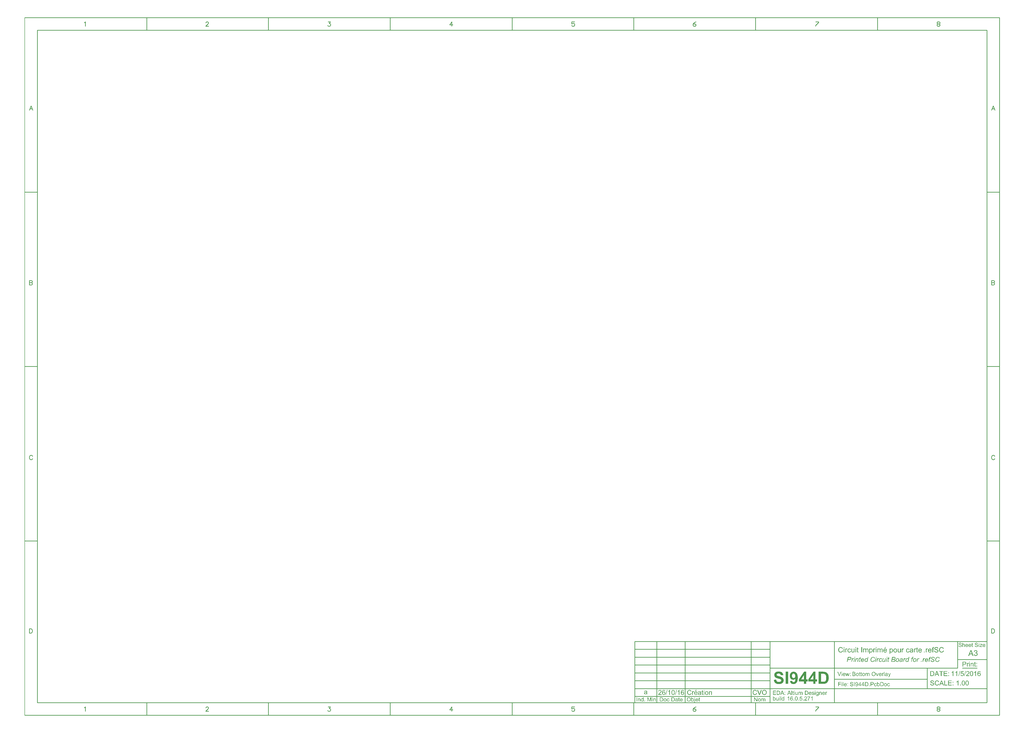
<source format=gbo>
G04 Layer_Color=32896*
%FSLAX25Y25*%
%MOIN*%
G70*
G01*
G75*
%ADD10C,0.01000*%
%ADD104C,0.00500*%
G36*
X1263962Y-373636D02*
X1263171D01*
Y-372738D01*
X1263962D01*
Y-373636D01*
D02*
G37*
G36*
X1259687Y-372640D02*
X1259755D01*
X1259921Y-372660D01*
X1260116Y-372689D01*
X1260331Y-372728D01*
X1260546Y-372786D01*
X1260751Y-372865D01*
X1260760D01*
X1260770Y-372874D01*
X1260800Y-372884D01*
X1260839Y-372904D01*
X1260936Y-372962D01*
X1261063Y-373030D01*
X1261200Y-373128D01*
X1261336Y-373245D01*
X1261473Y-373382D01*
X1261590Y-373538D01*
X1261600Y-373557D01*
X1261639Y-373616D01*
X1261688Y-373714D01*
X1261736Y-373831D01*
X1261795Y-373977D01*
X1261854Y-374153D01*
X1261893Y-374338D01*
X1261912Y-374543D01*
X1261102Y-374602D01*
Y-374592D01*
Y-374573D01*
X1261092Y-374543D01*
X1261083Y-374504D01*
X1261063Y-374397D01*
X1261024Y-374260D01*
X1260966Y-374114D01*
X1260887Y-373967D01*
X1260780Y-373821D01*
X1260653Y-373694D01*
X1260634Y-373684D01*
X1260585Y-373645D01*
X1260497Y-373597D01*
X1260380Y-373538D01*
X1260224Y-373479D01*
X1260028Y-373431D01*
X1259804Y-373392D01*
X1259540Y-373382D01*
X1259414D01*
X1259355Y-373392D01*
X1259277D01*
X1259111Y-373421D01*
X1258926Y-373450D01*
X1258740Y-373499D01*
X1258564Y-373567D01*
X1258486Y-373616D01*
X1258418Y-373665D01*
X1258408Y-373675D01*
X1258369Y-373714D01*
X1258311Y-373772D01*
X1258252Y-373860D01*
X1258184Y-373958D01*
X1258135Y-374075D01*
X1258096Y-374202D01*
X1258076Y-374348D01*
Y-374368D01*
Y-374407D01*
X1258086Y-374475D01*
X1258106Y-374553D01*
X1258135Y-374641D01*
X1258184Y-374739D01*
X1258242Y-374826D01*
X1258321Y-374914D01*
X1258330Y-374924D01*
X1258379Y-374953D01*
X1258408Y-374973D01*
X1258447Y-375002D01*
X1258506Y-375022D01*
X1258574Y-375051D01*
X1258652Y-375090D01*
X1258740Y-375129D01*
X1258838Y-375158D01*
X1258955Y-375197D01*
X1259091Y-375246D01*
X1259238Y-375285D01*
X1259404Y-375324D01*
X1259589Y-375373D01*
X1259599D01*
X1259638Y-375383D01*
X1259687Y-375392D01*
X1259755Y-375412D01*
X1259843Y-375431D01*
X1259941Y-375461D01*
X1260155Y-375510D01*
X1260390Y-375578D01*
X1260624Y-375646D01*
X1260741Y-375675D01*
X1260839Y-375714D01*
X1260936Y-375753D01*
X1261014Y-375783D01*
X1261024D01*
X1261043Y-375793D01*
X1261063Y-375812D01*
X1261102Y-375832D01*
X1261200Y-375890D01*
X1261327Y-375958D01*
X1261463Y-376056D01*
X1261600Y-376173D01*
X1261727Y-376300D01*
X1261834Y-376437D01*
X1261844Y-376456D01*
X1261873Y-376505D01*
X1261922Y-376583D01*
X1261971Y-376700D01*
X1262020Y-376827D01*
X1262068Y-376983D01*
X1262098Y-377159D01*
X1262107Y-377344D01*
Y-377354D01*
Y-377364D01*
Y-377393D01*
Y-377432D01*
X1262088Y-377530D01*
X1262068Y-377657D01*
X1262039Y-377803D01*
X1261981Y-377969D01*
X1261912Y-378145D01*
X1261815Y-378311D01*
X1261805Y-378330D01*
X1261756Y-378389D01*
X1261697Y-378467D01*
X1261600Y-378564D01*
X1261483Y-378681D01*
X1261336Y-378799D01*
X1261161Y-378906D01*
X1260966Y-379013D01*
X1260956D01*
X1260936Y-379023D01*
X1260907Y-379033D01*
X1260868Y-379052D01*
X1260819Y-379072D01*
X1260760Y-379091D01*
X1260604Y-379131D01*
X1260429Y-379179D01*
X1260214Y-379218D01*
X1259989Y-379248D01*
X1259736Y-379257D01*
X1259589D01*
X1259521Y-379248D01*
X1259433D01*
X1259336Y-379238D01*
X1259228Y-379228D01*
X1259004Y-379199D01*
X1258760Y-379150D01*
X1258516Y-379091D01*
X1258282Y-379013D01*
X1258272D01*
X1258252Y-379004D01*
X1258223Y-378984D01*
X1258184Y-378965D01*
X1258076Y-378906D01*
X1257950Y-378818D01*
X1257793Y-378711D01*
X1257647Y-378584D01*
X1257491Y-378428D01*
X1257354Y-378252D01*
Y-378242D01*
X1257345Y-378233D01*
X1257325Y-378203D01*
X1257306Y-378164D01*
X1257276Y-378115D01*
X1257247Y-378057D01*
X1257188Y-377910D01*
X1257130Y-377745D01*
X1257071Y-377540D01*
X1257032Y-377325D01*
X1257013Y-377091D01*
X1257813Y-377022D01*
Y-377032D01*
Y-377042D01*
X1257823Y-377100D01*
X1257842Y-377188D01*
X1257862Y-377305D01*
X1257901Y-377432D01*
X1257940Y-377569D01*
X1257998Y-377696D01*
X1258067Y-377823D01*
X1258076Y-377832D01*
X1258106Y-377871D01*
X1258155Y-377930D01*
X1258233Y-377998D01*
X1258321Y-378076D01*
X1258428Y-378164D01*
X1258564Y-378242D01*
X1258711Y-378320D01*
X1258721D01*
X1258730Y-378330D01*
X1258789Y-378350D01*
X1258877Y-378379D01*
X1259004Y-378408D01*
X1259140Y-378447D01*
X1259316Y-378477D01*
X1259501Y-378496D01*
X1259697Y-378506D01*
X1259775D01*
X1259872Y-378496D01*
X1259980Y-378486D01*
X1260116Y-378477D01*
X1260253Y-378447D01*
X1260399Y-378418D01*
X1260546Y-378369D01*
X1260565Y-378359D01*
X1260604Y-378340D01*
X1260673Y-378311D01*
X1260751Y-378262D01*
X1260848Y-378203D01*
X1260936Y-378135D01*
X1261024Y-378057D01*
X1261102Y-377969D01*
X1261112Y-377959D01*
X1261131Y-377920D01*
X1261161Y-377871D01*
X1261200Y-377803D01*
X1261229Y-377725D01*
X1261258Y-377627D01*
X1261278Y-377530D01*
X1261287Y-377422D01*
Y-377413D01*
Y-377374D01*
X1261278Y-377315D01*
X1261268Y-377247D01*
X1261248Y-377159D01*
X1261209Y-377071D01*
X1261170Y-376983D01*
X1261112Y-376895D01*
X1261102Y-376886D01*
X1261083Y-376856D01*
X1261034Y-376817D01*
X1260975Y-376759D01*
X1260897Y-376700D01*
X1260800Y-376642D01*
X1260673Y-376573D01*
X1260536Y-376515D01*
X1260526Y-376505D01*
X1260487Y-376495D01*
X1260409Y-376476D01*
X1260360Y-376456D01*
X1260302Y-376437D01*
X1260224Y-376417D01*
X1260146Y-376398D01*
X1260048Y-376368D01*
X1259950Y-376339D01*
X1259833Y-376310D01*
X1259697Y-376281D01*
X1259550Y-376241D01*
X1259394Y-376203D01*
X1259384D01*
X1259355Y-376193D01*
X1259306Y-376183D01*
X1259248Y-376163D01*
X1259179Y-376144D01*
X1259101Y-376124D01*
X1258916Y-376076D01*
X1258711Y-376007D01*
X1258506Y-375939D01*
X1258321Y-375871D01*
X1258233Y-375841D01*
X1258164Y-375802D01*
X1258155D01*
X1258145Y-375793D01*
X1258086Y-375753D01*
X1258008Y-375705D01*
X1257911Y-375636D01*
X1257793Y-375549D01*
X1257686Y-375451D01*
X1257579Y-375334D01*
X1257481Y-375207D01*
X1257471Y-375187D01*
X1257442Y-375139D01*
X1257413Y-375070D01*
X1257374Y-374973D01*
X1257325Y-374856D01*
X1257296Y-374719D01*
X1257266Y-374563D01*
X1257257Y-374407D01*
Y-374397D01*
Y-374387D01*
Y-374358D01*
Y-374319D01*
X1257276Y-374231D01*
X1257296Y-374114D01*
X1257325Y-373967D01*
X1257374Y-373821D01*
X1257442Y-373655D01*
X1257530Y-373499D01*
Y-373489D01*
X1257540Y-373479D01*
X1257579Y-373431D01*
X1257647Y-373353D01*
X1257735Y-373255D01*
X1257842Y-373157D01*
X1257979Y-373050D01*
X1258145Y-372943D01*
X1258330Y-372855D01*
X1258340D01*
X1258350Y-372845D01*
X1258379Y-372835D01*
X1258428Y-372816D01*
X1258477Y-372806D01*
X1258535Y-372786D01*
X1258672Y-372738D01*
X1258848Y-372699D01*
X1259043Y-372669D01*
X1259267Y-372640D01*
X1259501Y-372630D01*
X1259619D01*
X1259687Y-372640D01*
D02*
G37*
G36*
X1233803D02*
X1233872D01*
X1234038Y-372660D01*
X1234233Y-372689D01*
X1234447Y-372728D01*
X1234662Y-372786D01*
X1234867Y-372865D01*
X1234877D01*
X1234887Y-372874D01*
X1234916Y-372884D01*
X1234955Y-372904D01*
X1235053Y-372962D01*
X1235180Y-373030D01*
X1235316Y-373128D01*
X1235453Y-373245D01*
X1235590Y-373382D01*
X1235707Y-373538D01*
X1235716Y-373557D01*
X1235755Y-373616D01*
X1235804Y-373714D01*
X1235853Y-373831D01*
X1235911Y-373977D01*
X1235970Y-374153D01*
X1236009Y-374338D01*
X1236029Y-374543D01*
X1235219Y-374602D01*
Y-374592D01*
Y-374573D01*
X1235209Y-374543D01*
X1235199Y-374504D01*
X1235180Y-374397D01*
X1235141Y-374260D01*
X1235082Y-374114D01*
X1235004Y-373967D01*
X1234896Y-373821D01*
X1234770Y-373694D01*
X1234750Y-373684D01*
X1234701Y-373645D01*
X1234614Y-373597D01*
X1234496Y-373538D01*
X1234340Y-373479D01*
X1234145Y-373431D01*
X1233920Y-373392D01*
X1233657Y-373382D01*
X1233530D01*
X1233471Y-373392D01*
X1233393D01*
X1233228Y-373421D01*
X1233042Y-373450D01*
X1232857Y-373499D01*
X1232681Y-373567D01*
X1232603Y-373616D01*
X1232535Y-373665D01*
X1232525Y-373675D01*
X1232486Y-373714D01*
X1232427Y-373772D01*
X1232369Y-373860D01*
X1232300Y-373958D01*
X1232251Y-374075D01*
X1232213Y-374202D01*
X1232193Y-374348D01*
Y-374368D01*
Y-374407D01*
X1232203Y-374475D01*
X1232222Y-374553D01*
X1232251Y-374641D01*
X1232300Y-374739D01*
X1232359Y-374826D01*
X1232437Y-374914D01*
X1232447Y-374924D01*
X1232495Y-374953D01*
X1232525Y-374973D01*
X1232564Y-375002D01*
X1232622Y-375022D01*
X1232691Y-375051D01*
X1232769Y-375090D01*
X1232857Y-375129D01*
X1232954Y-375158D01*
X1233071Y-375197D01*
X1233208Y-375246D01*
X1233354Y-375285D01*
X1233520Y-375324D01*
X1233706Y-375373D01*
X1233716D01*
X1233755Y-375383D01*
X1233803Y-375392D01*
X1233872Y-375412D01*
X1233959Y-375431D01*
X1234057Y-375461D01*
X1234272Y-375510D01*
X1234506Y-375578D01*
X1234740Y-375646D01*
X1234857Y-375675D01*
X1234955Y-375714D01*
X1235053Y-375753D01*
X1235131Y-375783D01*
X1235141D01*
X1235160Y-375793D01*
X1235180Y-375812D01*
X1235219Y-375832D01*
X1235316Y-375890D01*
X1235443Y-375958D01*
X1235580Y-376056D01*
X1235716Y-376173D01*
X1235843Y-376300D01*
X1235951Y-376437D01*
X1235960Y-376456D01*
X1235990Y-376505D01*
X1236038Y-376583D01*
X1236087Y-376700D01*
X1236136Y-376827D01*
X1236185Y-376983D01*
X1236214Y-377159D01*
X1236224Y-377344D01*
Y-377354D01*
Y-377364D01*
Y-377393D01*
Y-377432D01*
X1236204Y-377530D01*
X1236185Y-377657D01*
X1236156Y-377803D01*
X1236097Y-377969D01*
X1236029Y-378145D01*
X1235931Y-378311D01*
X1235921Y-378330D01*
X1235872Y-378389D01*
X1235814Y-378467D01*
X1235716Y-378564D01*
X1235599Y-378681D01*
X1235453Y-378799D01*
X1235277Y-378906D01*
X1235082Y-379013D01*
X1235072D01*
X1235053Y-379023D01*
X1235023Y-379033D01*
X1234984Y-379052D01*
X1234935Y-379072D01*
X1234877Y-379091D01*
X1234721Y-379131D01*
X1234545Y-379179D01*
X1234330Y-379218D01*
X1234106Y-379248D01*
X1233852Y-379257D01*
X1233706D01*
X1233637Y-379248D01*
X1233550D01*
X1233452Y-379238D01*
X1233345Y-379228D01*
X1233120Y-379199D01*
X1232876Y-379150D01*
X1232632Y-379091D01*
X1232398Y-379013D01*
X1232388D01*
X1232369Y-379004D01*
X1232339Y-378984D01*
X1232300Y-378965D01*
X1232193Y-378906D01*
X1232066Y-378818D01*
X1231910Y-378711D01*
X1231763Y-378584D01*
X1231607Y-378428D01*
X1231471Y-378252D01*
Y-378242D01*
X1231461Y-378233D01*
X1231441Y-378203D01*
X1231422Y-378164D01*
X1231393Y-378115D01*
X1231363Y-378057D01*
X1231305Y-377910D01*
X1231246Y-377745D01*
X1231188Y-377540D01*
X1231149Y-377325D01*
X1231129Y-377091D01*
X1231929Y-377022D01*
Y-377032D01*
Y-377042D01*
X1231939Y-377100D01*
X1231959Y-377188D01*
X1231978Y-377305D01*
X1232017Y-377432D01*
X1232056Y-377569D01*
X1232115Y-377696D01*
X1232183Y-377823D01*
X1232193Y-377832D01*
X1232222Y-377871D01*
X1232271Y-377930D01*
X1232349Y-377998D01*
X1232437Y-378076D01*
X1232544Y-378164D01*
X1232681Y-378242D01*
X1232827Y-378320D01*
X1232837D01*
X1232847Y-378330D01*
X1232905Y-378350D01*
X1232993Y-378379D01*
X1233120Y-378408D01*
X1233257Y-378447D01*
X1233432Y-378477D01*
X1233618Y-378496D01*
X1233813Y-378506D01*
X1233891D01*
X1233989Y-378496D01*
X1234096Y-378486D01*
X1234233Y-378477D01*
X1234369Y-378447D01*
X1234516Y-378418D01*
X1234662Y-378369D01*
X1234682Y-378359D01*
X1234721Y-378340D01*
X1234789Y-378311D01*
X1234867Y-378262D01*
X1234965Y-378203D01*
X1235053Y-378135D01*
X1235141Y-378057D01*
X1235219Y-377969D01*
X1235228Y-377959D01*
X1235248Y-377920D01*
X1235277Y-377871D01*
X1235316Y-377803D01*
X1235345Y-377725D01*
X1235375Y-377627D01*
X1235394Y-377530D01*
X1235404Y-377422D01*
Y-377413D01*
Y-377374D01*
X1235394Y-377315D01*
X1235384Y-377247D01*
X1235365Y-377159D01*
X1235326Y-377071D01*
X1235287Y-376983D01*
X1235228Y-376895D01*
X1235219Y-376886D01*
X1235199Y-376856D01*
X1235150Y-376817D01*
X1235092Y-376759D01*
X1235014Y-376700D01*
X1234916Y-376642D01*
X1234789Y-376573D01*
X1234653Y-376515D01*
X1234643Y-376505D01*
X1234604Y-376495D01*
X1234526Y-376476D01*
X1234477Y-376456D01*
X1234418Y-376437D01*
X1234340Y-376417D01*
X1234262Y-376398D01*
X1234165Y-376368D01*
X1234067Y-376339D01*
X1233950Y-376310D01*
X1233813Y-376281D01*
X1233667Y-376241D01*
X1233511Y-376203D01*
X1233501D01*
X1233471Y-376193D01*
X1233423Y-376183D01*
X1233364Y-376163D01*
X1233296Y-376144D01*
X1233218Y-376124D01*
X1233032Y-376076D01*
X1232827Y-376007D01*
X1232622Y-375939D01*
X1232437Y-375871D01*
X1232349Y-375841D01*
X1232281Y-375802D01*
X1232271D01*
X1232261Y-375793D01*
X1232203Y-375753D01*
X1232125Y-375705D01*
X1232027Y-375636D01*
X1231910Y-375549D01*
X1231803Y-375451D01*
X1231695Y-375334D01*
X1231598Y-375207D01*
X1231588Y-375187D01*
X1231559Y-375139D01*
X1231529Y-375070D01*
X1231490Y-374973D01*
X1231441Y-374856D01*
X1231412Y-374719D01*
X1231383Y-374563D01*
X1231373Y-374407D01*
Y-374397D01*
Y-374387D01*
Y-374358D01*
Y-374319D01*
X1231393Y-374231D01*
X1231412Y-374114D01*
X1231441Y-373967D01*
X1231490Y-373821D01*
X1231559Y-373655D01*
X1231646Y-373499D01*
Y-373489D01*
X1231656Y-373479D01*
X1231695Y-373431D01*
X1231763Y-373353D01*
X1231851Y-373255D01*
X1231959Y-373157D01*
X1232095Y-373050D01*
X1232261Y-372943D01*
X1232447Y-372855D01*
X1232456D01*
X1232466Y-372845D01*
X1232495Y-372835D01*
X1232544Y-372816D01*
X1232593Y-372806D01*
X1232652Y-372786D01*
X1232788Y-372738D01*
X1232964Y-372699D01*
X1233159Y-372669D01*
X1233384Y-372640D01*
X1233618Y-372630D01*
X1233735D01*
X1233803Y-372640D01*
D02*
G37*
G36*
X1268705Y-375022D02*
X1266187Y-377979D01*
X1265699Y-378525D01*
X1265748D01*
X1265787Y-378516D01*
X1265894Y-378506D01*
X1266021Y-378496D01*
X1266177D01*
X1266343Y-378486D01*
X1266695Y-378477D01*
X1268842D01*
Y-379150D01*
X1264733D01*
Y-378516D01*
X1267690Y-375109D01*
X1267602D01*
X1267514Y-375119D01*
X1267387D01*
X1267251Y-375129D01*
X1267105D01*
X1266948Y-375139D01*
X1264909D01*
Y-374504D01*
X1268705D01*
Y-375022D01*
D02*
G37*
G36*
X1263962Y-379150D02*
X1263171D01*
Y-374504D01*
X1263962D01*
Y-379150D01*
D02*
G37*
G36*
X1238068Y-375031D02*
X1238078Y-375022D01*
X1238098Y-375002D01*
X1238127Y-374973D01*
X1238166Y-374934D01*
X1238225Y-374885D01*
X1238283Y-374826D01*
X1238361Y-374778D01*
X1238449Y-374709D01*
X1238547Y-374651D01*
X1238644Y-374602D01*
X1238888Y-374495D01*
X1239015Y-374455D01*
X1239152Y-374426D01*
X1239298Y-374407D01*
X1239454Y-374397D01*
X1239542D01*
X1239640Y-374407D01*
X1239757Y-374426D01*
X1239894Y-374446D01*
X1240040Y-374485D01*
X1240196Y-374534D01*
X1240343Y-374602D01*
X1240362Y-374612D01*
X1240401Y-374641D01*
X1240469Y-374690D01*
X1240557Y-374748D01*
X1240645Y-374826D01*
X1240733Y-374924D01*
X1240821Y-375041D01*
X1240889Y-375168D01*
X1240899Y-375187D01*
X1240918Y-375236D01*
X1240938Y-375314D01*
X1240977Y-375431D01*
X1241006Y-375578D01*
X1241026Y-375763D01*
X1241045Y-375968D01*
X1241055Y-376212D01*
Y-379150D01*
X1240265D01*
Y-376203D01*
Y-376193D01*
Y-376173D01*
Y-376144D01*
Y-376105D01*
X1240255Y-376007D01*
X1240235Y-375871D01*
X1240196Y-375734D01*
X1240157Y-375597D01*
X1240089Y-375461D01*
X1240001Y-375344D01*
X1239991Y-375334D01*
X1239952Y-375305D01*
X1239894Y-375256D01*
X1239816Y-375207D01*
X1239718Y-375158D01*
X1239591Y-375109D01*
X1239454Y-375080D01*
X1239289Y-375070D01*
X1239230D01*
X1239162Y-375080D01*
X1239074Y-375090D01*
X1238976Y-375119D01*
X1238859Y-375148D01*
X1238742Y-375197D01*
X1238625Y-375256D01*
X1238615Y-375266D01*
X1238576Y-375285D01*
X1238527Y-375334D01*
X1238459Y-375383D01*
X1238391Y-375461D01*
X1238313Y-375539D01*
X1238254Y-375646D01*
X1238195Y-375753D01*
X1238186Y-375763D01*
X1238176Y-375812D01*
X1238156Y-375880D01*
X1238137Y-375978D01*
X1238107Y-376105D01*
X1238088Y-376251D01*
X1238078Y-376417D01*
X1238068Y-376612D01*
Y-379150D01*
X1237278D01*
Y-372738D01*
X1238068D01*
Y-375031D01*
D02*
G37*
G36*
X1253138Y-374504D02*
X1253928D01*
Y-375119D01*
X1253138D01*
Y-377842D01*
Y-377852D01*
Y-377891D01*
Y-377950D01*
X1253148Y-378018D01*
X1253158Y-378164D01*
X1253167Y-378223D01*
X1253177Y-378272D01*
X1253187Y-378291D01*
X1253206Y-378330D01*
X1253245Y-378379D01*
X1253304Y-378428D01*
X1253323Y-378437D01*
X1253372Y-378447D01*
X1253460Y-378467D01*
X1253577Y-378477D01*
X1253675D01*
X1253724Y-378467D01*
X1253782D01*
X1253928Y-378447D01*
X1254036Y-379140D01*
X1254016D01*
X1253977Y-379150D01*
X1253919Y-379160D01*
X1253831Y-379170D01*
X1253743Y-379189D01*
X1253645Y-379199D01*
X1253440Y-379209D01*
X1253372D01*
X1253294Y-379199D01*
X1253197Y-379189D01*
X1253089Y-379179D01*
X1252972Y-379150D01*
X1252865Y-379121D01*
X1252767Y-379082D01*
X1252757Y-379072D01*
X1252728Y-379052D01*
X1252689Y-379023D01*
X1252640Y-378984D01*
X1252582Y-378935D01*
X1252533Y-378877D01*
X1252474Y-378808D01*
X1252435Y-378730D01*
Y-378721D01*
X1252425Y-378681D01*
X1252406Y-378623D01*
X1252396Y-378525D01*
X1252377Y-378398D01*
X1252367Y-378330D01*
X1252357Y-378242D01*
Y-378145D01*
X1252347Y-378037D01*
Y-377920D01*
Y-377793D01*
Y-375119D01*
X1251762D01*
Y-374504D01*
X1252347D01*
Y-373362D01*
X1253138Y-372884D01*
Y-374504D01*
D02*
G37*
G36*
X1271692Y-374407D02*
X1271770Y-374416D01*
X1271867Y-374426D01*
X1271965Y-374446D01*
X1272082Y-374475D01*
X1272316Y-374553D01*
X1272443Y-374602D01*
X1272570Y-374670D01*
X1272697Y-374739D01*
X1272824Y-374826D01*
X1272941Y-374924D01*
X1273058Y-375041D01*
X1273068Y-375051D01*
X1273087Y-375070D01*
X1273117Y-375109D01*
X1273156Y-375158D01*
X1273195Y-375226D01*
X1273244Y-375305D01*
X1273302Y-375392D01*
X1273361Y-375500D01*
X1273409Y-375627D01*
X1273468Y-375753D01*
X1273517Y-375900D01*
X1273566Y-376066D01*
X1273595Y-376232D01*
X1273624Y-376417D01*
X1273644Y-376612D01*
X1273653Y-376827D01*
Y-376837D01*
Y-376876D01*
Y-376944D01*
X1273644Y-377032D01*
X1270189D01*
Y-377042D01*
Y-377061D01*
X1270198Y-377110D01*
Y-377159D01*
X1270208Y-377227D01*
X1270218Y-377296D01*
X1270257Y-377471D01*
X1270315Y-377657D01*
X1270384Y-377852D01*
X1270491Y-378047D01*
X1270618Y-378213D01*
X1270638Y-378233D01*
X1270686Y-378272D01*
X1270774Y-378340D01*
X1270882Y-378408D01*
X1271028Y-378486D01*
X1271194Y-378555D01*
X1271379Y-378594D01*
X1271584Y-378613D01*
X1271662D01*
X1271741Y-378603D01*
X1271838Y-378584D01*
X1271955Y-378555D01*
X1272082Y-378516D01*
X1272209Y-378467D01*
X1272326Y-378389D01*
X1272336Y-378379D01*
X1272375Y-378340D01*
X1272433Y-378291D01*
X1272502Y-378203D01*
X1272580Y-378106D01*
X1272658Y-377979D01*
X1272736Y-377823D01*
X1272814Y-377647D01*
X1273624Y-377754D01*
Y-377764D01*
X1273614Y-377784D01*
X1273605Y-377823D01*
X1273585Y-377871D01*
X1273566Y-377930D01*
X1273536Y-377998D01*
X1273458Y-378164D01*
X1273361Y-378340D01*
X1273244Y-378525D01*
X1273087Y-378711D01*
X1272912Y-378867D01*
X1272902D01*
X1272892Y-378887D01*
X1272863Y-378906D01*
X1272814Y-378925D01*
X1272765Y-378955D01*
X1272707Y-378994D01*
X1272638Y-379023D01*
X1272551Y-379062D01*
X1272365Y-379131D01*
X1272131Y-379199D01*
X1271877Y-379238D01*
X1271584Y-379257D01*
X1271487D01*
X1271418Y-379248D01*
X1271331Y-379238D01*
X1271233Y-379228D01*
X1271126Y-379209D01*
X1270999Y-379179D01*
X1270745Y-379101D01*
X1270608Y-379052D01*
X1270481Y-378994D01*
X1270345Y-378925D01*
X1270218Y-378838D01*
X1270091Y-378740D01*
X1269974Y-378633D01*
X1269964Y-378623D01*
X1269945Y-378603D01*
X1269915Y-378564D01*
X1269886Y-378516D01*
X1269837Y-378457D01*
X1269788Y-378379D01*
X1269730Y-378281D01*
X1269681Y-378174D01*
X1269623Y-378057D01*
X1269564Y-377930D01*
X1269515Y-377784D01*
X1269476Y-377627D01*
X1269437Y-377462D01*
X1269408Y-377276D01*
X1269388Y-377081D01*
X1269379Y-376876D01*
Y-376866D01*
Y-376827D01*
Y-376759D01*
X1269388Y-376681D01*
X1269398Y-376583D01*
X1269408Y-376466D01*
X1269427Y-376339D01*
X1269457Y-376203D01*
X1269525Y-375910D01*
X1269574Y-375763D01*
X1269632Y-375607D01*
X1269701Y-375461D01*
X1269779Y-375314D01*
X1269867Y-375178D01*
X1269974Y-375051D01*
X1269984Y-375041D01*
X1270003Y-375022D01*
X1270033Y-374992D01*
X1270081Y-374943D01*
X1270140Y-374895D01*
X1270218Y-374846D01*
X1270296Y-374787D01*
X1270394Y-374719D01*
X1270501Y-374660D01*
X1270618Y-374602D01*
X1270745Y-374553D01*
X1270891Y-374495D01*
X1271038Y-374455D01*
X1271194Y-374426D01*
X1271360Y-374407D01*
X1271535Y-374397D01*
X1271623D01*
X1271692Y-374407D01*
D02*
G37*
G36*
X1249292D02*
X1249371Y-374416D01*
X1249468Y-374426D01*
X1249566Y-374446D01*
X1249683Y-374475D01*
X1249917Y-374553D01*
X1250044Y-374602D01*
X1250171Y-374670D01*
X1250298Y-374739D01*
X1250425Y-374826D01*
X1250542Y-374924D01*
X1250659Y-375041D01*
X1250669Y-375051D01*
X1250688Y-375070D01*
X1250717Y-375109D01*
X1250756Y-375158D01*
X1250795Y-375226D01*
X1250844Y-375305D01*
X1250903Y-375392D01*
X1250961Y-375500D01*
X1251010Y-375627D01*
X1251069Y-375753D01*
X1251118Y-375900D01*
X1251166Y-376066D01*
X1251196Y-376232D01*
X1251225Y-376417D01*
X1251245Y-376612D01*
X1251254Y-376827D01*
Y-376837D01*
Y-376876D01*
Y-376944D01*
X1251245Y-377032D01*
X1247789D01*
Y-377042D01*
Y-377061D01*
X1247799Y-377110D01*
Y-377159D01*
X1247809Y-377227D01*
X1247819Y-377296D01*
X1247858Y-377471D01*
X1247916Y-377657D01*
X1247985Y-377852D01*
X1248092Y-378047D01*
X1248219Y-378213D01*
X1248238Y-378233D01*
X1248287Y-378272D01*
X1248375Y-378340D01*
X1248482Y-378408D01*
X1248629Y-378486D01*
X1248795Y-378555D01*
X1248980Y-378594D01*
X1249185Y-378613D01*
X1249263D01*
X1249341Y-378603D01*
X1249439Y-378584D01*
X1249556Y-378555D01*
X1249683Y-378516D01*
X1249810Y-378467D01*
X1249927Y-378389D01*
X1249937Y-378379D01*
X1249976Y-378340D01*
X1250034Y-378291D01*
X1250103Y-378203D01*
X1250181Y-378106D01*
X1250259Y-377979D01*
X1250337Y-377823D01*
X1250415Y-377647D01*
X1251225Y-377754D01*
Y-377764D01*
X1251215Y-377784D01*
X1251206Y-377823D01*
X1251186Y-377871D01*
X1251166Y-377930D01*
X1251137Y-377998D01*
X1251059Y-378164D01*
X1250961Y-378340D01*
X1250844Y-378525D01*
X1250688Y-378711D01*
X1250513Y-378867D01*
X1250503D01*
X1250493Y-378887D01*
X1250464Y-378906D01*
X1250415Y-378925D01*
X1250366Y-378955D01*
X1250307Y-378994D01*
X1250239Y-379023D01*
X1250151Y-379062D01*
X1249966Y-379131D01*
X1249732Y-379199D01*
X1249478Y-379238D01*
X1249185Y-379257D01*
X1249088D01*
X1249019Y-379248D01*
X1248931Y-379238D01*
X1248834Y-379228D01*
X1248726Y-379209D01*
X1248600Y-379179D01*
X1248346Y-379101D01*
X1248209Y-379052D01*
X1248082Y-378994D01*
X1247946Y-378925D01*
X1247819Y-378838D01*
X1247692Y-378740D01*
X1247575Y-378633D01*
X1247565Y-378623D01*
X1247545Y-378603D01*
X1247516Y-378564D01*
X1247487Y-378516D01*
X1247438Y-378457D01*
X1247389Y-378379D01*
X1247331Y-378281D01*
X1247282Y-378174D01*
X1247223Y-378057D01*
X1247165Y-377930D01*
X1247116Y-377784D01*
X1247077Y-377627D01*
X1247038Y-377462D01*
X1247009Y-377276D01*
X1246989Y-377081D01*
X1246979Y-376876D01*
Y-376866D01*
Y-376827D01*
Y-376759D01*
X1246989Y-376681D01*
X1246999Y-376583D01*
X1247009Y-376466D01*
X1247028Y-376339D01*
X1247058Y-376203D01*
X1247126Y-375910D01*
X1247175Y-375763D01*
X1247233Y-375607D01*
X1247301Y-375461D01*
X1247379Y-375314D01*
X1247467Y-375178D01*
X1247575Y-375051D01*
X1247585Y-375041D01*
X1247604Y-375022D01*
X1247633Y-374992D01*
X1247682Y-374943D01*
X1247741Y-374895D01*
X1247819Y-374846D01*
X1247897Y-374787D01*
X1247994Y-374719D01*
X1248102Y-374660D01*
X1248219Y-374602D01*
X1248346Y-374553D01*
X1248492Y-374495D01*
X1248639Y-374455D01*
X1248795Y-374426D01*
X1248961Y-374407D01*
X1249136Y-374397D01*
X1249224D01*
X1249292Y-374407D01*
D02*
G37*
G36*
X1244315D02*
X1244393Y-374416D01*
X1244491Y-374426D01*
X1244588Y-374446D01*
X1244705Y-374475D01*
X1244940Y-374553D01*
X1245066Y-374602D01*
X1245193Y-374670D01*
X1245320Y-374739D01*
X1245447Y-374826D01*
X1245564Y-374924D01*
X1245681Y-375041D01*
X1245691Y-375051D01*
X1245711Y-375070D01*
X1245740Y-375109D01*
X1245779Y-375158D01*
X1245818Y-375226D01*
X1245867Y-375305D01*
X1245925Y-375392D01*
X1245984Y-375500D01*
X1246033Y-375627D01*
X1246091Y-375753D01*
X1246140Y-375900D01*
X1246189Y-376066D01*
X1246218Y-376232D01*
X1246247Y-376417D01*
X1246267Y-376612D01*
X1246277Y-376827D01*
Y-376837D01*
Y-376876D01*
Y-376944D01*
X1246267Y-377032D01*
X1242812D01*
Y-377042D01*
Y-377061D01*
X1242822Y-377110D01*
Y-377159D01*
X1242831Y-377227D01*
X1242841Y-377296D01*
X1242880Y-377471D01*
X1242939Y-377657D01*
X1243007Y-377852D01*
X1243114Y-378047D01*
X1243241Y-378213D01*
X1243261Y-378233D01*
X1243310Y-378272D01*
X1243398Y-378340D01*
X1243505Y-378408D01*
X1243651Y-378486D01*
X1243817Y-378555D01*
X1244003Y-378594D01*
X1244207Y-378613D01*
X1244286D01*
X1244364Y-378603D01*
X1244461Y-378584D01*
X1244578Y-378555D01*
X1244705Y-378516D01*
X1244832Y-378467D01*
X1244949Y-378389D01*
X1244959Y-378379D01*
X1244998Y-378340D01*
X1245057Y-378291D01*
X1245125Y-378203D01*
X1245203Y-378106D01*
X1245281Y-377979D01*
X1245359Y-377823D01*
X1245437Y-377647D01*
X1246247Y-377754D01*
Y-377764D01*
X1246238Y-377784D01*
X1246228Y-377823D01*
X1246208Y-377871D01*
X1246189Y-377930D01*
X1246159Y-377998D01*
X1246082Y-378164D01*
X1245984Y-378340D01*
X1245867Y-378525D01*
X1245711Y-378711D01*
X1245535Y-378867D01*
X1245525D01*
X1245515Y-378887D01*
X1245486Y-378906D01*
X1245437Y-378925D01*
X1245389Y-378955D01*
X1245330Y-378994D01*
X1245262Y-379023D01*
X1245174Y-379062D01*
X1244988Y-379131D01*
X1244754Y-379199D01*
X1244500Y-379238D01*
X1244207Y-379257D01*
X1244110D01*
X1244042Y-379248D01*
X1243954Y-379238D01*
X1243856Y-379228D01*
X1243749Y-379209D01*
X1243622Y-379179D01*
X1243368Y-379101D01*
X1243231Y-379052D01*
X1243105Y-378994D01*
X1242968Y-378925D01*
X1242841Y-378838D01*
X1242714Y-378740D01*
X1242597Y-378633D01*
X1242587Y-378623D01*
X1242568Y-378603D01*
X1242539Y-378564D01*
X1242509Y-378516D01*
X1242461Y-378457D01*
X1242412Y-378379D01*
X1242353Y-378281D01*
X1242304Y-378174D01*
X1242246Y-378057D01*
X1242187Y-377930D01*
X1242138Y-377784D01*
X1242099Y-377627D01*
X1242060Y-377462D01*
X1242031Y-377276D01*
X1242012Y-377081D01*
X1242002Y-376876D01*
Y-376866D01*
Y-376827D01*
Y-376759D01*
X1242012Y-376681D01*
X1242021Y-376583D01*
X1242031Y-376466D01*
X1242051Y-376339D01*
X1242080Y-376203D01*
X1242148Y-375910D01*
X1242197Y-375763D01*
X1242255Y-375607D01*
X1242324Y-375461D01*
X1242402Y-375314D01*
X1242490Y-375178D01*
X1242597Y-375051D01*
X1242607Y-375041D01*
X1242626Y-375022D01*
X1242656Y-374992D01*
X1242704Y-374943D01*
X1242763Y-374895D01*
X1242841Y-374846D01*
X1242919Y-374787D01*
X1243017Y-374719D01*
X1243124Y-374660D01*
X1243241Y-374602D01*
X1243368Y-374553D01*
X1243515Y-374495D01*
X1243661Y-374455D01*
X1243817Y-374426D01*
X1243983Y-374407D01*
X1244159Y-374397D01*
X1244247D01*
X1244315Y-374407D01*
D02*
G37*
G36*
X1191611Y-379436D02*
X1191751Y-379449D01*
X1191916Y-379474D01*
X1192093Y-379499D01*
X1192284Y-379537D01*
X1192131Y-380426D01*
X1192118D01*
X1192080Y-380413D01*
X1192017Y-380400D01*
X1191941Y-380387D01*
X1191839D01*
X1191738Y-380375D01*
X1191522Y-380362D01*
X1191446D01*
X1191370Y-380375D01*
X1191268Y-380387D01*
X1191167Y-380413D01*
X1191053Y-380451D01*
X1190951Y-380502D01*
X1190862Y-380565D01*
X1190849Y-380578D01*
X1190837Y-380603D01*
X1190799Y-380654D01*
X1190773Y-380730D01*
X1190735Y-380832D01*
X1190697Y-380971D01*
X1190685Y-381123D01*
X1190672Y-381314D01*
Y-381860D01*
X1191852D01*
Y-382659D01*
X1190685D01*
Y-387900D01*
X1189657D01*
Y-382659D01*
X1188756D01*
Y-381860D01*
X1189657D01*
Y-381225D01*
Y-381212D01*
Y-381200D01*
Y-381123D01*
X1189669Y-381022D01*
Y-380882D01*
X1189682Y-380743D01*
X1189707Y-380591D01*
X1189733Y-380451D01*
X1189771Y-380324D01*
X1189784Y-380311D01*
X1189796Y-380261D01*
X1189834Y-380185D01*
X1189885Y-380096D01*
X1189961Y-379981D01*
X1190050Y-379880D01*
X1190152Y-379778D01*
X1190279Y-379677D01*
X1190291Y-379664D01*
X1190355Y-379639D01*
X1190431Y-379601D01*
X1190558Y-379550D01*
X1190697Y-379499D01*
X1190888Y-379461D01*
X1191091Y-379436D01*
X1191332Y-379423D01*
X1191497D01*
X1191611Y-379436D01*
D02*
G37*
G36*
X1100588Y-380730D02*
X1099560D01*
Y-379563D01*
X1100588D01*
Y-380730D01*
D02*
G37*
G36*
X1068254D02*
X1067226D01*
Y-379563D01*
X1068254D01*
Y-380730D01*
D02*
G37*
G36*
X1049498D02*
X1048470D01*
Y-379563D01*
X1049498D01*
Y-380730D01*
D02*
G37*
G36*
X1114319Y-381111D02*
X1113468D01*
X1114230Y-379525D01*
X1115575D01*
X1114319Y-381111D01*
D02*
G37*
G36*
X1195900Y-379436D02*
X1195989D01*
X1196205Y-379461D01*
X1196459Y-379499D01*
X1196738Y-379550D01*
X1197017Y-379626D01*
X1197283Y-379728D01*
X1197296D01*
X1197309Y-379740D01*
X1197347Y-379753D01*
X1197398Y-379778D01*
X1197525Y-379854D01*
X1197689Y-379943D01*
X1197867Y-380070D01*
X1198045Y-380223D01*
X1198222Y-380400D01*
X1198375Y-380603D01*
X1198387Y-380629D01*
X1198438Y-380705D01*
X1198502Y-380832D01*
X1198565Y-380984D01*
X1198641Y-381174D01*
X1198717Y-381403D01*
X1198768Y-381644D01*
X1198794Y-381910D01*
X1197740Y-381986D01*
Y-381974D01*
Y-381948D01*
X1197727Y-381910D01*
X1197715Y-381860D01*
X1197689Y-381720D01*
X1197639Y-381542D01*
X1197563Y-381352D01*
X1197461Y-381162D01*
X1197321Y-380971D01*
X1197157Y-380806D01*
X1197131Y-380794D01*
X1197068Y-380743D01*
X1196953Y-380679D01*
X1196801Y-380603D01*
X1196598Y-380527D01*
X1196344Y-380464D01*
X1196052Y-380413D01*
X1195710Y-380400D01*
X1195545D01*
X1195469Y-380413D01*
X1195367D01*
X1195151Y-380451D01*
X1194910Y-380489D01*
X1194669Y-380553D01*
X1194441Y-380641D01*
X1194339Y-380705D01*
X1194250Y-380768D01*
X1194238Y-380781D01*
X1194187Y-380832D01*
X1194111Y-380908D01*
X1194035Y-381022D01*
X1193946Y-381149D01*
X1193882Y-381301D01*
X1193832Y-381466D01*
X1193806Y-381657D01*
Y-381682D01*
Y-381733D01*
X1193819Y-381821D01*
X1193844Y-381923D01*
X1193882Y-382037D01*
X1193946Y-382164D01*
X1194022Y-382278D01*
X1194124Y-382393D01*
X1194136Y-382405D01*
X1194200Y-382443D01*
X1194238Y-382469D01*
X1194289Y-382507D01*
X1194365Y-382532D01*
X1194454Y-382570D01*
X1194555Y-382621D01*
X1194669Y-382672D01*
X1194796Y-382710D01*
X1194948Y-382761D01*
X1195126Y-382824D01*
X1195316Y-382875D01*
X1195532Y-382926D01*
X1195773Y-382989D01*
X1195786D01*
X1195837Y-383002D01*
X1195900Y-383014D01*
X1195989Y-383040D01*
X1196103Y-383065D01*
X1196230Y-383103D01*
X1196509Y-383167D01*
X1196814Y-383256D01*
X1197118Y-383344D01*
X1197271Y-383382D01*
X1197398Y-383433D01*
X1197525Y-383484D01*
X1197626Y-383522D01*
X1197639D01*
X1197664Y-383535D01*
X1197689Y-383560D01*
X1197740Y-383585D01*
X1197867Y-383662D01*
X1198032Y-383750D01*
X1198210Y-383877D01*
X1198387Y-384030D01*
X1198552Y-384194D01*
X1198692Y-384372D01*
X1198705Y-384398D01*
X1198743Y-384461D01*
X1198806Y-384562D01*
X1198870Y-384715D01*
X1198933Y-384880D01*
X1198997Y-385083D01*
X1199035Y-385311D01*
X1199047Y-385552D01*
Y-385565D01*
Y-385578D01*
Y-385616D01*
Y-385667D01*
X1199022Y-385793D01*
X1198997Y-385958D01*
X1198958Y-386149D01*
X1198882Y-386365D01*
X1198794Y-386593D01*
X1198667Y-386809D01*
X1198654Y-386834D01*
X1198590Y-386910D01*
X1198514Y-387012D01*
X1198387Y-387139D01*
X1198235Y-387291D01*
X1198045Y-387443D01*
X1197816Y-387583D01*
X1197563Y-387722D01*
X1197550D01*
X1197525Y-387735D01*
X1197486Y-387748D01*
X1197436Y-387773D01*
X1197372Y-387799D01*
X1197296Y-387824D01*
X1197093Y-387875D01*
X1196865Y-387938D01*
X1196585Y-387989D01*
X1196294Y-388027D01*
X1195964Y-388040D01*
X1195773D01*
X1195684Y-388027D01*
X1195570D01*
X1195443Y-388014D01*
X1195304Y-388001D01*
X1195012Y-387964D01*
X1194695Y-387900D01*
X1194377Y-387824D01*
X1194073Y-387722D01*
X1194060D01*
X1194035Y-387710D01*
X1193997Y-387684D01*
X1193946Y-387659D01*
X1193806Y-387583D01*
X1193641Y-387469D01*
X1193438Y-387329D01*
X1193248Y-387164D01*
X1193045Y-386961D01*
X1192867Y-386733D01*
Y-386720D01*
X1192855Y-386707D01*
X1192829Y-386669D01*
X1192804Y-386618D01*
X1192766Y-386555D01*
X1192728Y-386479D01*
X1192651Y-386288D01*
X1192575Y-386073D01*
X1192499Y-385806D01*
X1192449Y-385527D01*
X1192423Y-385222D01*
X1193464Y-385134D01*
Y-385146D01*
Y-385159D01*
X1193476Y-385235D01*
X1193502Y-385349D01*
X1193527Y-385502D01*
X1193578Y-385667D01*
X1193629Y-385844D01*
X1193705Y-386009D01*
X1193794Y-386174D01*
X1193806Y-386187D01*
X1193844Y-386238D01*
X1193908Y-386314D01*
X1194009Y-386403D01*
X1194124Y-386504D01*
X1194263Y-386618D01*
X1194441Y-386720D01*
X1194631Y-386821D01*
X1194644D01*
X1194656Y-386834D01*
X1194733Y-386859D01*
X1194847Y-386897D01*
X1195012Y-386936D01*
X1195189Y-386986D01*
X1195418Y-387024D01*
X1195659Y-387050D01*
X1195913Y-387063D01*
X1196014D01*
X1196141Y-387050D01*
X1196281Y-387037D01*
X1196459Y-387024D01*
X1196636Y-386986D01*
X1196826Y-386948D01*
X1197017Y-386885D01*
X1197042Y-386872D01*
X1197093Y-386847D01*
X1197182Y-386809D01*
X1197283Y-386745D01*
X1197410Y-386669D01*
X1197525Y-386580D01*
X1197639Y-386479D01*
X1197740Y-386365D01*
X1197753Y-386352D01*
X1197778Y-386301D01*
X1197816Y-386238D01*
X1197867Y-386149D01*
X1197905Y-386047D01*
X1197943Y-385920D01*
X1197969Y-385793D01*
X1197981Y-385654D01*
Y-385641D01*
Y-385590D01*
X1197969Y-385514D01*
X1197956Y-385425D01*
X1197931Y-385311D01*
X1197880Y-385197D01*
X1197829Y-385083D01*
X1197753Y-384969D01*
X1197740Y-384956D01*
X1197715Y-384918D01*
X1197651Y-384867D01*
X1197575Y-384791D01*
X1197474Y-384715D01*
X1197347Y-384639D01*
X1197182Y-384550D01*
X1197004Y-384474D01*
X1196992Y-384461D01*
X1196941Y-384448D01*
X1196839Y-384423D01*
X1196776Y-384398D01*
X1196700Y-384372D01*
X1196598Y-384347D01*
X1196497Y-384321D01*
X1196370Y-384283D01*
X1196243Y-384245D01*
X1196091Y-384207D01*
X1195913Y-384169D01*
X1195722Y-384118D01*
X1195519Y-384068D01*
X1195507D01*
X1195469Y-384055D01*
X1195405Y-384042D01*
X1195329Y-384017D01*
X1195240Y-383992D01*
X1195139Y-383966D01*
X1194898Y-383903D01*
X1194631Y-383814D01*
X1194365Y-383725D01*
X1194124Y-383636D01*
X1194009Y-383598D01*
X1193921Y-383547D01*
X1193908D01*
X1193895Y-383535D01*
X1193819Y-383484D01*
X1193717Y-383420D01*
X1193591Y-383332D01*
X1193438Y-383217D01*
X1193299Y-383090D01*
X1193159Y-382938D01*
X1193032Y-382773D01*
X1193019Y-382748D01*
X1192982Y-382684D01*
X1192943Y-382596D01*
X1192893Y-382469D01*
X1192829Y-382316D01*
X1192791Y-382139D01*
X1192753Y-381936D01*
X1192740Y-381733D01*
Y-381720D01*
Y-381707D01*
Y-381669D01*
Y-381618D01*
X1192766Y-381504D01*
X1192791Y-381352D01*
X1192829Y-381162D01*
X1192893Y-380971D01*
X1192982Y-380755D01*
X1193096Y-380553D01*
Y-380540D01*
X1193108Y-380527D01*
X1193159Y-380464D01*
X1193248Y-380362D01*
X1193362Y-380235D01*
X1193502Y-380108D01*
X1193679Y-379969D01*
X1193895Y-379829D01*
X1194136Y-379715D01*
X1194149D01*
X1194162Y-379702D01*
X1194200Y-379690D01*
X1194263Y-379664D01*
X1194327Y-379651D01*
X1194403Y-379626D01*
X1194580Y-379563D01*
X1194809Y-379512D01*
X1195063Y-379474D01*
X1195354Y-379436D01*
X1195659Y-379423D01*
X1195811D01*
X1195900Y-379436D01*
D02*
G37*
G36*
X1204377D02*
X1204479Y-379449D01*
X1204605Y-379461D01*
X1204745Y-379474D01*
X1204897Y-379499D01*
X1205227Y-379575D01*
X1205583Y-379690D01*
X1205760Y-379766D01*
X1205938Y-379854D01*
X1206103Y-379956D01*
X1206268Y-380070D01*
X1206281Y-380083D01*
X1206306Y-380096D01*
X1206344Y-380134D01*
X1206408Y-380185D01*
X1206471Y-380248D01*
X1206560Y-380337D01*
X1206649Y-380426D01*
X1206737Y-380527D01*
X1206839Y-380654D01*
X1206928Y-380781D01*
X1207029Y-380933D01*
X1207131Y-381098D01*
X1207220Y-381263D01*
X1207308Y-381453D01*
X1207461Y-381860D01*
X1206369Y-382113D01*
Y-382101D01*
X1206357Y-382075D01*
X1206344Y-382025D01*
X1206319Y-381961D01*
X1206281Y-381885D01*
X1206242Y-381796D01*
X1206154Y-381606D01*
X1206040Y-381390D01*
X1205887Y-381162D01*
X1205722Y-380959D01*
X1205519Y-380781D01*
X1205494Y-380768D01*
X1205418Y-380717D01*
X1205303Y-380654D01*
X1205138Y-380565D01*
X1204948Y-380489D01*
X1204707Y-380426D01*
X1204440Y-380375D01*
X1204136Y-380362D01*
X1204047D01*
X1203984Y-380375D01*
X1203895D01*
X1203806Y-380387D01*
X1203578Y-380426D01*
X1203324Y-380476D01*
X1203057Y-380565D01*
X1202791Y-380679D01*
X1202537Y-380832D01*
X1202524D01*
X1202512Y-380857D01*
X1202435Y-380921D01*
X1202321Y-381022D01*
X1202182Y-381162D01*
X1202042Y-381339D01*
X1201890Y-381542D01*
X1201750Y-381796D01*
X1201636Y-382075D01*
Y-382088D01*
X1201623Y-382113D01*
X1201611Y-382151D01*
X1201598Y-382215D01*
X1201573Y-382278D01*
X1201560Y-382367D01*
X1201509Y-382570D01*
X1201458Y-382811D01*
X1201420Y-383078D01*
X1201395Y-383370D01*
X1201382Y-383674D01*
Y-383687D01*
Y-383725D01*
Y-383776D01*
Y-383852D01*
X1201395Y-383941D01*
Y-384055D01*
X1201408Y-384169D01*
X1201420Y-384296D01*
X1201458Y-384588D01*
X1201509Y-384905D01*
X1201585Y-385222D01*
X1201687Y-385527D01*
Y-385540D01*
X1201700Y-385565D01*
X1201725Y-385603D01*
X1201750Y-385654D01*
X1201814Y-385806D01*
X1201915Y-385971D01*
X1202055Y-386174D01*
X1202220Y-386365D01*
X1202410Y-386555D01*
X1202639Y-386720D01*
X1202651D01*
X1202664Y-386733D01*
X1202702Y-386758D01*
X1202753Y-386783D01*
X1202892Y-386834D01*
X1203070Y-386910D01*
X1203273Y-386974D01*
X1203514Y-387037D01*
X1203781Y-387088D01*
X1204060Y-387101D01*
X1204149D01*
X1204212Y-387088D01*
X1204288D01*
X1204390Y-387075D01*
X1204605Y-387037D01*
X1204847Y-386974D01*
X1205113Y-386872D01*
X1205367Y-386745D01*
X1205621Y-386567D01*
X1205633Y-386555D01*
X1205646Y-386542D01*
X1205722Y-386466D01*
X1205836Y-386339D01*
X1205976Y-386174D01*
X1206116Y-385946D01*
X1206268Y-385679D01*
X1206395Y-385349D01*
X1206496Y-384981D01*
X1207600Y-385261D01*
Y-385273D01*
X1207588Y-385324D01*
X1207562Y-385387D01*
X1207537Y-385489D01*
X1207486Y-385590D01*
X1207435Y-385730D01*
X1207385Y-385870D01*
X1207308Y-386022D01*
X1207143Y-386365D01*
X1206915Y-386707D01*
X1206661Y-387037D01*
X1206509Y-387189D01*
X1206344Y-387329D01*
X1206331Y-387342D01*
X1206306Y-387354D01*
X1206255Y-387392D01*
X1206179Y-387443D01*
X1206090Y-387494D01*
X1205989Y-387557D01*
X1205875Y-387621D01*
X1205735Y-387684D01*
X1205583Y-387748D01*
X1205418Y-387811D01*
X1205227Y-387875D01*
X1205037Y-387925D01*
X1204618Y-388014D01*
X1204390Y-388027D01*
X1204149Y-388040D01*
X1204022D01*
X1203920Y-388027D01*
X1203806D01*
X1203679Y-388014D01*
X1203527Y-387989D01*
X1203375Y-387976D01*
X1203019Y-387900D01*
X1202651Y-387811D01*
X1202296Y-387672D01*
X1202118Y-387595D01*
X1201953Y-387494D01*
X1201941Y-387481D01*
X1201915Y-387469D01*
X1201877Y-387431D01*
X1201814Y-387392D01*
X1201661Y-387265D01*
X1201484Y-387088D01*
X1201268Y-386872D01*
X1201065Y-386593D01*
X1200849Y-386276D01*
X1200672Y-385908D01*
Y-385895D01*
X1200659Y-385857D01*
X1200634Y-385806D01*
X1200608Y-385730D01*
X1200570Y-385629D01*
X1200532Y-385514D01*
X1200494Y-385387D01*
X1200456Y-385235D01*
X1200418Y-385083D01*
X1200380Y-384905D01*
X1200304Y-384524D01*
X1200253Y-384118D01*
X1200240Y-383674D01*
Y-383662D01*
Y-383611D01*
Y-383547D01*
X1200253Y-383458D01*
Y-383344D01*
X1200266Y-383205D01*
X1200278Y-383065D01*
X1200304Y-382900D01*
X1200367Y-382545D01*
X1200443Y-382164D01*
X1200570Y-381771D01*
X1200735Y-381403D01*
Y-381390D01*
X1200760Y-381365D01*
X1200786Y-381314D01*
X1200824Y-381238D01*
X1200875Y-381162D01*
X1200938Y-381073D01*
X1201103Y-380857D01*
X1201293Y-380616D01*
X1201534Y-380375D01*
X1201826Y-380134D01*
X1202144Y-379931D01*
X1202156D01*
X1202182Y-379905D01*
X1202232Y-379880D01*
X1202309Y-379854D01*
X1202385Y-379817D01*
X1202486Y-379766D01*
X1202613Y-379728D01*
X1202740Y-379677D01*
X1202880Y-379626D01*
X1203032Y-379588D01*
X1203375Y-379499D01*
X1203755Y-379449D01*
X1204161Y-379423D01*
X1204288D01*
X1204377Y-379436D01*
D02*
G37*
G36*
X1044016D02*
X1044118Y-379449D01*
X1044244Y-379461D01*
X1044384Y-379474D01*
X1044536Y-379499D01*
X1044866Y-379575D01*
X1045222Y-379690D01*
X1045399Y-379766D01*
X1045577Y-379854D01*
X1045742Y-379956D01*
X1045907Y-380070D01*
X1045920Y-380083D01*
X1045945Y-380096D01*
X1045983Y-380134D01*
X1046047Y-380185D01*
X1046110Y-380248D01*
X1046199Y-380337D01*
X1046288Y-380426D01*
X1046376Y-380527D01*
X1046478Y-380654D01*
X1046567Y-380781D01*
X1046668Y-380933D01*
X1046770Y-381098D01*
X1046859Y-381263D01*
X1046947Y-381453D01*
X1047100Y-381860D01*
X1046008Y-382113D01*
Y-382101D01*
X1045996Y-382075D01*
X1045983Y-382025D01*
X1045958Y-381961D01*
X1045920Y-381885D01*
X1045881Y-381796D01*
X1045793Y-381606D01*
X1045679Y-381390D01*
X1045526Y-381162D01*
X1045361Y-380959D01*
X1045158Y-380781D01*
X1045133Y-380768D01*
X1045057Y-380717D01*
X1044942Y-380654D01*
X1044777Y-380565D01*
X1044587Y-380489D01*
X1044346Y-380426D01*
X1044079Y-380375D01*
X1043775Y-380362D01*
X1043686D01*
X1043623Y-380375D01*
X1043534D01*
X1043445Y-380387D01*
X1043217Y-380426D01*
X1042963Y-380476D01*
X1042696Y-380565D01*
X1042430Y-380679D01*
X1042176Y-380832D01*
X1042163D01*
X1042151Y-380857D01*
X1042074Y-380921D01*
X1041960Y-381022D01*
X1041821Y-381162D01*
X1041681Y-381339D01*
X1041529Y-381542D01*
X1041389Y-381796D01*
X1041275Y-382075D01*
Y-382088D01*
X1041262Y-382113D01*
X1041250Y-382151D01*
X1041237Y-382215D01*
X1041212Y-382278D01*
X1041199Y-382367D01*
X1041148Y-382570D01*
X1041097Y-382811D01*
X1041059Y-383078D01*
X1041034Y-383370D01*
X1041021Y-383674D01*
Y-383687D01*
Y-383725D01*
Y-383776D01*
Y-383852D01*
X1041034Y-383941D01*
Y-384055D01*
X1041047Y-384169D01*
X1041059Y-384296D01*
X1041097Y-384588D01*
X1041148Y-384905D01*
X1041224Y-385222D01*
X1041326Y-385527D01*
Y-385540D01*
X1041339Y-385565D01*
X1041364Y-385603D01*
X1041389Y-385654D01*
X1041453Y-385806D01*
X1041554Y-385971D01*
X1041694Y-386174D01*
X1041859Y-386365D01*
X1042049Y-386555D01*
X1042278Y-386720D01*
X1042290D01*
X1042303Y-386733D01*
X1042341Y-386758D01*
X1042392Y-386783D01*
X1042531Y-386834D01*
X1042709Y-386910D01*
X1042912Y-386974D01*
X1043153Y-387037D01*
X1043420Y-387088D01*
X1043699Y-387101D01*
X1043788D01*
X1043851Y-387088D01*
X1043927D01*
X1044029Y-387075D01*
X1044244Y-387037D01*
X1044486Y-386974D01*
X1044752Y-386872D01*
X1045006Y-386745D01*
X1045260Y-386567D01*
X1045272Y-386555D01*
X1045285Y-386542D01*
X1045361Y-386466D01*
X1045475Y-386339D01*
X1045615Y-386174D01*
X1045755Y-385946D01*
X1045907Y-385679D01*
X1046034Y-385349D01*
X1046135Y-384981D01*
X1047239Y-385261D01*
Y-385273D01*
X1047227Y-385324D01*
X1047201Y-385387D01*
X1047176Y-385489D01*
X1047125Y-385590D01*
X1047074Y-385730D01*
X1047024Y-385870D01*
X1046947Y-386022D01*
X1046782Y-386365D01*
X1046554Y-386707D01*
X1046300Y-387037D01*
X1046148Y-387189D01*
X1045983Y-387329D01*
X1045970Y-387342D01*
X1045945Y-387354D01*
X1045894Y-387392D01*
X1045818Y-387443D01*
X1045729Y-387494D01*
X1045628Y-387557D01*
X1045514Y-387621D01*
X1045374Y-387684D01*
X1045222Y-387748D01*
X1045057Y-387811D01*
X1044866Y-387875D01*
X1044676Y-387925D01*
X1044257Y-388014D01*
X1044029Y-388027D01*
X1043788Y-388040D01*
X1043661D01*
X1043559Y-388027D01*
X1043445D01*
X1043318Y-388014D01*
X1043166Y-387989D01*
X1043014Y-387976D01*
X1042658Y-387900D01*
X1042290Y-387811D01*
X1041935Y-387672D01*
X1041757Y-387595D01*
X1041592Y-387494D01*
X1041580Y-387481D01*
X1041554Y-387469D01*
X1041516Y-387431D01*
X1041453Y-387392D01*
X1041300Y-387265D01*
X1041123Y-387088D01*
X1040907Y-386872D01*
X1040704Y-386593D01*
X1040488Y-386276D01*
X1040311Y-385908D01*
Y-385895D01*
X1040298Y-385857D01*
X1040273Y-385806D01*
X1040247Y-385730D01*
X1040209Y-385629D01*
X1040171Y-385514D01*
X1040133Y-385387D01*
X1040095Y-385235D01*
X1040057Y-385083D01*
X1040019Y-384905D01*
X1039943Y-384524D01*
X1039892Y-384118D01*
X1039879Y-383674D01*
Y-383662D01*
Y-383611D01*
Y-383547D01*
X1039892Y-383458D01*
Y-383344D01*
X1039904Y-383205D01*
X1039917Y-383065D01*
X1039943Y-382900D01*
X1040006Y-382545D01*
X1040082Y-382164D01*
X1040209Y-381771D01*
X1040374Y-381403D01*
Y-381390D01*
X1040399Y-381365D01*
X1040425Y-381314D01*
X1040463Y-381238D01*
X1040514Y-381162D01*
X1040577Y-381073D01*
X1040742Y-380857D01*
X1040932Y-380616D01*
X1041173Y-380375D01*
X1041465Y-380134D01*
X1041783Y-379931D01*
X1041795D01*
X1041821Y-379905D01*
X1041871Y-379880D01*
X1041948Y-379854D01*
X1042024Y-379817D01*
X1042125Y-379766D01*
X1042252Y-379728D01*
X1042379Y-379677D01*
X1042519Y-379626D01*
X1042671Y-379588D01*
X1043014Y-379499D01*
X1043394Y-379449D01*
X1043800Y-379423D01*
X1043927D01*
X1044016Y-379436D01*
D02*
G37*
G36*
X1124496Y-381745D02*
X1124674Y-381771D01*
X1124889Y-381821D01*
X1125118Y-381885D01*
X1125346Y-381986D01*
X1125575Y-382126D01*
X1125587D01*
X1125600Y-382139D01*
X1125676Y-382202D01*
X1125778Y-382291D01*
X1125917Y-382418D01*
X1126057Y-382570D01*
X1126209Y-382773D01*
X1126349Y-382989D01*
X1126476Y-383256D01*
Y-383268D01*
X1126488Y-383294D01*
X1126501Y-383332D01*
X1126526Y-383382D01*
X1126552Y-383446D01*
X1126577Y-383535D01*
X1126628Y-383725D01*
X1126679Y-383966D01*
X1126729Y-384233D01*
X1126768Y-384524D01*
X1126780Y-384842D01*
Y-384854D01*
Y-384880D01*
Y-384930D01*
Y-384994D01*
X1126768Y-385083D01*
Y-385172D01*
X1126742Y-385400D01*
X1126691Y-385654D01*
X1126641Y-385933D01*
X1126552Y-386225D01*
X1126438Y-386517D01*
Y-386529D01*
X1126425Y-386555D01*
X1126400Y-386593D01*
X1126374Y-386644D01*
X1126298Y-386771D01*
X1126196Y-386936D01*
X1126057Y-387113D01*
X1125892Y-387304D01*
X1125702Y-387481D01*
X1125473Y-387646D01*
X1125461D01*
X1125448Y-387659D01*
X1125410Y-387684D01*
X1125359Y-387710D01*
X1125232Y-387773D01*
X1125067Y-387837D01*
X1124864Y-387913D01*
X1124648Y-387976D01*
X1124395Y-388027D01*
X1124141Y-388040D01*
X1124052D01*
X1123963Y-388027D01*
X1123836Y-388014D01*
X1123697Y-387989D01*
X1123544Y-387951D01*
X1123379Y-387900D01*
X1123227Y-387837D01*
X1123214Y-387824D01*
X1123164Y-387799D01*
X1123088Y-387748D01*
X1122999Y-387684D01*
X1122884Y-387608D01*
X1122783Y-387519D01*
X1122669Y-387405D01*
X1122567Y-387291D01*
Y-390210D01*
X1121539D01*
Y-381860D01*
X1122478D01*
Y-382646D01*
X1122491Y-382621D01*
X1122529Y-382570D01*
X1122605Y-382494D01*
X1122694Y-382393D01*
X1122796Y-382278D01*
X1122923Y-382164D01*
X1123062Y-382050D01*
X1123214Y-381961D01*
X1123240Y-381948D01*
X1123291Y-381923D01*
X1123379Y-381885D01*
X1123493Y-381834D01*
X1123646Y-381796D01*
X1123811Y-381758D01*
X1124001Y-381733D01*
X1124217Y-381720D01*
X1124344D01*
X1124496Y-381745D01*
D02*
G37*
G36*
X1092162D02*
X1092340Y-381771D01*
X1092555Y-381821D01*
X1092784Y-381885D01*
X1093012Y-381986D01*
X1093241Y-382126D01*
X1093253D01*
X1093266Y-382139D01*
X1093342Y-382202D01*
X1093444Y-382291D01*
X1093583Y-382418D01*
X1093723Y-382570D01*
X1093875Y-382773D01*
X1094015Y-382989D01*
X1094142Y-383256D01*
Y-383268D01*
X1094154Y-383294D01*
X1094167Y-383332D01*
X1094192Y-383382D01*
X1094218Y-383446D01*
X1094243Y-383535D01*
X1094294Y-383725D01*
X1094345Y-383966D01*
X1094395Y-384233D01*
X1094433Y-384524D01*
X1094446Y-384842D01*
Y-384854D01*
Y-384880D01*
Y-384930D01*
Y-384994D01*
X1094433Y-385083D01*
Y-385172D01*
X1094408Y-385400D01*
X1094357Y-385654D01*
X1094306Y-385933D01*
X1094218Y-386225D01*
X1094104Y-386517D01*
Y-386529D01*
X1094091Y-386555D01*
X1094065Y-386593D01*
X1094040Y-386644D01*
X1093964Y-386771D01*
X1093862Y-386936D01*
X1093723Y-387113D01*
X1093558Y-387304D01*
X1093367Y-387481D01*
X1093139Y-387646D01*
X1093126D01*
X1093114Y-387659D01*
X1093076Y-387684D01*
X1093025Y-387710D01*
X1092898Y-387773D01*
X1092733Y-387837D01*
X1092530Y-387913D01*
X1092314Y-387976D01*
X1092060Y-388027D01*
X1091807Y-388040D01*
X1091718D01*
X1091629Y-388027D01*
X1091502Y-388014D01*
X1091362Y-387989D01*
X1091210Y-387951D01*
X1091045Y-387900D01*
X1090893Y-387837D01*
X1090880Y-387824D01*
X1090829Y-387799D01*
X1090753Y-387748D01*
X1090664Y-387684D01*
X1090550Y-387608D01*
X1090449Y-387519D01*
X1090335Y-387405D01*
X1090233Y-387291D01*
Y-390210D01*
X1089205D01*
Y-381860D01*
X1090144D01*
Y-382646D01*
X1090157Y-382621D01*
X1090195Y-382570D01*
X1090271Y-382494D01*
X1090360Y-382393D01*
X1090462Y-382278D01*
X1090588Y-382164D01*
X1090728Y-382050D01*
X1090880Y-381961D01*
X1090906Y-381948D01*
X1090956Y-381923D01*
X1091045Y-381885D01*
X1091159Y-381834D01*
X1091312Y-381796D01*
X1091477Y-381758D01*
X1091667Y-381733D01*
X1091883Y-381720D01*
X1092010D01*
X1092162Y-381745D01*
D02*
G37*
G36*
X1181484Y-381733D02*
X1181624Y-381758D01*
X1181776Y-381809D01*
X1181954Y-381860D01*
X1182144Y-381948D01*
X1182347Y-382063D01*
X1181979Y-383002D01*
X1181966Y-382989D01*
X1181916Y-382964D01*
X1181840Y-382926D01*
X1181751Y-382887D01*
X1181637Y-382849D01*
X1181510Y-382811D01*
X1181370Y-382786D01*
X1181231Y-382773D01*
X1181180D01*
X1181116Y-382786D01*
X1181028Y-382799D01*
X1180939Y-382824D01*
X1180837Y-382862D01*
X1180736Y-382913D01*
X1180634Y-382976D01*
X1180621Y-382989D01*
X1180596Y-383014D01*
X1180545Y-383065D01*
X1180494Y-383129D01*
X1180431Y-383205D01*
X1180368Y-383306D01*
X1180317Y-383420D01*
X1180266Y-383547D01*
X1180253Y-383573D01*
X1180241Y-383636D01*
X1180215Y-383750D01*
X1180190Y-383903D01*
X1180152Y-384080D01*
X1180126Y-384283D01*
X1180114Y-384499D01*
X1180101Y-384740D01*
Y-387900D01*
X1179073D01*
Y-381860D01*
X1180000D01*
Y-382761D01*
X1180012Y-382748D01*
X1180063Y-382672D01*
X1180126Y-382558D01*
X1180203Y-382431D01*
X1180304Y-382291D01*
X1180418Y-382151D01*
X1180520Y-382025D01*
X1180634Y-381936D01*
X1180647Y-381923D01*
X1180685Y-381898D01*
X1180748Y-381872D01*
X1180837Y-381821D01*
X1180926Y-381783D01*
X1181040Y-381758D01*
X1181167Y-381733D01*
X1181294Y-381720D01*
X1181383D01*
X1181484Y-381733D01*
D02*
G37*
G36*
X1162769D02*
X1162909Y-381758D01*
X1163061Y-381809D01*
X1163239Y-381860D01*
X1163429Y-381948D01*
X1163632Y-382063D01*
X1163264Y-383002D01*
X1163251Y-382989D01*
X1163200Y-382964D01*
X1163124Y-382926D01*
X1163036Y-382887D01*
X1162921Y-382849D01*
X1162794Y-382811D01*
X1162655Y-382786D01*
X1162515Y-382773D01*
X1162465D01*
X1162401Y-382786D01*
X1162312Y-382799D01*
X1162223Y-382824D01*
X1162122Y-382862D01*
X1162020Y-382913D01*
X1161919Y-382976D01*
X1161906Y-382989D01*
X1161881Y-383014D01*
X1161830Y-383065D01*
X1161779Y-383129D01*
X1161716Y-383205D01*
X1161652Y-383306D01*
X1161602Y-383420D01*
X1161551Y-383547D01*
X1161538Y-383573D01*
X1161526Y-383636D01*
X1161500Y-383750D01*
X1161475Y-383903D01*
X1161437Y-384080D01*
X1161411Y-384283D01*
X1161399Y-384499D01*
X1161386Y-384740D01*
Y-387900D01*
X1160358D01*
Y-381860D01*
X1161284D01*
Y-382761D01*
X1161297Y-382748D01*
X1161348Y-382672D01*
X1161411Y-382558D01*
X1161487Y-382431D01*
X1161589Y-382291D01*
X1161703Y-382151D01*
X1161805Y-382025D01*
X1161919Y-381936D01*
X1161932Y-381923D01*
X1161970Y-381898D01*
X1162033Y-381872D01*
X1162122Y-381821D01*
X1162211Y-381783D01*
X1162325Y-381758D01*
X1162452Y-381733D01*
X1162579Y-381720D01*
X1162668D01*
X1162769Y-381733D01*
D02*
G37*
G36*
X1143366D02*
X1143506Y-381758D01*
X1143658Y-381809D01*
X1143836Y-381860D01*
X1144026Y-381948D01*
X1144229Y-382063D01*
X1143861Y-383002D01*
X1143848Y-382989D01*
X1143797Y-382964D01*
X1143721Y-382926D01*
X1143633Y-382887D01*
X1143518Y-382849D01*
X1143392Y-382811D01*
X1143252Y-382786D01*
X1143112Y-382773D01*
X1143062D01*
X1142998Y-382786D01*
X1142909Y-382799D01*
X1142820Y-382824D01*
X1142719Y-382862D01*
X1142617Y-382913D01*
X1142516Y-382976D01*
X1142503Y-382989D01*
X1142478Y-383014D01*
X1142427Y-383065D01*
X1142376Y-383129D01*
X1142313Y-383205D01*
X1142249Y-383306D01*
X1142199Y-383420D01*
X1142148Y-383547D01*
X1142135Y-383573D01*
X1142122Y-383636D01*
X1142097Y-383750D01*
X1142072Y-383903D01*
X1142034Y-384080D01*
X1142008Y-384283D01*
X1141996Y-384499D01*
X1141983Y-384740D01*
Y-387900D01*
X1140955D01*
Y-381860D01*
X1141881D01*
Y-382761D01*
X1141894Y-382748D01*
X1141945Y-382672D01*
X1142008Y-382558D01*
X1142084Y-382431D01*
X1142186Y-382291D01*
X1142300Y-382151D01*
X1142402Y-382025D01*
X1142516Y-381936D01*
X1142529Y-381923D01*
X1142567Y-381898D01*
X1142630Y-381872D01*
X1142719Y-381821D01*
X1142808Y-381783D01*
X1142922Y-381758D01*
X1143049Y-381733D01*
X1143176Y-381720D01*
X1143265D01*
X1143366Y-381733D01*
D02*
G37*
G36*
X1098088D02*
X1098228Y-381758D01*
X1098380Y-381809D01*
X1098558Y-381860D01*
X1098748Y-381948D01*
X1098951Y-382063D01*
X1098583Y-383002D01*
X1098570Y-382989D01*
X1098520Y-382964D01*
X1098444Y-382926D01*
X1098355Y-382887D01*
X1098240Y-382849D01*
X1098114Y-382811D01*
X1097974Y-382786D01*
X1097834Y-382773D01*
X1097784D01*
X1097720Y-382786D01*
X1097631Y-382799D01*
X1097542Y-382824D01*
X1097441Y-382862D01*
X1097340Y-382913D01*
X1097238Y-382976D01*
X1097225Y-382989D01*
X1097200Y-383014D01*
X1097149Y-383065D01*
X1097098Y-383129D01*
X1097035Y-383205D01*
X1096971Y-383306D01*
X1096921Y-383420D01*
X1096870Y-383547D01*
X1096857Y-383573D01*
X1096844Y-383636D01*
X1096819Y-383750D01*
X1096794Y-383903D01*
X1096756Y-384080D01*
X1096730Y-384283D01*
X1096718Y-384499D01*
X1096705Y-384740D01*
Y-387900D01*
X1095677D01*
Y-381860D01*
X1096603D01*
Y-382761D01*
X1096616Y-382748D01*
X1096667Y-382672D01*
X1096730Y-382558D01*
X1096807Y-382431D01*
X1096908Y-382291D01*
X1097022Y-382151D01*
X1097124Y-382025D01*
X1097238Y-381936D01*
X1097251Y-381923D01*
X1097289Y-381898D01*
X1097352Y-381872D01*
X1097441Y-381821D01*
X1097530Y-381783D01*
X1097644Y-381758D01*
X1097771Y-381733D01*
X1097898Y-381720D01*
X1097987D01*
X1098088Y-381733D01*
D02*
G37*
G36*
X1053457D02*
X1053597Y-381758D01*
X1053749Y-381809D01*
X1053927Y-381860D01*
X1054117Y-381948D01*
X1054320Y-382063D01*
X1053952Y-383002D01*
X1053940Y-382989D01*
X1053889Y-382964D01*
X1053813Y-382926D01*
X1053724Y-382887D01*
X1053610Y-382849D01*
X1053483Y-382811D01*
X1053343Y-382786D01*
X1053204Y-382773D01*
X1053153D01*
X1053089Y-382786D01*
X1053001Y-382799D01*
X1052912Y-382824D01*
X1052810Y-382862D01*
X1052709Y-382913D01*
X1052607Y-382976D01*
X1052594Y-382989D01*
X1052569Y-383014D01*
X1052518Y-383065D01*
X1052468Y-383129D01*
X1052404Y-383205D01*
X1052341Y-383306D01*
X1052290Y-383420D01*
X1052239Y-383547D01*
X1052227Y-383573D01*
X1052214Y-383636D01*
X1052188Y-383750D01*
X1052163Y-383903D01*
X1052125Y-384080D01*
X1052100Y-384283D01*
X1052087Y-384499D01*
X1052074Y-384740D01*
Y-387900D01*
X1051046D01*
Y-381860D01*
X1051973D01*
Y-382761D01*
X1051985Y-382748D01*
X1052036Y-382672D01*
X1052100Y-382558D01*
X1052176Y-382431D01*
X1052277Y-382291D01*
X1052392Y-382151D01*
X1052493Y-382025D01*
X1052607Y-381936D01*
X1052620Y-381923D01*
X1052658Y-381898D01*
X1052721Y-381872D01*
X1052810Y-381821D01*
X1052899Y-381783D01*
X1053013Y-381758D01*
X1053140Y-381733D01*
X1053267Y-381720D01*
X1053356D01*
X1053457Y-381733D01*
D02*
G37*
G36*
X1108621D02*
X1108697D01*
X1108786Y-381745D01*
X1108976Y-381783D01*
X1109205Y-381847D01*
X1109433Y-381936D01*
X1109649Y-382063D01*
X1109852Y-382228D01*
X1109877Y-382253D01*
X1109928Y-382316D01*
X1110004Y-382443D01*
X1110106Y-382608D01*
X1110194Y-382824D01*
X1110271Y-383078D01*
X1110321Y-383395D01*
X1110347Y-383573D01*
Y-383763D01*
Y-387900D01*
X1109319D01*
Y-384106D01*
Y-384093D01*
Y-384080D01*
Y-384004D01*
Y-383890D01*
X1109306Y-383763D01*
X1109281Y-383471D01*
X1109255Y-383332D01*
X1109217Y-383217D01*
Y-383205D01*
X1109192Y-383167D01*
X1109167Y-383116D01*
X1109128Y-383052D01*
X1109078Y-382989D01*
X1109014Y-382913D01*
X1108938Y-382837D01*
X1108849Y-382773D01*
X1108837Y-382761D01*
X1108799Y-382748D01*
X1108748Y-382722D01*
X1108684Y-382684D01*
X1108595Y-382659D01*
X1108481Y-382634D01*
X1108367Y-382621D01*
X1108240Y-382608D01*
X1108139D01*
X1108012Y-382634D01*
X1107872Y-382659D01*
X1107707Y-382710D01*
X1107530Y-382786D01*
X1107339Y-382900D01*
X1107174Y-383040D01*
X1107162Y-383065D01*
X1107111Y-383116D01*
X1107047Y-383217D01*
X1106971Y-383370D01*
X1106882Y-383560D01*
X1106819Y-383788D01*
X1106768Y-384068D01*
X1106755Y-384398D01*
Y-387900D01*
X1105727D01*
Y-383979D01*
Y-383966D01*
Y-383953D01*
Y-383915D01*
Y-383865D01*
X1105715Y-383738D01*
X1105702Y-383598D01*
X1105664Y-383420D01*
X1105626Y-383256D01*
X1105563Y-383090D01*
X1105474Y-382951D01*
X1105461Y-382938D01*
X1105423Y-382900D01*
X1105372Y-382837D01*
X1105283Y-382773D01*
X1105169Y-382722D01*
X1105030Y-382659D01*
X1104865Y-382621D01*
X1104662Y-382608D01*
X1104585D01*
X1104509Y-382621D01*
X1104395Y-382634D01*
X1104281Y-382659D01*
X1104141Y-382710D01*
X1104002Y-382761D01*
X1103862Y-382837D01*
X1103849Y-382849D01*
X1103799Y-382875D01*
X1103735Y-382938D01*
X1103659Y-383002D01*
X1103570Y-383103D01*
X1103481Y-383217D01*
X1103405Y-383357D01*
X1103329Y-383509D01*
X1103316Y-383535D01*
X1103304Y-383585D01*
X1103278Y-383687D01*
X1103253Y-383826D01*
X1103215Y-384004D01*
X1103189Y-384220D01*
X1103177Y-384474D01*
X1103164Y-384766D01*
Y-387900D01*
X1102136D01*
Y-381860D01*
X1103050D01*
Y-382710D01*
X1103063Y-382684D01*
X1103101Y-382634D01*
X1103164Y-382558D01*
X1103253Y-382456D01*
X1103354Y-382342D01*
X1103481Y-382228D01*
X1103634Y-382101D01*
X1103799Y-381999D01*
X1103824Y-381986D01*
X1103887Y-381961D01*
X1103989Y-381910D01*
X1104116Y-381860D01*
X1104281Y-381809D01*
X1104459Y-381758D01*
X1104674Y-381733D01*
X1104890Y-381720D01*
X1105004D01*
X1105131Y-381733D01*
X1105283Y-381758D01*
X1105448Y-381783D01*
X1105639Y-381834D01*
X1105816Y-381910D01*
X1105981Y-381999D01*
X1106007Y-382012D01*
X1106057Y-382050D01*
X1106134Y-382113D01*
X1106223Y-382202D01*
X1106324Y-382316D01*
X1106425Y-382443D01*
X1106514Y-382608D01*
X1106590Y-382786D01*
X1106603Y-382773D01*
X1106629Y-382735D01*
X1106667Y-382684D01*
X1106717Y-382621D01*
X1106793Y-382532D01*
X1106882Y-382443D01*
X1106984Y-382354D01*
X1107098Y-382253D01*
X1107225Y-382151D01*
X1107365Y-382063D01*
X1107695Y-381885D01*
X1107872Y-381821D01*
X1108062Y-381771D01*
X1108253Y-381733D01*
X1108469Y-381720D01*
X1108557D01*
X1108621Y-381733D01*
D02*
G37*
G36*
X1085995D02*
X1086071D01*
X1086160Y-381745D01*
X1086350Y-381783D01*
X1086578Y-381847D01*
X1086807Y-381936D01*
X1087022Y-382063D01*
X1087226Y-382228D01*
X1087251Y-382253D01*
X1087302Y-382316D01*
X1087378Y-382443D01*
X1087479Y-382608D01*
X1087568Y-382824D01*
X1087644Y-383078D01*
X1087695Y-383395D01*
X1087720Y-383573D01*
Y-383763D01*
Y-387900D01*
X1086693D01*
Y-384106D01*
Y-384093D01*
Y-384080D01*
Y-384004D01*
Y-383890D01*
X1086680Y-383763D01*
X1086654Y-383471D01*
X1086629Y-383332D01*
X1086591Y-383217D01*
Y-383205D01*
X1086566Y-383167D01*
X1086540Y-383116D01*
X1086502Y-383052D01*
X1086451Y-382989D01*
X1086388Y-382913D01*
X1086312Y-382837D01*
X1086223Y-382773D01*
X1086210Y-382761D01*
X1086172Y-382748D01*
X1086121Y-382722D01*
X1086058Y-382684D01*
X1085969Y-382659D01*
X1085855Y-382634D01*
X1085741Y-382621D01*
X1085614Y-382608D01*
X1085512D01*
X1085386Y-382634D01*
X1085246Y-382659D01*
X1085081Y-382710D01*
X1084903Y-382786D01*
X1084713Y-382900D01*
X1084548Y-383040D01*
X1084535Y-383065D01*
X1084484Y-383116D01*
X1084421Y-383217D01*
X1084345Y-383370D01*
X1084256Y-383560D01*
X1084193Y-383788D01*
X1084142Y-384068D01*
X1084129Y-384398D01*
Y-387900D01*
X1083101D01*
Y-383979D01*
Y-383966D01*
Y-383953D01*
Y-383915D01*
Y-383865D01*
X1083089Y-383738D01*
X1083076Y-383598D01*
X1083038Y-383420D01*
X1083000Y-383256D01*
X1082936Y-383090D01*
X1082847Y-382951D01*
X1082835Y-382938D01*
X1082797Y-382900D01*
X1082746Y-382837D01*
X1082657Y-382773D01*
X1082543Y-382722D01*
X1082403Y-382659D01*
X1082238Y-382621D01*
X1082035Y-382608D01*
X1081959D01*
X1081883Y-382621D01*
X1081769Y-382634D01*
X1081655Y-382659D01*
X1081515Y-382710D01*
X1081375Y-382761D01*
X1081236Y-382837D01*
X1081223Y-382849D01*
X1081172Y-382875D01*
X1081109Y-382938D01*
X1081033Y-383002D01*
X1080944Y-383103D01*
X1080855Y-383217D01*
X1080779Y-383357D01*
X1080703Y-383509D01*
X1080690Y-383535D01*
X1080678Y-383585D01*
X1080652Y-383687D01*
X1080627Y-383826D01*
X1080589Y-384004D01*
X1080563Y-384220D01*
X1080551Y-384474D01*
X1080538Y-384766D01*
Y-387900D01*
X1079510D01*
Y-381860D01*
X1080424D01*
Y-382710D01*
X1080436Y-382684D01*
X1080474Y-382634D01*
X1080538Y-382558D01*
X1080627Y-382456D01*
X1080728Y-382342D01*
X1080855Y-382228D01*
X1081007Y-382101D01*
X1081172Y-381999D01*
X1081198Y-381986D01*
X1081261Y-381961D01*
X1081363Y-381910D01*
X1081490Y-381860D01*
X1081655Y-381809D01*
X1081832Y-381758D01*
X1082048Y-381733D01*
X1082264Y-381720D01*
X1082378D01*
X1082505Y-381733D01*
X1082657Y-381758D01*
X1082822Y-381783D01*
X1083012Y-381834D01*
X1083190Y-381910D01*
X1083355Y-381999D01*
X1083381Y-382012D01*
X1083431Y-382050D01*
X1083507Y-382113D01*
X1083596Y-382202D01*
X1083698Y-382316D01*
X1083799Y-382443D01*
X1083888Y-382608D01*
X1083964Y-382786D01*
X1083977Y-382773D01*
X1084002Y-382735D01*
X1084040Y-382684D01*
X1084091Y-382621D01*
X1084167Y-382532D01*
X1084256Y-382443D01*
X1084358Y-382354D01*
X1084472Y-382253D01*
X1084599Y-382151D01*
X1084738Y-382063D01*
X1085068Y-381885D01*
X1085246Y-381821D01*
X1085436Y-381771D01*
X1085627Y-381733D01*
X1085842Y-381720D01*
X1085931D01*
X1085995Y-381733D01*
D02*
G37*
G36*
X1150663D02*
X1150752D01*
X1150840Y-381745D01*
X1151069Y-381783D01*
X1151323Y-381847D01*
X1151602Y-381936D01*
X1151868Y-382063D01*
X1152110Y-382228D01*
X1152122D01*
X1152135Y-382253D01*
X1152211Y-382316D01*
X1152312Y-382431D01*
X1152439Y-382583D01*
X1152579Y-382786D01*
X1152706Y-383027D01*
X1152820Y-383319D01*
X1152909Y-383636D01*
X1151919Y-383788D01*
Y-383776D01*
X1151906Y-383763D01*
X1151894Y-383687D01*
X1151856Y-383585D01*
X1151805Y-383446D01*
X1151729Y-383294D01*
X1151640Y-383141D01*
X1151538Y-383002D01*
X1151412Y-382875D01*
X1151399Y-382862D01*
X1151348Y-382824D01*
X1151272Y-382773D01*
X1151170Y-382710D01*
X1151044Y-382659D01*
X1150904Y-382608D01*
X1150726Y-382570D01*
X1150549Y-382558D01*
X1150473D01*
X1150422Y-382570D01*
X1150282Y-382583D01*
X1150105Y-382621D01*
X1149901Y-382697D01*
X1149698Y-382799D01*
X1149483Y-382926D01*
X1149381Y-383014D01*
X1149292Y-383116D01*
X1149267Y-383141D01*
X1149254Y-383179D01*
X1149216Y-383217D01*
X1149178Y-383281D01*
X1149140Y-383357D01*
X1149102Y-383446D01*
X1149064Y-383547D01*
X1149013Y-383662D01*
X1148975Y-383788D01*
X1148937Y-383941D01*
X1148899Y-384093D01*
X1148861Y-384271D01*
X1148848Y-384461D01*
X1148823Y-384664D01*
Y-384880D01*
Y-384893D01*
Y-384930D01*
Y-384994D01*
X1148835Y-385083D01*
Y-385184D01*
X1148848Y-385298D01*
X1148886Y-385552D01*
X1148937Y-385844D01*
X1149013Y-386149D01*
X1149127Y-386415D01*
X1149203Y-386542D01*
X1149280Y-386656D01*
X1149305Y-386682D01*
X1149368Y-386745D01*
X1149470Y-386834D01*
X1149610Y-386923D01*
X1149774Y-387024D01*
X1149990Y-387113D01*
X1150219Y-387177D01*
X1150346Y-387189D01*
X1150485Y-387202D01*
X1150587D01*
X1150701Y-387177D01*
X1150840Y-387151D01*
X1150993Y-387113D01*
X1151170Y-387050D01*
X1151335Y-386961D01*
X1151488Y-386834D01*
X1151500Y-386821D01*
X1151551Y-386758D01*
X1151627Y-386682D01*
X1151703Y-386555D01*
X1151792Y-386390D01*
X1151881Y-386199D01*
X1151957Y-385958D01*
X1152008Y-385692D01*
X1153010Y-385831D01*
Y-385844D01*
X1152998Y-385882D01*
X1152985Y-385933D01*
X1152972Y-385997D01*
X1152947Y-386085D01*
X1152922Y-386187D01*
X1152845Y-386428D01*
X1152731Y-386682D01*
X1152579Y-386961D01*
X1152389Y-387215D01*
X1152160Y-387456D01*
X1152148D01*
X1152135Y-387481D01*
X1152097Y-387507D01*
X1152046Y-387545D01*
X1151970Y-387595D01*
X1151894Y-387646D01*
X1151703Y-387748D01*
X1151462Y-387849D01*
X1151170Y-387951D01*
X1150853Y-388014D01*
X1150675Y-388027D01*
X1150498Y-388040D01*
X1150384D01*
X1150295Y-388027D01*
X1150193Y-388014D01*
X1150066Y-388001D01*
X1149940Y-387976D01*
X1149787Y-387938D01*
X1149470Y-387849D01*
X1149305Y-387773D01*
X1149140Y-387697D01*
X1148975Y-387608D01*
X1148823Y-387507D01*
X1148670Y-387380D01*
X1148518Y-387240D01*
X1148505Y-387227D01*
X1148480Y-387202D01*
X1148455Y-387151D01*
X1148404Y-387088D01*
X1148341Y-386999D01*
X1148277Y-386897D01*
X1148214Y-386783D01*
X1148150Y-386644D01*
X1148074Y-386491D01*
X1148011Y-386314D01*
X1147947Y-386123D01*
X1147884Y-385908D01*
X1147833Y-385692D01*
X1147808Y-385438D01*
X1147782Y-385184D01*
X1147770Y-384905D01*
Y-384893D01*
Y-384867D01*
Y-384804D01*
Y-384740D01*
X1147782Y-384651D01*
Y-384562D01*
X1147808Y-384321D01*
X1147846Y-384055D01*
X1147909Y-383776D01*
X1147985Y-383471D01*
X1148087Y-383192D01*
Y-383179D01*
X1148100Y-383154D01*
X1148125Y-383116D01*
X1148150Y-383065D01*
X1148226Y-382938D01*
X1148328Y-382773D01*
X1148468Y-382596D01*
X1148632Y-382418D01*
X1148835Y-382240D01*
X1149064Y-382088D01*
X1149077D01*
X1149089Y-382075D01*
X1149127Y-382050D01*
X1149178Y-382025D01*
X1149318Y-381974D01*
X1149495Y-381898D01*
X1149698Y-381834D01*
X1149952Y-381771D01*
X1150219Y-381733D01*
X1150498Y-381720D01*
X1150599D01*
X1150663Y-381733D01*
D02*
G37*
G36*
X1057518D02*
X1057607D01*
X1057696Y-381745D01*
X1057924Y-381783D01*
X1058178Y-381847D01*
X1058457Y-381936D01*
X1058724Y-382063D01*
X1058965Y-382228D01*
X1058978D01*
X1058990Y-382253D01*
X1059066Y-382316D01*
X1059168Y-382431D01*
X1059295Y-382583D01*
X1059434Y-382786D01*
X1059561Y-383027D01*
X1059676Y-383319D01*
X1059764Y-383636D01*
X1058774Y-383788D01*
Y-383776D01*
X1058762Y-383763D01*
X1058749Y-383687D01*
X1058711Y-383585D01*
X1058660Y-383446D01*
X1058584Y-383294D01*
X1058495Y-383141D01*
X1058394Y-383002D01*
X1058267Y-382875D01*
X1058254Y-382862D01*
X1058204Y-382824D01*
X1058127Y-382773D01*
X1058026Y-382710D01*
X1057899Y-382659D01*
X1057759Y-382608D01*
X1057582Y-382570D01*
X1057404Y-382558D01*
X1057328D01*
X1057277Y-382570D01*
X1057137Y-382583D01*
X1056960Y-382621D01*
X1056757Y-382697D01*
X1056554Y-382799D01*
X1056338Y-382926D01*
X1056236Y-383014D01*
X1056148Y-383116D01*
X1056122Y-383141D01*
X1056110Y-383179D01*
X1056072Y-383217D01*
X1056034Y-383281D01*
X1055995Y-383357D01*
X1055957Y-383446D01*
X1055919Y-383547D01*
X1055869Y-383662D01*
X1055830Y-383788D01*
X1055792Y-383941D01*
X1055754Y-384093D01*
X1055716Y-384271D01*
X1055704Y-384461D01*
X1055678Y-384664D01*
Y-384880D01*
Y-384893D01*
Y-384930D01*
Y-384994D01*
X1055691Y-385083D01*
Y-385184D01*
X1055704Y-385298D01*
X1055742Y-385552D01*
X1055792Y-385844D01*
X1055869Y-386149D01*
X1055983Y-386415D01*
X1056059Y-386542D01*
X1056135Y-386656D01*
X1056160Y-386682D01*
X1056224Y-386745D01*
X1056325Y-386834D01*
X1056465Y-386923D01*
X1056630Y-387024D01*
X1056846Y-387113D01*
X1057074Y-387177D01*
X1057201Y-387189D01*
X1057341Y-387202D01*
X1057442D01*
X1057556Y-387177D01*
X1057696Y-387151D01*
X1057848Y-387113D01*
X1058026Y-387050D01*
X1058191Y-386961D01*
X1058343Y-386834D01*
X1058356Y-386821D01*
X1058407Y-386758D01*
X1058483Y-386682D01*
X1058559Y-386555D01*
X1058648Y-386390D01*
X1058737Y-386199D01*
X1058813Y-385958D01*
X1058863Y-385692D01*
X1059866Y-385831D01*
Y-385844D01*
X1059853Y-385882D01*
X1059840Y-385933D01*
X1059828Y-385997D01*
X1059802Y-386085D01*
X1059777Y-386187D01*
X1059701Y-386428D01*
X1059587Y-386682D01*
X1059434Y-386961D01*
X1059244Y-387215D01*
X1059016Y-387456D01*
X1059003D01*
X1058990Y-387481D01*
X1058952Y-387507D01*
X1058901Y-387545D01*
X1058825Y-387595D01*
X1058749Y-387646D01*
X1058559Y-387748D01*
X1058318Y-387849D01*
X1058026Y-387951D01*
X1057709Y-388014D01*
X1057531Y-388027D01*
X1057353Y-388040D01*
X1057239D01*
X1057150Y-388027D01*
X1057049Y-388014D01*
X1056922Y-388001D01*
X1056795Y-387976D01*
X1056643Y-387938D01*
X1056325Y-387849D01*
X1056160Y-387773D01*
X1055995Y-387697D01*
X1055830Y-387608D01*
X1055678Y-387507D01*
X1055526Y-387380D01*
X1055374Y-387240D01*
X1055361Y-387227D01*
X1055336Y-387202D01*
X1055310Y-387151D01*
X1055259Y-387088D01*
X1055196Y-386999D01*
X1055132Y-386897D01*
X1055069Y-386783D01*
X1055006Y-386644D01*
X1054930Y-386491D01*
X1054866Y-386314D01*
X1054803Y-386123D01*
X1054739Y-385908D01*
X1054688Y-385692D01*
X1054663Y-385438D01*
X1054638Y-385184D01*
X1054625Y-384905D01*
Y-384893D01*
Y-384867D01*
Y-384804D01*
Y-384740D01*
X1054638Y-384651D01*
Y-384562D01*
X1054663Y-384321D01*
X1054701Y-384055D01*
X1054764Y-383776D01*
X1054841Y-383471D01*
X1054942Y-383192D01*
Y-383179D01*
X1054955Y-383154D01*
X1054980Y-383116D01*
X1055006Y-383065D01*
X1055082Y-382938D01*
X1055183Y-382773D01*
X1055323Y-382596D01*
X1055488Y-382418D01*
X1055691Y-382240D01*
X1055919Y-382088D01*
X1055932D01*
X1055945Y-382075D01*
X1055983Y-382050D01*
X1056034Y-382025D01*
X1056173Y-381974D01*
X1056351Y-381898D01*
X1056554Y-381834D01*
X1056808Y-381771D01*
X1057074Y-381733D01*
X1057353Y-381720D01*
X1057455D01*
X1057518Y-381733D01*
D02*
G37*
G36*
X1139356Y-387900D02*
X1138442D01*
Y-387024D01*
X1138430Y-387037D01*
X1138404Y-387063D01*
X1138366Y-387113D01*
X1138315Y-387177D01*
X1138239Y-387265D01*
X1138151Y-387342D01*
X1138049Y-387443D01*
X1137935Y-387532D01*
X1137808Y-387621D01*
X1137668Y-387722D01*
X1137503Y-387799D01*
X1137338Y-387875D01*
X1137148Y-387951D01*
X1136958Y-388001D01*
X1136742Y-388027D01*
X1136526Y-388040D01*
X1136437D01*
X1136336Y-388027D01*
X1136196Y-388014D01*
X1136044Y-387989D01*
X1135879Y-387951D01*
X1135701Y-387900D01*
X1135524Y-387837D01*
X1135498Y-387824D01*
X1135448Y-387799D01*
X1135371Y-387760D01*
X1135270Y-387697D01*
X1135156Y-387621D01*
X1135041Y-387532D01*
X1134940Y-387443D01*
X1134838Y-387329D01*
X1134826Y-387316D01*
X1134800Y-387278D01*
X1134762Y-387202D01*
X1134724Y-387113D01*
X1134661Y-386999D01*
X1134610Y-386872D01*
X1134559Y-386733D01*
X1134521Y-386567D01*
Y-386555D01*
X1134509Y-386504D01*
Y-386441D01*
X1134496Y-386339D01*
X1134483Y-386199D01*
Y-386035D01*
X1134470Y-385844D01*
Y-385616D01*
Y-381860D01*
X1135498D01*
Y-385222D01*
Y-385235D01*
Y-385261D01*
Y-385298D01*
Y-385349D01*
Y-385489D01*
X1135511Y-385654D01*
Y-385831D01*
X1135524Y-386009D01*
X1135536Y-386174D01*
X1135549Y-386301D01*
Y-386314D01*
X1135574Y-386365D01*
X1135600Y-386441D01*
X1135638Y-386529D01*
X1135689Y-386631D01*
X1135765Y-386745D01*
X1135854Y-386847D01*
X1135955Y-386936D01*
X1135968Y-386948D01*
X1136019Y-386974D01*
X1136082Y-387012D01*
X1136171Y-387050D01*
X1136285Y-387088D01*
X1136412Y-387126D01*
X1136564Y-387151D01*
X1136729Y-387164D01*
X1136805D01*
X1136894Y-387151D01*
X1137008Y-387139D01*
X1137135Y-387113D01*
X1137275Y-387063D01*
X1137427Y-387012D01*
X1137579Y-386936D01*
X1137592Y-386923D01*
X1137643Y-386885D01*
X1137719Y-386834D01*
X1137808Y-386758D01*
X1137897Y-386669D01*
X1137998Y-386555D01*
X1138074Y-386428D01*
X1138151Y-386288D01*
X1138163Y-386263D01*
X1138176Y-386212D01*
X1138201Y-386123D01*
X1138239Y-385984D01*
X1138277Y-385819D01*
X1138303Y-385616D01*
X1138315Y-385375D01*
X1138328Y-385108D01*
Y-381860D01*
X1139356D01*
Y-387900D01*
D02*
G37*
G36*
X1065615D02*
X1064701D01*
Y-387024D01*
X1064688Y-387037D01*
X1064663Y-387063D01*
X1064625Y-387113D01*
X1064574Y-387177D01*
X1064498Y-387265D01*
X1064409Y-387342D01*
X1064307Y-387443D01*
X1064193Y-387532D01*
X1064066Y-387621D01*
X1063927Y-387722D01*
X1063762Y-387799D01*
X1063597Y-387875D01*
X1063406Y-387951D01*
X1063216Y-388001D01*
X1063000Y-388027D01*
X1062785Y-388040D01*
X1062696D01*
X1062594Y-388027D01*
X1062455Y-388014D01*
X1062302Y-387989D01*
X1062137Y-387951D01*
X1061960Y-387900D01*
X1061782Y-387837D01*
X1061757Y-387824D01*
X1061706Y-387799D01*
X1061630Y-387760D01*
X1061528Y-387697D01*
X1061414Y-387621D01*
X1061300Y-387532D01*
X1061198Y-387443D01*
X1061097Y-387329D01*
X1061084Y-387316D01*
X1061059Y-387278D01*
X1061021Y-387202D01*
X1060983Y-387113D01*
X1060919Y-386999D01*
X1060868Y-386872D01*
X1060818Y-386733D01*
X1060780Y-386567D01*
Y-386555D01*
X1060767Y-386504D01*
Y-386441D01*
X1060754Y-386339D01*
X1060742Y-386199D01*
Y-386035D01*
X1060729Y-385844D01*
Y-385616D01*
Y-381860D01*
X1061757D01*
Y-385222D01*
Y-385235D01*
Y-385261D01*
Y-385298D01*
Y-385349D01*
Y-385489D01*
X1061769Y-385654D01*
Y-385831D01*
X1061782Y-386009D01*
X1061795Y-386174D01*
X1061808Y-386301D01*
Y-386314D01*
X1061833Y-386365D01*
X1061858Y-386441D01*
X1061896Y-386529D01*
X1061947Y-386631D01*
X1062023Y-386745D01*
X1062112Y-386847D01*
X1062214Y-386936D01*
X1062226Y-386948D01*
X1062277Y-386974D01*
X1062340Y-387012D01*
X1062429Y-387050D01*
X1062543Y-387088D01*
X1062670Y-387126D01*
X1062823Y-387151D01*
X1062988Y-387164D01*
X1063064D01*
X1063153Y-387151D01*
X1063267Y-387139D01*
X1063394Y-387113D01*
X1063533Y-387063D01*
X1063686Y-387012D01*
X1063838Y-386936D01*
X1063850Y-386923D01*
X1063901Y-386885D01*
X1063977Y-386834D01*
X1064066Y-386758D01*
X1064155Y-386669D01*
X1064257Y-386555D01*
X1064333Y-386428D01*
X1064409Y-386288D01*
X1064422Y-386263D01*
X1064434Y-386212D01*
X1064460Y-386123D01*
X1064498Y-385984D01*
X1064536Y-385819D01*
X1064561Y-385616D01*
X1064574Y-385375D01*
X1064587Y-385108D01*
Y-381860D01*
X1065615D01*
Y-387900D01*
D02*
G37*
G36*
X1177297D02*
X1176129D01*
Y-386733D01*
X1177297D01*
Y-387900D01*
D02*
G37*
G36*
X1156703Y-381733D02*
X1156881Y-381745D01*
X1157084Y-381771D01*
X1157300Y-381796D01*
X1157503Y-381847D01*
X1157693Y-381910D01*
X1157718Y-381923D01*
X1157769Y-381936D01*
X1157858Y-381986D01*
X1157960Y-382037D01*
X1158074Y-382101D01*
X1158201Y-382177D01*
X1158302Y-382266D01*
X1158404Y-382367D01*
X1158416Y-382380D01*
X1158442Y-382418D01*
X1158480Y-382469D01*
X1158531Y-382558D01*
X1158581Y-382659D01*
X1158632Y-382773D01*
X1158683Y-382913D01*
X1158721Y-383065D01*
Y-383078D01*
X1158734Y-383116D01*
X1158746Y-383179D01*
X1158759Y-383281D01*
Y-383408D01*
X1158772Y-383573D01*
X1158784Y-383763D01*
Y-384004D01*
Y-385375D01*
Y-385387D01*
Y-385438D01*
Y-385514D01*
Y-385603D01*
Y-385717D01*
Y-385844D01*
X1158797Y-386136D01*
Y-386453D01*
X1158810Y-386745D01*
X1158823Y-386885D01*
Y-386999D01*
X1158835Y-387101D01*
X1158848Y-387189D01*
Y-387202D01*
X1158861Y-387253D01*
X1158873Y-387329D01*
X1158899Y-387418D01*
X1158937Y-387519D01*
X1158988Y-387646D01*
X1159102Y-387900D01*
X1158036D01*
X1158023Y-387887D01*
X1158010Y-387849D01*
X1157985Y-387773D01*
X1157947Y-387684D01*
X1157909Y-387570D01*
X1157883Y-387443D01*
X1157858Y-387304D01*
X1157833Y-387139D01*
X1157807Y-387164D01*
X1157731Y-387215D01*
X1157630Y-387304D01*
X1157477Y-387405D01*
X1157312Y-387532D01*
X1157122Y-387646D01*
X1156932Y-387748D01*
X1156729Y-387837D01*
X1156703Y-387849D01*
X1156640Y-387862D01*
X1156538Y-387900D01*
X1156399Y-387938D01*
X1156221Y-387976D01*
X1156031Y-388001D01*
X1155828Y-388027D01*
X1155599Y-388040D01*
X1155510D01*
X1155434Y-388027D01*
X1155358D01*
X1155257Y-388014D01*
X1155041Y-387976D01*
X1154787Y-387925D01*
X1154546Y-387837D01*
X1154292Y-387722D01*
X1154076Y-387557D01*
X1154051Y-387532D01*
X1153988Y-387469D01*
X1153911Y-387367D01*
X1153810Y-387215D01*
X1153708Y-387037D01*
X1153632Y-386834D01*
X1153569Y-386580D01*
X1153543Y-386314D01*
Y-386288D01*
Y-386238D01*
X1153556Y-386149D01*
X1153569Y-386047D01*
X1153594Y-385920D01*
X1153620Y-385781D01*
X1153670Y-385641D01*
X1153734Y-385502D01*
X1153747Y-385489D01*
X1153772Y-385438D01*
X1153810Y-385375D01*
X1153873Y-385286D01*
X1153950Y-385197D01*
X1154051Y-385096D01*
X1154153Y-385007D01*
X1154267Y-384918D01*
X1154280Y-384905D01*
X1154330Y-384880D01*
X1154394Y-384842D01*
X1154482Y-384791D01*
X1154597Y-384728D01*
X1154711Y-384677D01*
X1154850Y-384626D01*
X1155003Y-384575D01*
X1155015D01*
X1155066Y-384562D01*
X1155130Y-384550D01*
X1155231Y-384524D01*
X1155358Y-384499D01*
X1155523Y-384474D01*
X1155701Y-384448D01*
X1155917Y-384423D01*
X1155929D01*
X1155967Y-384410D01*
X1156031D01*
X1156120Y-384398D01*
X1156221Y-384385D01*
X1156335Y-384372D01*
X1156614Y-384321D01*
X1156906Y-384271D01*
X1157211Y-384220D01*
X1157503Y-384144D01*
X1157630Y-384106D01*
X1157744Y-384068D01*
Y-384055D01*
Y-384030D01*
X1157757Y-383953D01*
Y-383865D01*
Y-383826D01*
Y-383801D01*
Y-383788D01*
Y-383776D01*
Y-383700D01*
X1157744Y-383585D01*
X1157718Y-383458D01*
X1157680Y-383319D01*
X1157630Y-383167D01*
X1157566Y-383040D01*
X1157465Y-382926D01*
X1157452Y-382913D01*
X1157388Y-382875D01*
X1157300Y-382811D01*
X1157173Y-382748D01*
X1157008Y-382684D01*
X1156805Y-382621D01*
X1156564Y-382583D01*
X1156297Y-382570D01*
X1156183D01*
X1156056Y-382583D01*
X1155891Y-382596D01*
X1155713Y-382634D01*
X1155548Y-382672D01*
X1155371Y-382735D01*
X1155231Y-382824D01*
X1155219Y-382837D01*
X1155180Y-382875D01*
X1155117Y-382938D01*
X1155041Y-383027D01*
X1154952Y-383154D01*
X1154876Y-383306D01*
X1154787Y-383497D01*
X1154724Y-383712D01*
X1153721Y-383573D01*
Y-383560D01*
X1153734Y-383547D01*
X1153747Y-383471D01*
X1153785Y-383357D01*
X1153823Y-383205D01*
X1153886Y-383040D01*
X1153962Y-382875D01*
X1154051Y-382697D01*
X1154165Y-382545D01*
X1154178Y-382532D01*
X1154229Y-382481D01*
X1154292Y-382405D01*
X1154394Y-382316D01*
X1154521Y-382228D01*
X1154686Y-382126D01*
X1154863Y-382025D01*
X1155066Y-381936D01*
X1155079D01*
X1155092Y-381923D01*
X1155130Y-381910D01*
X1155168Y-381898D01*
X1155295Y-381872D01*
X1155460Y-381821D01*
X1155663Y-381783D01*
X1155891Y-381758D01*
X1156158Y-381733D01*
X1156437Y-381720D01*
X1156564D01*
X1156703Y-381733D01*
D02*
G37*
G36*
X1100588Y-387900D02*
X1099560D01*
Y-381860D01*
X1100588D01*
Y-387900D01*
D02*
G37*
G36*
X1077708D02*
X1076604D01*
Y-379563D01*
X1077708D01*
Y-387900D01*
D02*
G37*
G36*
X1068254D02*
X1067226D01*
Y-381860D01*
X1068254D01*
Y-387900D01*
D02*
G37*
G36*
X1049498D02*
X1048470D01*
Y-381860D01*
X1049498D01*
Y-387900D01*
D02*
G37*
G36*
X1165434Y-381860D02*
X1166462D01*
Y-382659D01*
X1165434D01*
Y-386199D01*
Y-386212D01*
Y-386263D01*
Y-386339D01*
X1165447Y-386428D01*
X1165459Y-386618D01*
X1165472Y-386695D01*
X1165485Y-386758D01*
X1165497Y-386783D01*
X1165523Y-386834D01*
X1165574Y-386897D01*
X1165650Y-386961D01*
X1165675Y-386974D01*
X1165739Y-386986D01*
X1165853Y-387012D01*
X1166005Y-387024D01*
X1166132D01*
X1166195Y-387012D01*
X1166271D01*
X1166462Y-386986D01*
X1166601Y-387887D01*
X1166576D01*
X1166525Y-387900D01*
X1166449Y-387913D01*
X1166335Y-387925D01*
X1166221Y-387951D01*
X1166094Y-387964D01*
X1165827Y-387976D01*
X1165739D01*
X1165637Y-387964D01*
X1165510Y-387951D01*
X1165370Y-387938D01*
X1165218Y-387900D01*
X1165079Y-387862D01*
X1164952Y-387811D01*
X1164939Y-387799D01*
X1164901Y-387773D01*
X1164850Y-387735D01*
X1164787Y-387684D01*
X1164711Y-387621D01*
X1164647Y-387545D01*
X1164571Y-387456D01*
X1164520Y-387354D01*
Y-387342D01*
X1164508Y-387291D01*
X1164482Y-387215D01*
X1164470Y-387088D01*
X1164444Y-386923D01*
X1164431Y-386834D01*
X1164419Y-386720D01*
Y-386593D01*
X1164406Y-386453D01*
Y-386301D01*
Y-386136D01*
Y-382659D01*
X1163645D01*
Y-381860D01*
X1164406D01*
Y-380375D01*
X1165434Y-379753D01*
Y-381860D01*
D02*
G37*
G36*
X1071008D02*
X1072036D01*
Y-382659D01*
X1071008D01*
Y-386199D01*
Y-386212D01*
Y-386263D01*
Y-386339D01*
X1071020Y-386428D01*
X1071033Y-386618D01*
X1071046Y-386695D01*
X1071058Y-386758D01*
X1071071Y-386783D01*
X1071097Y-386834D01*
X1071147Y-386897D01*
X1071223Y-386961D01*
X1071249Y-386974D01*
X1071312Y-386986D01*
X1071426Y-387012D01*
X1071579Y-387024D01*
X1071706D01*
X1071769Y-387012D01*
X1071845D01*
X1072036Y-386986D01*
X1072175Y-387887D01*
X1072150D01*
X1072099Y-387900D01*
X1072023Y-387913D01*
X1071909Y-387925D01*
X1071795Y-387951D01*
X1071668Y-387964D01*
X1071401Y-387976D01*
X1071312D01*
X1071211Y-387964D01*
X1071084Y-387951D01*
X1070944Y-387938D01*
X1070792Y-387900D01*
X1070652Y-387862D01*
X1070525Y-387811D01*
X1070513Y-387799D01*
X1070475Y-387773D01*
X1070424Y-387735D01*
X1070360Y-387684D01*
X1070284Y-387621D01*
X1070221Y-387545D01*
X1070145Y-387456D01*
X1070094Y-387354D01*
Y-387342D01*
X1070081Y-387291D01*
X1070056Y-387215D01*
X1070043Y-387088D01*
X1070018Y-386923D01*
X1070005Y-386834D01*
X1069993Y-386720D01*
Y-386593D01*
X1069980Y-386453D01*
Y-386301D01*
Y-386136D01*
Y-382659D01*
X1069218D01*
Y-381860D01*
X1069980D01*
Y-380375D01*
X1071008Y-379753D01*
Y-381860D01*
D02*
G37*
G36*
X1185621Y-381733D02*
X1185723Y-381745D01*
X1185850Y-381758D01*
X1185977Y-381783D01*
X1186129Y-381821D01*
X1186433Y-381923D01*
X1186598Y-381986D01*
X1186763Y-382075D01*
X1186928Y-382164D01*
X1187093Y-382278D01*
X1187246Y-382405D01*
X1187398Y-382558D01*
X1187411Y-382570D01*
X1187436Y-382596D01*
X1187474Y-382646D01*
X1187525Y-382710D01*
X1187576Y-382799D01*
X1187639Y-382900D01*
X1187715Y-383014D01*
X1187791Y-383154D01*
X1187855Y-383319D01*
X1187931Y-383484D01*
X1187994Y-383674D01*
X1188058Y-383890D01*
X1188096Y-384106D01*
X1188134Y-384347D01*
X1188159Y-384601D01*
X1188172Y-384880D01*
Y-384893D01*
Y-384943D01*
Y-385032D01*
X1188159Y-385146D01*
X1183667D01*
Y-385159D01*
Y-385184D01*
X1183680Y-385248D01*
Y-385311D01*
X1183692Y-385400D01*
X1183705Y-385489D01*
X1183756Y-385717D01*
X1183832Y-385958D01*
X1183921Y-386212D01*
X1184060Y-386466D01*
X1184225Y-386682D01*
X1184251Y-386707D01*
X1184314Y-386758D01*
X1184428Y-386847D01*
X1184568Y-386936D01*
X1184758Y-387037D01*
X1184974Y-387126D01*
X1185215Y-387177D01*
X1185482Y-387202D01*
X1185583D01*
X1185685Y-387189D01*
X1185812Y-387164D01*
X1185964Y-387126D01*
X1186129Y-387075D01*
X1186294Y-387012D01*
X1186446Y-386910D01*
X1186459Y-386897D01*
X1186510Y-386847D01*
X1186586Y-386783D01*
X1186674Y-386669D01*
X1186776Y-386542D01*
X1186878Y-386377D01*
X1186979Y-386174D01*
X1187081Y-385946D01*
X1188134Y-386085D01*
Y-386098D01*
X1188121Y-386123D01*
X1188109Y-386174D01*
X1188083Y-386238D01*
X1188058Y-386314D01*
X1188020Y-386403D01*
X1187918Y-386618D01*
X1187791Y-386847D01*
X1187639Y-387088D01*
X1187436Y-387329D01*
X1187208Y-387532D01*
X1187195D01*
X1187182Y-387557D01*
X1187144Y-387583D01*
X1187081Y-387608D01*
X1187017Y-387646D01*
X1186941Y-387697D01*
X1186852Y-387735D01*
X1186738Y-387786D01*
X1186497Y-387875D01*
X1186192Y-387964D01*
X1185862Y-388014D01*
X1185482Y-388040D01*
X1185355D01*
X1185266Y-388027D01*
X1185152Y-388014D01*
X1185025Y-388001D01*
X1184885Y-387976D01*
X1184720Y-387938D01*
X1184390Y-387837D01*
X1184213Y-387773D01*
X1184048Y-387697D01*
X1183870Y-387608D01*
X1183705Y-387494D01*
X1183540Y-387367D01*
X1183388Y-387227D01*
X1183375Y-387215D01*
X1183350Y-387189D01*
X1183312Y-387139D01*
X1183274Y-387075D01*
X1183210Y-386999D01*
X1183147Y-386897D01*
X1183071Y-386771D01*
X1183007Y-386631D01*
X1182931Y-386479D01*
X1182855Y-386314D01*
X1182791Y-386123D01*
X1182741Y-385920D01*
X1182690Y-385705D01*
X1182652Y-385464D01*
X1182626Y-385210D01*
X1182614Y-384943D01*
Y-384930D01*
Y-384880D01*
Y-384791D01*
X1182626Y-384689D01*
X1182639Y-384562D01*
X1182652Y-384410D01*
X1182677Y-384245D01*
X1182715Y-384068D01*
X1182804Y-383687D01*
X1182868Y-383497D01*
X1182944Y-383294D01*
X1183033Y-383103D01*
X1183134Y-382913D01*
X1183248Y-382735D01*
X1183388Y-382570D01*
X1183401Y-382558D01*
X1183426Y-382532D01*
X1183464Y-382494D01*
X1183527Y-382431D01*
X1183603Y-382367D01*
X1183705Y-382304D01*
X1183807Y-382228D01*
X1183934Y-382139D01*
X1184073Y-382063D01*
X1184225Y-381986D01*
X1184390Y-381923D01*
X1184581Y-381847D01*
X1184771Y-381796D01*
X1184974Y-381758D01*
X1185190Y-381733D01*
X1185418Y-381720D01*
X1185532D01*
X1185621Y-381733D01*
D02*
G37*
G36*
X1170142D02*
X1170243Y-381745D01*
X1170370Y-381758D01*
X1170497Y-381783D01*
X1170650Y-381821D01*
X1170954Y-381923D01*
X1171119Y-381986D01*
X1171284Y-382075D01*
X1171449Y-382164D01*
X1171614Y-382278D01*
X1171766Y-382405D01*
X1171919Y-382558D01*
X1171931Y-382570D01*
X1171957Y-382596D01*
X1171995Y-382646D01*
X1172046Y-382710D01*
X1172096Y-382799D01*
X1172160Y-382900D01*
X1172236Y-383014D01*
X1172312Y-383154D01*
X1172375Y-383319D01*
X1172452Y-383484D01*
X1172515Y-383674D01*
X1172579Y-383890D01*
X1172616Y-384106D01*
X1172655Y-384347D01*
X1172680Y-384601D01*
X1172693Y-384880D01*
Y-384893D01*
Y-384943D01*
Y-385032D01*
X1172680Y-385146D01*
X1168188D01*
Y-385159D01*
Y-385184D01*
X1168200Y-385248D01*
Y-385311D01*
X1168213Y-385400D01*
X1168226Y-385489D01*
X1168277Y-385717D01*
X1168353Y-385958D01*
X1168441Y-386212D01*
X1168581Y-386466D01*
X1168746Y-386682D01*
X1168771Y-386707D01*
X1168835Y-386758D01*
X1168949Y-386847D01*
X1169089Y-386936D01*
X1169279Y-387037D01*
X1169495Y-387126D01*
X1169736Y-387177D01*
X1170002Y-387202D01*
X1170104D01*
X1170205Y-387189D01*
X1170332Y-387164D01*
X1170485Y-387126D01*
X1170650Y-387075D01*
X1170815Y-387012D01*
X1170967Y-386910D01*
X1170979Y-386897D01*
X1171030Y-386847D01*
X1171106Y-386783D01*
X1171195Y-386669D01*
X1171297Y-386542D01*
X1171398Y-386377D01*
X1171500Y-386174D01*
X1171601Y-385946D01*
X1172655Y-386085D01*
Y-386098D01*
X1172642Y-386123D01*
X1172629Y-386174D01*
X1172604Y-386238D01*
X1172579Y-386314D01*
X1172540Y-386403D01*
X1172439Y-386618D01*
X1172312Y-386847D01*
X1172160Y-387088D01*
X1171957Y-387329D01*
X1171728Y-387532D01*
X1171716D01*
X1171703Y-387557D01*
X1171665Y-387583D01*
X1171601Y-387608D01*
X1171538Y-387646D01*
X1171462Y-387697D01*
X1171373Y-387735D01*
X1171259Y-387786D01*
X1171018Y-387875D01*
X1170713Y-387964D01*
X1170383Y-388014D01*
X1170002Y-388040D01*
X1169876D01*
X1169787Y-388027D01*
X1169672Y-388014D01*
X1169546Y-388001D01*
X1169406Y-387976D01*
X1169241Y-387938D01*
X1168911Y-387837D01*
X1168733Y-387773D01*
X1168568Y-387697D01*
X1168391Y-387608D01*
X1168226Y-387494D01*
X1168061Y-387367D01*
X1167908Y-387227D01*
X1167896Y-387215D01*
X1167871Y-387189D01*
X1167832Y-387139D01*
X1167794Y-387075D01*
X1167731Y-386999D01*
X1167667Y-386897D01*
X1167591Y-386771D01*
X1167528Y-386631D01*
X1167452Y-386479D01*
X1167376Y-386314D01*
X1167312Y-386123D01*
X1167261Y-385920D01*
X1167211Y-385705D01*
X1167173Y-385464D01*
X1167147Y-385210D01*
X1167134Y-384943D01*
Y-384930D01*
Y-384880D01*
Y-384791D01*
X1167147Y-384689D01*
X1167160Y-384562D01*
X1167173Y-384410D01*
X1167198Y-384245D01*
X1167236Y-384068D01*
X1167325Y-383687D01*
X1167388Y-383497D01*
X1167464Y-383294D01*
X1167553Y-383103D01*
X1167655Y-382913D01*
X1167769Y-382735D01*
X1167908Y-382570D01*
X1167921Y-382558D01*
X1167947Y-382532D01*
X1167985Y-382494D01*
X1168048Y-382431D01*
X1168124Y-382367D01*
X1168226Y-382304D01*
X1168327Y-382228D01*
X1168454Y-382139D01*
X1168594Y-382063D01*
X1168746Y-381986D01*
X1168911Y-381923D01*
X1169101Y-381847D01*
X1169292Y-381796D01*
X1169495Y-381758D01*
X1169711Y-381733D01*
X1169939Y-381720D01*
X1170053D01*
X1170142Y-381733D01*
D02*
G37*
G36*
X1130663D02*
X1130778Y-381745D01*
X1130892Y-381758D01*
X1131031Y-381783D01*
X1131184Y-381821D01*
X1131501Y-381923D01*
X1131666Y-381986D01*
X1131844Y-382063D01*
X1132008Y-382164D01*
X1132174Y-382278D01*
X1132339Y-382405D01*
X1132491Y-382545D01*
X1132503Y-382558D01*
X1132529Y-382583D01*
X1132567Y-382634D01*
X1132618Y-382697D01*
X1132681Y-382773D01*
X1132745Y-382875D01*
X1132821Y-383002D01*
X1132897Y-383129D01*
X1132960Y-383281D01*
X1133036Y-383458D01*
X1133100Y-383636D01*
X1133163Y-383839D01*
X1133214Y-384055D01*
X1133252Y-384296D01*
X1133278Y-384537D01*
X1133290Y-384804D01*
Y-384816D01*
Y-384854D01*
Y-384918D01*
Y-384994D01*
X1133278Y-385096D01*
Y-385210D01*
X1133265Y-385337D01*
X1133252Y-385476D01*
X1133201Y-385768D01*
X1133138Y-386073D01*
X1133049Y-386377D01*
X1132935Y-386644D01*
Y-386656D01*
X1132922Y-386669D01*
X1132872Y-386758D01*
X1132783Y-386872D01*
X1132668Y-387024D01*
X1132529Y-387189D01*
X1132351Y-387354D01*
X1132148Y-387519D01*
X1131907Y-387672D01*
X1131894D01*
X1131882Y-387684D01*
X1131844Y-387710D01*
X1131793Y-387722D01*
X1131653Y-387786D01*
X1131476Y-387849D01*
X1131260Y-387925D01*
X1131019Y-387976D01*
X1130752Y-388027D01*
X1130460Y-388040D01*
X1130334D01*
X1130245Y-388027D01*
X1130143Y-388014D01*
X1130016Y-388001D01*
X1129877Y-387976D01*
X1129724Y-387938D01*
X1129407Y-387837D01*
X1129229Y-387773D01*
X1129064Y-387697D01*
X1128887Y-387608D01*
X1128722Y-387494D01*
X1128557Y-387367D01*
X1128405Y-387227D01*
X1128392Y-387215D01*
X1128366Y-387189D01*
X1128328Y-387139D01*
X1128290Y-387075D01*
X1128227Y-386986D01*
X1128164Y-386885D01*
X1128087Y-386771D01*
X1128024Y-386631D01*
X1127948Y-386466D01*
X1127872Y-386301D01*
X1127808Y-386098D01*
X1127757Y-385895D01*
X1127707Y-385667D01*
X1127668Y-385425D01*
X1127643Y-385159D01*
X1127631Y-384880D01*
Y-384854D01*
Y-384804D01*
X1127643Y-384715D01*
Y-384601D01*
X1127656Y-384461D01*
X1127681Y-384309D01*
X1127707Y-384131D01*
X1127745Y-383941D01*
X1127795Y-383738D01*
X1127859Y-383535D01*
X1127935Y-383332D01*
X1128024Y-383129D01*
X1128125Y-382926D01*
X1128252Y-382735D01*
X1128392Y-382558D01*
X1128557Y-382393D01*
X1128570Y-382380D01*
X1128595Y-382367D01*
X1128633Y-382329D01*
X1128696Y-382291D01*
X1128773Y-382240D01*
X1128861Y-382177D01*
X1128963Y-382113D01*
X1129090Y-382050D01*
X1129217Y-381999D01*
X1129356Y-381936D01*
X1129686Y-381821D01*
X1130054Y-381745D01*
X1130257Y-381733D01*
X1130460Y-381720D01*
X1130575D01*
X1130663Y-381733D01*
D02*
G37*
G36*
X1114509D02*
X1114610Y-381745D01*
X1114737Y-381758D01*
X1114864Y-381783D01*
X1115017Y-381821D01*
X1115321Y-381923D01*
X1115486Y-381986D01*
X1115651Y-382075D01*
X1115816Y-382164D01*
X1115981Y-382278D01*
X1116133Y-382405D01*
X1116286Y-382558D01*
X1116298Y-382570D01*
X1116324Y-382596D01*
X1116362Y-382646D01*
X1116413Y-382710D01*
X1116463Y-382799D01*
X1116527Y-382900D01*
X1116603Y-383014D01*
X1116679Y-383154D01*
X1116743Y-383319D01*
X1116819Y-383484D01*
X1116882Y-383674D01*
X1116945Y-383890D01*
X1116984Y-384106D01*
X1117022Y-384347D01*
X1117047Y-384601D01*
X1117060Y-384880D01*
Y-384893D01*
Y-384943D01*
Y-385032D01*
X1117047Y-385146D01*
X1112555D01*
Y-385159D01*
Y-385184D01*
X1112567Y-385248D01*
Y-385311D01*
X1112580Y-385400D01*
X1112593Y-385489D01*
X1112644Y-385717D01*
X1112720Y-385958D01*
X1112809Y-386212D01*
X1112948Y-386466D01*
X1113113Y-386682D01*
X1113138Y-386707D01*
X1113202Y-386758D01*
X1113316Y-386847D01*
X1113456Y-386936D01*
X1113646Y-387037D01*
X1113862Y-387126D01*
X1114103Y-387177D01*
X1114369Y-387202D01*
X1114471D01*
X1114573Y-387189D01*
X1114699Y-387164D01*
X1114852Y-387126D01*
X1115017Y-387075D01*
X1115182Y-387012D01*
X1115334Y-386910D01*
X1115347Y-386897D01*
X1115397Y-386847D01*
X1115473Y-386783D01*
X1115562Y-386669D01*
X1115664Y-386542D01*
X1115765Y-386377D01*
X1115867Y-386174D01*
X1115968Y-385946D01*
X1117022Y-386085D01*
Y-386098D01*
X1117009Y-386123D01*
X1116996Y-386174D01*
X1116971Y-386238D01*
X1116945Y-386314D01*
X1116907Y-386403D01*
X1116806Y-386618D01*
X1116679Y-386847D01*
X1116527Y-387088D01*
X1116324Y-387329D01*
X1116095Y-387532D01*
X1116083D01*
X1116070Y-387557D01*
X1116032Y-387583D01*
X1115968Y-387608D01*
X1115905Y-387646D01*
X1115829Y-387697D01*
X1115740Y-387735D01*
X1115626Y-387786D01*
X1115385Y-387875D01*
X1115080Y-387964D01*
X1114750Y-388014D01*
X1114369Y-388040D01*
X1114242D01*
X1114154Y-388027D01*
X1114040Y-388014D01*
X1113913Y-388001D01*
X1113773Y-387976D01*
X1113608Y-387938D01*
X1113278Y-387837D01*
X1113100Y-387773D01*
X1112936Y-387697D01*
X1112758Y-387608D01*
X1112593Y-387494D01*
X1112428Y-387367D01*
X1112276Y-387227D01*
X1112263Y-387215D01*
X1112237Y-387189D01*
X1112199Y-387139D01*
X1112161Y-387075D01*
X1112098Y-386999D01*
X1112035Y-386897D01*
X1111958Y-386771D01*
X1111895Y-386631D01*
X1111819Y-386479D01*
X1111743Y-386314D01*
X1111679Y-386123D01*
X1111628Y-385920D01*
X1111578Y-385705D01*
X1111540Y-385464D01*
X1111514Y-385210D01*
X1111502Y-384943D01*
Y-384930D01*
Y-384880D01*
Y-384791D01*
X1111514Y-384689D01*
X1111527Y-384562D01*
X1111540Y-384410D01*
X1111565Y-384245D01*
X1111603Y-384068D01*
X1111692Y-383687D01*
X1111755Y-383497D01*
X1111831Y-383294D01*
X1111920Y-383103D01*
X1112022Y-382913D01*
X1112136Y-382735D01*
X1112276Y-382570D01*
X1112288Y-382558D01*
X1112314Y-382532D01*
X1112352Y-382494D01*
X1112415Y-382431D01*
X1112491Y-382367D01*
X1112593Y-382304D01*
X1112694Y-382228D01*
X1112821Y-382139D01*
X1112961Y-382063D01*
X1113113Y-381986D01*
X1113278Y-381923D01*
X1113468Y-381847D01*
X1113659Y-381796D01*
X1113862Y-381758D01*
X1114078Y-381733D01*
X1114306Y-381720D01*
X1114420D01*
X1114509Y-381733D01*
D02*
G37*
G36*
X1258604Y-384391D02*
X1258782Y-384419D01*
X1258987Y-384460D01*
X1259219Y-384514D01*
X1259452Y-384596D01*
X1259684Y-384706D01*
X1259698D01*
X1259711Y-384719D01*
X1259793Y-384761D01*
X1259903Y-384829D01*
X1260039Y-384925D01*
X1260190Y-385048D01*
X1260354Y-385198D01*
X1260504Y-385376D01*
X1260641Y-385567D01*
X1260655Y-385594D01*
X1260696Y-385663D01*
X1260750Y-385772D01*
X1260805Y-385909D01*
X1260860Y-386087D01*
X1260914Y-386278D01*
X1260955Y-386483D01*
X1260969Y-386715D01*
Y-386743D01*
Y-386811D01*
X1260955Y-386920D01*
X1260928Y-387057D01*
X1260887Y-387221D01*
X1260832Y-387399D01*
X1260764Y-387590D01*
X1260655Y-387768D01*
X1260641Y-387795D01*
X1260600Y-387850D01*
X1260518Y-387932D01*
X1260422Y-388041D01*
X1260285Y-388164D01*
X1260135Y-388287D01*
X1259944Y-388424D01*
X1259725Y-388533D01*
X1259739D01*
X1259766Y-388547D01*
X1259807D01*
X1259862Y-388575D01*
X1259998Y-388615D01*
X1260176Y-388698D01*
X1260367Y-388793D01*
X1260573Y-388930D01*
X1260778Y-389094D01*
X1260955Y-389299D01*
X1260969Y-389326D01*
X1261024Y-389408D01*
X1261092Y-389531D01*
X1261188Y-389695D01*
X1261270Y-389900D01*
X1261338Y-390146D01*
X1261393Y-390434D01*
X1261406Y-390748D01*
Y-390762D01*
Y-390803D01*
Y-390857D01*
X1261393Y-390939D01*
X1261379Y-391049D01*
X1261365Y-391158D01*
X1261338Y-391295D01*
X1261297Y-391431D01*
X1261201Y-391746D01*
X1261133Y-391924D01*
X1261037Y-392088D01*
X1260942Y-392252D01*
X1260832Y-392416D01*
X1260696Y-392580D01*
X1260545Y-392744D01*
X1260532Y-392758D01*
X1260504Y-392785D01*
X1260463Y-392812D01*
X1260395Y-392867D01*
X1260313Y-392935D01*
X1260203Y-393004D01*
X1260080Y-393072D01*
X1259957Y-393140D01*
X1259807Y-393222D01*
X1259643Y-393291D01*
X1259465Y-393359D01*
X1259274Y-393427D01*
X1259069Y-393482D01*
X1258850Y-393509D01*
X1258618Y-393537D01*
X1258385Y-393550D01*
X1258276D01*
X1258194Y-393537D01*
X1258085Y-393523D01*
X1257975Y-393509D01*
X1257839Y-393496D01*
X1257702Y-393468D01*
X1257387Y-393386D01*
X1257059Y-393250D01*
X1256895Y-393181D01*
X1256745Y-393086D01*
X1256581Y-392976D01*
X1256431Y-392853D01*
X1256417Y-392840D01*
X1256403Y-392826D01*
X1256362Y-392785D01*
X1256308Y-392730D01*
X1256253Y-392648D01*
X1256184Y-392566D01*
X1256102Y-392470D01*
X1256034Y-392361D01*
X1255870Y-392088D01*
X1255733Y-391773D01*
X1255610Y-391418D01*
X1255569Y-391227D01*
X1255542Y-391021D01*
X1256649Y-390871D01*
Y-390885D01*
X1256663Y-390912D01*
Y-390967D01*
X1256690Y-391021D01*
X1256731Y-391185D01*
X1256800Y-391390D01*
X1256882Y-391609D01*
X1256991Y-391842D01*
X1257128Y-392047D01*
X1257278Y-392224D01*
X1257305Y-392238D01*
X1257360Y-392293D01*
X1257456Y-392347D01*
X1257592Y-392429D01*
X1257743Y-392498D01*
X1257934Y-392566D01*
X1258153Y-392621D01*
X1258385Y-392635D01*
X1258467D01*
X1258522Y-392621D01*
X1258659Y-392607D01*
X1258836Y-392566D01*
X1259055Y-392498D01*
X1259274Y-392416D01*
X1259493Y-392279D01*
X1259698Y-392101D01*
X1259725Y-392074D01*
X1259780Y-392006D01*
X1259862Y-391896D01*
X1259971Y-391732D01*
X1260067Y-391541D01*
X1260149Y-391308D01*
X1260203Y-391049D01*
X1260231Y-390762D01*
Y-390748D01*
Y-390734D01*
Y-390693D01*
X1260217Y-390639D01*
X1260203Y-390502D01*
X1260162Y-390324D01*
X1260108Y-390133D01*
X1260012Y-389914D01*
X1259889Y-389709D01*
X1259725Y-389518D01*
X1259698Y-389490D01*
X1259643Y-389436D01*
X1259534Y-389367D01*
X1259383Y-389272D01*
X1259206Y-389176D01*
X1258987Y-389108D01*
X1258754Y-389053D01*
X1258481Y-389026D01*
X1258358D01*
X1258262Y-389039D01*
X1258153Y-389053D01*
X1258016Y-389067D01*
X1257866Y-389094D01*
X1257702Y-389135D01*
X1257825Y-388164D01*
X1257893D01*
X1257948Y-388178D01*
X1258126D01*
X1258249Y-388164D01*
X1258426Y-388137D01*
X1258618Y-388096D01*
X1258823Y-388028D01*
X1259042Y-387946D01*
X1259260Y-387823D01*
X1259288Y-387809D01*
X1259356Y-387754D01*
X1259438Y-387659D01*
X1259547Y-387536D01*
X1259657Y-387385D01*
X1259739Y-387194D01*
X1259807Y-386961D01*
X1259834Y-386688D01*
Y-386674D01*
Y-386661D01*
Y-386592D01*
X1259807Y-386483D01*
X1259780Y-386333D01*
X1259739Y-386182D01*
X1259657Y-386018D01*
X1259561Y-385841D01*
X1259424Y-385690D01*
X1259411Y-385677D01*
X1259356Y-385622D01*
X1259260Y-385553D01*
X1259137Y-385485D01*
X1258987Y-385403D01*
X1258809Y-385348D01*
X1258604Y-385294D01*
X1258372Y-385280D01*
X1258262D01*
X1258139Y-385307D01*
X1258003Y-385335D01*
X1257825Y-385376D01*
X1257647Y-385458D01*
X1257469Y-385553D01*
X1257292Y-385690D01*
X1257278Y-385704D01*
X1257223Y-385758D01*
X1257155Y-385854D01*
X1257073Y-385991D01*
X1256977Y-386155D01*
X1256895Y-386360D01*
X1256813Y-386606D01*
X1256759Y-386893D01*
X1255651Y-386702D01*
Y-386688D01*
X1255665Y-386647D01*
X1255679Y-386592D01*
X1255692Y-386524D01*
X1255720Y-386428D01*
X1255747Y-386319D01*
X1255843Y-386073D01*
X1255952Y-385800D01*
X1256116Y-385512D01*
X1256308Y-385239D01*
X1256553Y-384993D01*
X1256567Y-384979D01*
X1256581Y-384966D01*
X1256622Y-384938D01*
X1256690Y-384897D01*
X1256759Y-384856D01*
X1256841Y-384802D01*
X1257046Y-384679D01*
X1257305Y-384569D01*
X1257620Y-384473D01*
X1257962Y-384405D01*
X1258153Y-384378D01*
X1258467D01*
X1258604Y-384391D01*
D02*
G37*
G36*
X1255009Y-393400D02*
X1253669D01*
X1252630Y-390680D01*
X1248857D01*
X1247887Y-393400D01*
X1246629D01*
X1250060Y-384419D01*
X1251359D01*
X1255009Y-393400D01*
D02*
G37*
G36*
X1186504Y-395089D02*
X1186621Y-395101D01*
X1186774Y-395113D01*
X1186949Y-395136D01*
X1187160Y-395183D01*
X1187406Y-395230D01*
X1187230Y-396061D01*
X1187207Y-396050D01*
X1187148Y-396038D01*
X1187066Y-396014D01*
X1186949Y-395991D01*
X1186821Y-395968D01*
X1186692Y-395956D01*
X1186551Y-395933D01*
X1186376D01*
X1186329Y-395944D01*
X1186270D01*
X1186130Y-395991D01*
X1186059Y-396026D01*
X1186001Y-396073D01*
X1185989Y-396085D01*
X1185977Y-396108D01*
X1185954Y-396143D01*
X1185919Y-396214D01*
X1185884Y-396296D01*
X1185837Y-396413D01*
X1185802Y-396565D01*
X1185755Y-396741D01*
X1185626Y-397326D01*
X1186703D01*
X1186551Y-398064D01*
X1185462D01*
X1184432Y-402900D01*
X1183495D01*
X1184525Y-398064D01*
X1183694D01*
X1183846Y-397326D01*
X1184678D01*
X1184842Y-396542D01*
Y-396530D01*
X1184853Y-396518D01*
X1184865Y-396448D01*
X1184888Y-396342D01*
X1184923Y-396214D01*
X1184959Y-396073D01*
X1185005Y-395933D01*
X1185052Y-395792D01*
X1185099Y-395687D01*
X1185111Y-395675D01*
X1185123Y-395640D01*
X1185158Y-395593D01*
X1185205Y-395534D01*
X1185263Y-395464D01*
X1185333Y-395394D01*
X1185427Y-395324D01*
X1185532Y-395253D01*
X1185544Y-395242D01*
X1185591Y-395230D01*
X1185661Y-395195D01*
X1185755Y-395160D01*
X1185872Y-395136D01*
X1186012Y-395101D01*
X1186165Y-395089D01*
X1186352Y-395078D01*
X1186422D01*
X1186504Y-395089D01*
D02*
G37*
G36*
X1158715D02*
X1158832Y-395101D01*
X1158984Y-395113D01*
X1159160Y-395136D01*
X1159370Y-395183D01*
X1159616Y-395230D01*
X1159441Y-396061D01*
X1159417Y-396050D01*
X1159359Y-396038D01*
X1159277Y-396014D01*
X1159160Y-395991D01*
X1159031Y-395968D01*
X1158902Y-395956D01*
X1158762Y-395933D01*
X1158586D01*
X1158539Y-395944D01*
X1158480D01*
X1158340Y-395991D01*
X1158270Y-396026D01*
X1158211Y-396073D01*
X1158199Y-396085D01*
X1158188Y-396108D01*
X1158164Y-396143D01*
X1158129Y-396214D01*
X1158094Y-396296D01*
X1158047Y-396413D01*
X1158012Y-396565D01*
X1157965Y-396741D01*
X1157836Y-397326D01*
X1158914D01*
X1158762Y-398064D01*
X1157673D01*
X1156642Y-402900D01*
X1155705D01*
X1156736Y-398064D01*
X1155904D01*
X1156056Y-397326D01*
X1156888D01*
X1157052Y-396542D01*
Y-396530D01*
X1157064Y-396518D01*
X1157075Y-396448D01*
X1157099Y-396342D01*
X1157134Y-396214D01*
X1157169Y-396073D01*
X1157216Y-395933D01*
X1157263Y-395792D01*
X1157310Y-395687D01*
X1157321Y-395675D01*
X1157333Y-395640D01*
X1157368Y-395593D01*
X1157415Y-395534D01*
X1157473Y-395464D01*
X1157544Y-395394D01*
X1157637Y-395324D01*
X1157743Y-395253D01*
X1157754Y-395242D01*
X1157801Y-395230D01*
X1157872Y-395195D01*
X1157965Y-395160D01*
X1158082Y-395136D01*
X1158223Y-395101D01*
X1158375Y-395089D01*
X1158562Y-395078D01*
X1158633D01*
X1158715Y-395089D01*
D02*
G37*
G36*
X1117905Y-396284D02*
X1116957D01*
X1117191Y-395206D01*
X1118128D01*
X1117905Y-396284D01*
D02*
G37*
G36*
X1100598D02*
X1099649D01*
X1099884Y-395206D01*
X1100820D01*
X1100598Y-396284D01*
D02*
G37*
G36*
X1066569D02*
X1065620D01*
X1065854Y-395206D01*
X1066791D01*
X1066569Y-396284D01*
D02*
G37*
G36*
X1190650Y-395089D02*
X1190755D01*
X1190966Y-395113D01*
X1191224Y-395160D01*
X1191493Y-395206D01*
X1191750Y-395288D01*
X1192008Y-395394D01*
X1192020D01*
X1192031Y-395406D01*
X1192067Y-395429D01*
X1192113Y-395452D01*
X1192231Y-395523D01*
X1192371Y-395616D01*
X1192523Y-395733D01*
X1192675Y-395886D01*
X1192816Y-396050D01*
X1192945Y-396237D01*
X1192957Y-396260D01*
X1192992Y-396331D01*
X1193038Y-396424D01*
X1193097Y-396565D01*
X1193144Y-396717D01*
X1193191Y-396881D01*
X1193226Y-397068D01*
X1193238Y-397244D01*
Y-397256D01*
Y-397279D01*
Y-397338D01*
Y-397408D01*
X1192231Y-397478D01*
Y-397467D01*
Y-397420D01*
Y-397361D01*
X1192219Y-397291D01*
X1192207Y-397127D01*
X1192195Y-397045D01*
X1192172Y-396975D01*
Y-396963D01*
X1192149Y-396916D01*
X1192125Y-396858D01*
X1192090Y-396787D01*
X1191985Y-396600D01*
X1191844Y-396424D01*
X1191832Y-396413D01*
X1191809Y-396389D01*
X1191750Y-396342D01*
X1191680Y-396296D01*
X1191598Y-396237D01*
X1191493Y-396179D01*
X1191376Y-396120D01*
X1191235Y-396073D01*
X1191224Y-396061D01*
X1191165Y-396050D01*
X1191095Y-396026D01*
X1190989Y-396003D01*
X1190860Y-395979D01*
X1190720Y-395956D01*
X1190568Y-395933D01*
X1190252D01*
X1190181Y-395944D01*
X1190099Y-395956D01*
X1189912Y-395979D01*
X1189701Y-396026D01*
X1189490Y-396096D01*
X1189280Y-396190D01*
X1189092Y-396319D01*
X1189081Y-396331D01*
X1189034Y-396366D01*
X1188987Y-396436D01*
X1188917Y-396518D01*
X1188858Y-396623D01*
X1188799Y-396764D01*
X1188753Y-396904D01*
X1188741Y-397080D01*
Y-397092D01*
Y-397127D01*
X1188753Y-397185D01*
X1188764Y-397244D01*
X1188799Y-397408D01*
X1188835Y-397502D01*
X1188881Y-397584D01*
X1188893Y-397595D01*
X1188905Y-397619D01*
X1188952Y-397666D01*
X1188999Y-397724D01*
X1189069Y-397794D01*
X1189163Y-397865D01*
X1189280Y-397947D01*
X1189408Y-398029D01*
X1189420Y-398040D01*
X1189467Y-398064D01*
X1189549Y-398099D01*
X1189608Y-398122D01*
X1189666Y-398158D01*
X1189748Y-398193D01*
X1189842Y-398239D01*
X1189947Y-398286D01*
X1190064Y-398345D01*
X1190205Y-398403D01*
X1190345Y-398474D01*
X1190509Y-398544D01*
X1190697Y-398626D01*
X1190708D01*
X1190732Y-398638D01*
X1190779Y-398661D01*
X1190825Y-398684D01*
X1190978Y-398755D01*
X1191142Y-398837D01*
X1191329Y-398930D01*
X1191516Y-399036D01*
X1191692Y-399129D01*
X1191762Y-399165D01*
X1191832Y-399211D01*
X1191856Y-399223D01*
X1191903Y-399258D01*
X1191973Y-399317D01*
X1192067Y-399399D01*
X1192172Y-399492D01*
X1192277Y-399609D01*
X1192371Y-399738D01*
X1192465Y-399879D01*
X1192476Y-399902D01*
X1192500Y-399949D01*
X1192535Y-400031D01*
X1192582Y-400136D01*
X1192629Y-400277D01*
X1192664Y-400429D01*
X1192687Y-400593D01*
X1192699Y-400780D01*
Y-400792D01*
Y-400804D01*
Y-400839D01*
Y-400886D01*
X1192675Y-401003D01*
X1192652Y-401155D01*
X1192605Y-401331D01*
X1192535Y-401530D01*
X1192441Y-401729D01*
X1192313Y-401928D01*
X1192301Y-401952D01*
X1192242Y-402010D01*
X1192160Y-402115D01*
X1192043Y-402233D01*
X1191891Y-402361D01*
X1191715Y-402490D01*
X1191504Y-402631D01*
X1191259Y-402748D01*
X1191247D01*
X1191224Y-402760D01*
X1191188Y-402771D01*
X1191142Y-402795D01*
X1191083Y-402818D01*
X1191001Y-402841D01*
X1190814Y-402888D01*
X1190591Y-402935D01*
X1190333Y-402982D01*
X1190053Y-403017D01*
X1189736Y-403029D01*
X1189608D01*
X1189526Y-403017D01*
X1189408D01*
X1189280Y-402994D01*
X1189139Y-402982D01*
X1188987Y-402959D01*
X1188647Y-402888D01*
X1188284Y-402795D01*
X1187933Y-402654D01*
X1187769Y-402560D01*
X1187605Y-402467D01*
X1187593Y-402455D01*
X1187570Y-402443D01*
X1187535Y-402408D01*
X1187476Y-402350D01*
X1187418Y-402291D01*
X1187348Y-402209D01*
X1187277Y-402104D01*
X1187195Y-401998D01*
X1187125Y-401858D01*
X1187043Y-401706D01*
X1186973Y-401542D01*
X1186914Y-401354D01*
X1186856Y-401144D01*
X1186821Y-400921D01*
X1186797Y-400675D01*
X1186785Y-400406D01*
X1187792Y-400312D01*
X1187781Y-400581D01*
Y-400605D01*
Y-400663D01*
X1187792Y-400745D01*
X1187804Y-400851D01*
X1187828Y-400980D01*
X1187863Y-401120D01*
X1187910Y-401272D01*
X1187980Y-401413D01*
X1187992Y-401425D01*
X1188015Y-401471D01*
X1188074Y-401542D01*
X1188144Y-401624D01*
X1188226Y-401706D01*
X1188343Y-401799D01*
X1188483Y-401893D01*
X1188647Y-401975D01*
X1188671Y-401987D01*
X1188729Y-402010D01*
X1188835Y-402034D01*
X1188964Y-402069D01*
X1189127Y-402115D01*
X1189326Y-402139D01*
X1189537Y-402162D01*
X1189771Y-402174D01*
X1189853D01*
X1189924Y-402162D01*
X1189994D01*
X1190088Y-402151D01*
X1190287Y-402127D01*
X1190509Y-402080D01*
X1190743Y-402010D01*
X1190966Y-401905D01*
X1191165Y-401776D01*
X1191188Y-401752D01*
X1191247Y-401706D01*
X1191317Y-401624D01*
X1191411Y-401507D01*
X1191504Y-401378D01*
X1191575Y-401214D01*
X1191633Y-401038D01*
X1191657Y-400851D01*
Y-400839D01*
Y-400792D01*
X1191645Y-400722D01*
X1191622Y-400628D01*
X1191598Y-400535D01*
X1191551Y-400418D01*
X1191481Y-400312D01*
X1191399Y-400195D01*
X1191387Y-400183D01*
X1191341Y-400136D01*
X1191306Y-400113D01*
X1191259Y-400078D01*
X1191188Y-400031D01*
X1191118Y-399984D01*
X1191036Y-399926D01*
X1190931Y-399867D01*
X1190814Y-399809D01*
X1190685Y-399738D01*
X1190533Y-399656D01*
X1190369Y-399574D01*
X1190181Y-399492D01*
X1189970Y-399399D01*
X1189959D01*
X1189935Y-399375D01*
X1189889Y-399364D01*
X1189830Y-399328D01*
X1189748Y-399305D01*
X1189666Y-399258D01*
X1189479Y-399176D01*
X1189280Y-399071D01*
X1189069Y-398977D01*
X1188893Y-398872D01*
X1188811Y-398837D01*
X1188741Y-398790D01*
X1188717Y-398778D01*
X1188659Y-398731D01*
X1188565Y-398661D01*
X1188448Y-398567D01*
X1188319Y-398462D01*
X1188191Y-398333D01*
X1188074Y-398193D01*
X1187968Y-398052D01*
X1187956Y-398029D01*
X1187933Y-397982D01*
X1187898Y-397900D01*
X1187851Y-397783D01*
X1187804Y-397654D01*
X1187769Y-397502D01*
X1187746Y-397326D01*
X1187734Y-397139D01*
Y-397127D01*
Y-397115D01*
Y-397080D01*
Y-397033D01*
X1187746Y-396928D01*
X1187769Y-396776D01*
X1187816Y-396612D01*
X1187863Y-396436D01*
X1187945Y-396249D01*
X1188050Y-396061D01*
X1188062Y-396038D01*
X1188109Y-395979D01*
X1188191Y-395897D01*
X1188296Y-395792D01*
X1188425Y-395675D01*
X1188589Y-395558D01*
X1188776Y-395441D01*
X1188999Y-395335D01*
X1189010D01*
X1189022Y-395324D01*
X1189057Y-395312D01*
X1189116Y-395300D01*
X1189174Y-395277D01*
X1189244Y-395253D01*
X1189408Y-395206D01*
X1189619Y-395160D01*
X1189865Y-395113D01*
X1190135Y-395089D01*
X1190415Y-395078D01*
X1190579D01*
X1190650Y-395089D01*
D02*
G37*
G36*
X1198378D02*
X1198484Y-395101D01*
X1198601Y-395113D01*
X1198741Y-395136D01*
X1198882Y-395160D01*
X1199198Y-395242D01*
X1199526Y-395359D01*
X1199690Y-395429D01*
X1199842Y-395511D01*
X1200006Y-395616D01*
X1200146Y-395733D01*
X1200158Y-395745D01*
X1200182Y-395769D01*
X1200217Y-395804D01*
X1200264Y-395851D01*
X1200322Y-395921D01*
X1200392Y-396003D01*
X1200463Y-396096D01*
X1200545Y-396202D01*
X1200627Y-396319D01*
X1200697Y-396448D01*
X1200779Y-396600D01*
X1200849Y-396752D01*
X1200966Y-397104D01*
X1201001Y-397291D01*
X1201036Y-397490D01*
X1200076Y-397584D01*
Y-397572D01*
X1200064Y-397549D01*
Y-397502D01*
X1200041Y-397443D01*
X1200029Y-397385D01*
X1200006Y-397303D01*
X1199936Y-397127D01*
X1199854Y-396928D01*
X1199748Y-396717D01*
X1199608Y-396530D01*
X1199444Y-396354D01*
X1199421Y-396331D01*
X1199362Y-396284D01*
X1199257Y-396225D01*
X1199116Y-396143D01*
X1198940Y-396061D01*
X1198730Y-396003D01*
X1198495Y-395956D01*
X1198226Y-395933D01*
X1198168D01*
X1198085Y-395944D01*
X1197992Y-395956D01*
X1197875Y-395968D01*
X1197734Y-396003D01*
X1197582Y-396038D01*
X1197406Y-396085D01*
X1197231Y-396155D01*
X1197043Y-396237D01*
X1196856Y-396342D01*
X1196669Y-396460D01*
X1196481Y-396600D01*
X1196294Y-396776D01*
X1196107Y-396963D01*
X1195943Y-397185D01*
X1195931Y-397197D01*
X1195907Y-397232D01*
X1195872Y-397291D01*
X1195825Y-397373D01*
X1195767Y-397478D01*
X1195708Y-397607D01*
X1195638Y-397748D01*
X1195568Y-397912D01*
X1195498Y-398087D01*
X1195427Y-398286D01*
X1195369Y-398497D01*
X1195310Y-398720D01*
X1195263Y-398965D01*
X1195228Y-399211D01*
X1195205Y-399481D01*
X1195193Y-399750D01*
Y-399762D01*
Y-399797D01*
Y-399867D01*
X1195205Y-399949D01*
X1195217Y-400043D01*
X1195228Y-400160D01*
X1195240Y-400277D01*
X1195263Y-400418D01*
X1195334Y-400710D01*
X1195439Y-401015D01*
X1195498Y-401155D01*
X1195580Y-401296D01*
X1195662Y-401436D01*
X1195767Y-401553D01*
X1195779Y-401565D01*
X1195790Y-401577D01*
X1195825Y-401612D01*
X1195872Y-401647D01*
X1195931Y-401694D01*
X1196001Y-401752D01*
X1196177Y-401858D01*
X1196388Y-401975D01*
X1196657Y-402080D01*
X1196950Y-402151D01*
X1197114Y-402162D01*
X1197278Y-402174D01*
X1197359D01*
X1197418Y-402162D01*
X1197477D01*
X1197559Y-402151D01*
X1197758Y-402104D01*
X1197980Y-402045D01*
X1198226Y-401952D01*
X1198472Y-401823D01*
X1198601Y-401752D01*
X1198718Y-401659D01*
X1198730Y-401647D01*
X1198741Y-401635D01*
X1198776Y-401600D01*
X1198823Y-401565D01*
X1198940Y-401448D01*
X1199081Y-401284D01*
X1199233Y-401073D01*
X1199385Y-400827D01*
X1199538Y-400535D01*
X1199666Y-400195D01*
X1200685Y-400336D01*
Y-400347D01*
X1200662Y-400394D01*
X1200638Y-400464D01*
X1200591Y-400558D01*
X1200545Y-400663D01*
X1200486Y-400792D01*
X1200404Y-400933D01*
X1200322Y-401085D01*
X1200123Y-401413D01*
X1199877Y-401752D01*
X1199596Y-402069D01*
X1199432Y-402209D01*
X1199268Y-402350D01*
X1199257Y-402361D01*
X1199221Y-402373D01*
X1199175Y-402408D01*
X1199104Y-402455D01*
X1199022Y-402502D01*
X1198917Y-402560D01*
X1198800Y-402631D01*
X1198671Y-402689D01*
X1198519Y-402748D01*
X1198367Y-402818D01*
X1198015Y-402923D01*
X1197828Y-402970D01*
X1197629Y-402994D01*
X1197418Y-403017D01*
X1197207Y-403029D01*
X1197149D01*
X1197079Y-403017D01*
X1196973D01*
X1196856Y-403005D01*
X1196727Y-402982D01*
X1196575Y-402959D01*
X1196411Y-402923D01*
X1196235Y-402877D01*
X1196060Y-402818D01*
X1195872Y-402748D01*
X1195685Y-402666D01*
X1195498Y-402572D01*
X1195322Y-402455D01*
X1195158Y-402326D01*
X1194994Y-402174D01*
X1194982Y-402162D01*
X1194959Y-402139D01*
X1194924Y-402080D01*
X1194865Y-402010D01*
X1194807Y-401928D01*
X1194736Y-401823D01*
X1194666Y-401694D01*
X1194584Y-401542D01*
X1194514Y-401378D01*
X1194432Y-401202D01*
X1194362Y-401003D01*
X1194303Y-400780D01*
X1194245Y-400546D01*
X1194209Y-400289D01*
X1194186Y-400019D01*
X1194174Y-399727D01*
Y-399715D01*
Y-399703D01*
Y-399633D01*
X1194186Y-399528D01*
X1194198Y-399375D01*
X1194209Y-399200D01*
X1194245Y-399001D01*
X1194280Y-398766D01*
X1194327Y-398520D01*
X1194397Y-398251D01*
X1194479Y-397982D01*
X1194573Y-397689D01*
X1194701Y-397408D01*
X1194842Y-397115D01*
X1195006Y-396834D01*
X1195193Y-396553D01*
X1195416Y-396296D01*
X1195427Y-396284D01*
X1195463Y-396237D01*
X1195533Y-396179D01*
X1195615Y-396108D01*
X1195720Y-396014D01*
X1195861Y-395909D01*
X1196001Y-395804D01*
X1196177Y-395687D01*
X1196364Y-395569D01*
X1196575Y-395464D01*
X1196809Y-395359D01*
X1197055Y-395265D01*
X1197313Y-395195D01*
X1197582Y-395125D01*
X1197875Y-395089D01*
X1198179Y-395078D01*
X1198296D01*
X1198378Y-395089D01*
D02*
G37*
G36*
X1095375D02*
X1095481Y-395101D01*
X1095598Y-395113D01*
X1095738Y-395136D01*
X1095879Y-395160D01*
X1096195Y-395242D01*
X1096523Y-395359D01*
X1096687Y-395429D01*
X1096839Y-395511D01*
X1097003Y-395616D01*
X1097143Y-395733D01*
X1097155Y-395745D01*
X1097179Y-395769D01*
X1097214Y-395804D01*
X1097261Y-395851D01*
X1097319Y-395921D01*
X1097389Y-396003D01*
X1097460Y-396096D01*
X1097542Y-396202D01*
X1097624Y-396319D01*
X1097694Y-396448D01*
X1097776Y-396600D01*
X1097846Y-396752D01*
X1097963Y-397104D01*
X1097998Y-397291D01*
X1098034Y-397490D01*
X1097073Y-397584D01*
Y-397572D01*
X1097062Y-397549D01*
Y-397502D01*
X1097038Y-397443D01*
X1097026Y-397385D01*
X1097003Y-397303D01*
X1096933Y-397127D01*
X1096851Y-396928D01*
X1096745Y-396717D01*
X1096605Y-396530D01*
X1096441Y-396354D01*
X1096418Y-396331D01*
X1096359Y-396284D01*
X1096253Y-396225D01*
X1096113Y-396143D01*
X1095937Y-396061D01*
X1095727Y-396003D01*
X1095492Y-395956D01*
X1095223Y-395933D01*
X1095164D01*
X1095082Y-395944D01*
X1094989Y-395956D01*
X1094872Y-395968D01*
X1094731Y-396003D01*
X1094579Y-396038D01*
X1094403Y-396085D01*
X1094228Y-396155D01*
X1094040Y-396237D01*
X1093853Y-396342D01*
X1093666Y-396460D01*
X1093478Y-396600D01*
X1093291Y-396776D01*
X1093104Y-396963D01*
X1092940Y-397185D01*
X1092928Y-397197D01*
X1092904Y-397232D01*
X1092869Y-397291D01*
X1092822Y-397373D01*
X1092764Y-397478D01*
X1092705Y-397607D01*
X1092635Y-397748D01*
X1092565Y-397912D01*
X1092495Y-398087D01*
X1092424Y-398286D01*
X1092366Y-398497D01*
X1092307Y-398720D01*
X1092260Y-398965D01*
X1092225Y-399211D01*
X1092202Y-399481D01*
X1092190Y-399750D01*
Y-399762D01*
Y-399797D01*
Y-399867D01*
X1092202Y-399949D01*
X1092214Y-400043D01*
X1092225Y-400160D01*
X1092237Y-400277D01*
X1092260Y-400418D01*
X1092331Y-400710D01*
X1092436Y-401015D01*
X1092495Y-401155D01*
X1092577Y-401296D01*
X1092659Y-401436D01*
X1092764Y-401553D01*
X1092776Y-401565D01*
X1092787Y-401577D01*
X1092822Y-401612D01*
X1092869Y-401647D01*
X1092928Y-401694D01*
X1092998Y-401752D01*
X1093174Y-401858D01*
X1093385Y-401975D01*
X1093654Y-402080D01*
X1093947Y-402151D01*
X1094111Y-402162D01*
X1094275Y-402174D01*
X1094357D01*
X1094415Y-402162D01*
X1094474D01*
X1094556Y-402151D01*
X1094755Y-402104D01*
X1094977Y-402045D01*
X1095223Y-401952D01*
X1095469Y-401823D01*
X1095598Y-401752D01*
X1095715Y-401659D01*
X1095727Y-401647D01*
X1095738Y-401635D01*
X1095773Y-401600D01*
X1095820Y-401565D01*
X1095937Y-401448D01*
X1096078Y-401284D01*
X1096230Y-401073D01*
X1096382Y-400827D01*
X1096535Y-400535D01*
X1096663Y-400195D01*
X1097682Y-400336D01*
Y-400347D01*
X1097659Y-400394D01*
X1097635Y-400464D01*
X1097589Y-400558D01*
X1097542Y-400663D01*
X1097483Y-400792D01*
X1097401Y-400933D01*
X1097319Y-401085D01*
X1097120Y-401413D01*
X1096874Y-401752D01*
X1096593Y-402069D01*
X1096429Y-402209D01*
X1096265Y-402350D01*
X1096253Y-402361D01*
X1096218Y-402373D01*
X1096172Y-402408D01*
X1096101Y-402455D01*
X1096019Y-402502D01*
X1095914Y-402560D01*
X1095797Y-402631D01*
X1095668Y-402689D01*
X1095516Y-402748D01*
X1095364Y-402818D01*
X1095012Y-402923D01*
X1094825Y-402970D01*
X1094626Y-402994D01*
X1094415Y-403017D01*
X1094204Y-403029D01*
X1094146D01*
X1094075Y-403017D01*
X1093970D01*
X1093853Y-403005D01*
X1093724Y-402982D01*
X1093572Y-402959D01*
X1093408Y-402923D01*
X1093232Y-402877D01*
X1093057Y-402818D01*
X1092869Y-402748D01*
X1092682Y-402666D01*
X1092495Y-402572D01*
X1092319Y-402455D01*
X1092155Y-402326D01*
X1091991Y-402174D01*
X1091979Y-402162D01*
X1091956Y-402139D01*
X1091921Y-402080D01*
X1091862Y-402010D01*
X1091804Y-401928D01*
X1091733Y-401823D01*
X1091663Y-401694D01*
X1091581Y-401542D01*
X1091511Y-401378D01*
X1091429Y-401202D01*
X1091359Y-401003D01*
X1091300Y-400780D01*
X1091242Y-400546D01*
X1091206Y-400289D01*
X1091183Y-400019D01*
X1091171Y-399727D01*
Y-399715D01*
Y-399703D01*
Y-399633D01*
X1091183Y-399528D01*
X1091195Y-399375D01*
X1091206Y-399200D01*
X1091242Y-399001D01*
X1091277Y-398766D01*
X1091324Y-398520D01*
X1091394Y-398251D01*
X1091476Y-397982D01*
X1091570Y-397689D01*
X1091698Y-397408D01*
X1091839Y-397115D01*
X1092003Y-396834D01*
X1092190Y-396553D01*
X1092413Y-396296D01*
X1092424Y-396284D01*
X1092459Y-396237D01*
X1092530Y-396179D01*
X1092612Y-396108D01*
X1092717Y-396014D01*
X1092858Y-395909D01*
X1092998Y-395804D01*
X1093174Y-395687D01*
X1093361Y-395569D01*
X1093572Y-395464D01*
X1093806Y-395359D01*
X1094052Y-395265D01*
X1094310Y-395195D01*
X1094579Y-395125D01*
X1094872Y-395089D01*
X1095176Y-395078D01*
X1095293D01*
X1095375Y-395089D01*
D02*
G37*
G36*
X1151115Y-402900D02*
X1150237D01*
X1150401Y-402104D01*
X1150389Y-402115D01*
X1150365Y-402139D01*
X1150319Y-402186D01*
X1150260Y-402244D01*
X1150178Y-402315D01*
X1150096Y-402396D01*
X1149991Y-402478D01*
X1149885Y-402560D01*
X1149628Y-402736D01*
X1149335Y-402888D01*
X1149183Y-402947D01*
X1149019Y-402994D01*
X1148855Y-403017D01*
X1148691Y-403029D01*
X1148621D01*
X1148562Y-403017D01*
X1148492Y-403005D01*
X1148410Y-402994D01*
X1148234Y-402959D01*
X1148023Y-402888D01*
X1147813Y-402783D01*
X1147696Y-402713D01*
X1147590Y-402631D01*
X1147485Y-402549D01*
X1147379Y-402443D01*
Y-402432D01*
X1147356Y-402420D01*
X1147333Y-402385D01*
X1147297Y-402338D01*
X1147262Y-402268D01*
X1147215Y-402197D01*
X1147169Y-402115D01*
X1147122Y-402010D01*
X1147063Y-401893D01*
X1147016Y-401776D01*
X1146970Y-401635D01*
X1146934Y-401483D01*
X1146899Y-401319D01*
X1146876Y-401132D01*
X1146864Y-400944D01*
X1146852Y-400745D01*
Y-400734D01*
Y-400699D01*
Y-400640D01*
X1146864Y-400570D01*
Y-400488D01*
X1146876Y-400382D01*
X1146888Y-400265D01*
X1146899Y-400125D01*
X1146958Y-399844D01*
X1147028Y-399528D01*
X1147122Y-399200D01*
X1147262Y-398884D01*
Y-398872D01*
X1147286Y-398848D01*
X1147309Y-398801D01*
X1147333Y-398743D01*
X1147379Y-398673D01*
X1147426Y-398591D01*
X1147555Y-398403D01*
X1147707Y-398204D01*
X1147883Y-397993D01*
X1148082Y-397794D01*
X1148304Y-397619D01*
X1148316D01*
X1148328Y-397595D01*
X1148363Y-397584D01*
X1148410Y-397549D01*
X1148539Y-397490D01*
X1148703Y-397408D01*
X1148890Y-397326D01*
X1149101Y-397268D01*
X1149335Y-397221D01*
X1149569Y-397197D01*
X1149616D01*
X1149663Y-397209D01*
X1149745D01*
X1149827Y-397232D01*
X1149920Y-397256D01*
X1150038Y-397279D01*
X1150155Y-397326D01*
X1150272Y-397373D01*
X1150401Y-397443D01*
X1150541Y-397525D01*
X1150670Y-397619D01*
X1150799Y-397736D01*
X1150916Y-397876D01*
X1151033Y-398029D01*
X1151138Y-398204D01*
X1151771Y-395206D01*
X1152719D01*
X1151115Y-402900D01*
D02*
G37*
G36*
X1086054D02*
X1085176D01*
X1085340Y-402104D01*
X1085328Y-402115D01*
X1085305Y-402139D01*
X1085258Y-402186D01*
X1085199Y-402244D01*
X1085117Y-402315D01*
X1085035Y-402396D01*
X1084930Y-402478D01*
X1084825Y-402560D01*
X1084567Y-402736D01*
X1084274Y-402888D01*
X1084122Y-402947D01*
X1083958Y-402994D01*
X1083794Y-403017D01*
X1083630Y-403029D01*
X1083560D01*
X1083501Y-403017D01*
X1083431Y-403005D01*
X1083349Y-402994D01*
X1083173Y-402959D01*
X1082963Y-402888D01*
X1082752Y-402783D01*
X1082635Y-402713D01*
X1082529Y-402631D01*
X1082424Y-402549D01*
X1082319Y-402443D01*
Y-402432D01*
X1082295Y-402420D01*
X1082272Y-402385D01*
X1082237Y-402338D01*
X1082201Y-402268D01*
X1082155Y-402197D01*
X1082108Y-402115D01*
X1082061Y-402010D01*
X1082003Y-401893D01*
X1081956Y-401776D01*
X1081909Y-401635D01*
X1081874Y-401483D01*
X1081839Y-401319D01*
X1081815Y-401132D01*
X1081803Y-400944D01*
X1081792Y-400745D01*
Y-400734D01*
Y-400699D01*
Y-400640D01*
X1081803Y-400570D01*
Y-400488D01*
X1081815Y-400382D01*
X1081827Y-400265D01*
X1081839Y-400125D01*
X1081897Y-399844D01*
X1081967Y-399528D01*
X1082061Y-399200D01*
X1082201Y-398884D01*
Y-398872D01*
X1082225Y-398848D01*
X1082248Y-398801D01*
X1082272Y-398743D01*
X1082319Y-398673D01*
X1082366Y-398591D01*
X1082494Y-398403D01*
X1082646Y-398204D01*
X1082822Y-397993D01*
X1083021Y-397794D01*
X1083244Y-397619D01*
X1083255D01*
X1083267Y-397595D01*
X1083302Y-397584D01*
X1083349Y-397549D01*
X1083478Y-397490D01*
X1083642Y-397408D01*
X1083829Y-397326D01*
X1084040Y-397268D01*
X1084274Y-397221D01*
X1084508Y-397197D01*
X1084555D01*
X1084602Y-397209D01*
X1084684D01*
X1084766Y-397232D01*
X1084860Y-397256D01*
X1084977Y-397279D01*
X1085094Y-397326D01*
X1085211Y-397373D01*
X1085340Y-397443D01*
X1085480Y-397525D01*
X1085609Y-397619D01*
X1085738Y-397736D01*
X1085855Y-397876D01*
X1085972Y-398029D01*
X1086077Y-398204D01*
X1086710Y-395206D01*
X1087658D01*
X1086054Y-402900D01*
D02*
G37*
G36*
X1070773Y-397221D02*
X1070936Y-397244D01*
X1071100Y-397291D01*
X1071288Y-397350D01*
X1071463Y-397443D01*
X1071616Y-397572D01*
X1071627Y-397584D01*
X1071674Y-397642D01*
X1071733Y-397724D01*
X1071815Y-397841D01*
X1071885Y-397982D01*
X1071944Y-398146D01*
X1071990Y-398345D01*
X1072002Y-398567D01*
Y-398579D01*
Y-398626D01*
X1071990Y-398696D01*
Y-398801D01*
X1071967Y-398942D01*
X1071944Y-399106D01*
X1071908Y-399305D01*
X1071862Y-399539D01*
X1071112Y-402900D01*
X1070175D01*
X1070948Y-399375D01*
Y-399364D01*
Y-399352D01*
X1070972Y-399293D01*
X1070983Y-399200D01*
X1071007Y-399082D01*
X1071042Y-398837D01*
X1071065Y-398720D01*
Y-398614D01*
Y-398602D01*
Y-398567D01*
X1071054Y-398520D01*
X1071042Y-398450D01*
X1071019Y-398380D01*
X1070983Y-398298D01*
X1070936Y-398228D01*
X1070866Y-398158D01*
X1070854Y-398146D01*
X1070831Y-398134D01*
X1070784Y-398099D01*
X1070726Y-398064D01*
X1070644Y-398040D01*
X1070550Y-398005D01*
X1070433Y-397993D01*
X1070304Y-397982D01*
X1070234D01*
X1070175Y-397993D01*
X1070117D01*
X1070035Y-398005D01*
X1069859Y-398052D01*
X1069660Y-398111D01*
X1069438Y-398204D01*
X1069203Y-398333D01*
X1069098Y-398415D01*
X1068981Y-398509D01*
X1068969Y-398520D01*
X1068958Y-398532D01*
X1068922Y-398567D01*
X1068887Y-398614D01*
X1068840Y-398673D01*
X1068782Y-398743D01*
X1068723Y-398825D01*
X1068653Y-398930D01*
X1068583Y-399047D01*
X1068513Y-399176D01*
X1068442Y-399328D01*
X1068372Y-399492D01*
X1068302Y-399668D01*
X1068243Y-399867D01*
X1068185Y-400078D01*
X1068126Y-400312D01*
X1067587Y-402900D01*
X1066651D01*
X1067810Y-397326D01*
X1068665D01*
X1068466Y-398298D01*
X1068477Y-398286D01*
X1068489Y-398274D01*
X1068559Y-398204D01*
X1068676Y-398099D01*
X1068817Y-397982D01*
X1068981Y-397841D01*
X1069157Y-397701D01*
X1069344Y-397572D01*
X1069531Y-397467D01*
X1069555Y-397455D01*
X1069613Y-397420D01*
X1069719Y-397385D01*
X1069847Y-397326D01*
X1069988Y-397279D01*
X1070164Y-397244D01*
X1070351Y-397209D01*
X1070538Y-397197D01*
X1070656D01*
X1070773Y-397221D01*
D02*
G37*
G36*
X1177429Y-397209D02*
X1177511Y-397221D01*
X1177605Y-397244D01*
X1177722Y-397291D01*
X1177862Y-397338D01*
X1178015Y-397408D01*
X1177617Y-398286D01*
X1177605Y-398274D01*
X1177570Y-398251D01*
X1177523Y-398228D01*
X1177452Y-398193D01*
X1177382Y-398158D01*
X1177289Y-398122D01*
X1177183Y-398111D01*
X1177078Y-398099D01*
X1177054D01*
X1176996Y-398111D01*
X1176890Y-398122D01*
X1176762Y-398169D01*
X1176609Y-398239D01*
X1176445Y-398333D01*
X1176258Y-398474D01*
X1176153Y-398567D01*
X1176059Y-398661D01*
Y-398673D01*
X1176036Y-398684D01*
X1176012Y-398720D01*
X1175977Y-398766D01*
X1175930Y-398837D01*
X1175872Y-398919D01*
X1175825Y-399012D01*
X1175755Y-399118D01*
X1175696Y-399258D01*
X1175626Y-399399D01*
X1175556Y-399563D01*
X1175485Y-399750D01*
X1175415Y-399949D01*
X1175356Y-400172D01*
X1175286Y-400418D01*
X1175228Y-400675D01*
X1174759Y-402900D01*
X1173858D01*
X1175017Y-397326D01*
X1175860D01*
X1175628Y-398449D01*
X1175626Y-398450D01*
Y-398462D01*
X1175628Y-398449D01*
X1175649Y-398439D01*
X1175673Y-398403D01*
X1175696Y-398357D01*
X1175790Y-398239D01*
X1175895Y-398099D01*
X1176024Y-397947D01*
X1176164Y-397794D01*
X1176317Y-397642D01*
X1176469Y-397513D01*
X1176492Y-397502D01*
X1176539Y-397467D01*
X1176621Y-397408D01*
X1176727Y-397350D01*
X1176855Y-397303D01*
X1176996Y-397244D01*
X1177148Y-397209D01*
X1177312Y-397197D01*
X1177359D01*
X1177429Y-397209D01*
D02*
G37*
G36*
X1168141D02*
X1168223Y-397221D01*
X1168317Y-397244D01*
X1168434Y-397291D01*
X1168575Y-397338D01*
X1168727Y-397408D01*
X1168329Y-398286D01*
X1168317Y-398274D01*
X1168282Y-398251D01*
X1168235Y-398228D01*
X1168165Y-398193D01*
X1168094Y-398158D01*
X1168001Y-398122D01*
X1167895Y-398111D01*
X1167790Y-398099D01*
X1167766D01*
X1167708Y-398111D01*
X1167603Y-398122D01*
X1167474Y-398169D01*
X1167321Y-398239D01*
X1167158Y-398333D01*
X1166970Y-398474D01*
X1166865Y-398567D01*
X1166771Y-398661D01*
Y-398673D01*
X1166748Y-398684D01*
X1166724Y-398720D01*
X1166689Y-398766D01*
X1166642Y-398837D01*
X1166584Y-398919D01*
X1166537Y-399012D01*
X1166467Y-399118D01*
X1166408Y-399258D01*
X1166338Y-399399D01*
X1166268Y-399563D01*
X1166197Y-399750D01*
X1166127Y-399949D01*
X1166068Y-400172D01*
X1165998Y-400418D01*
X1165940Y-400675D01*
X1165471Y-402900D01*
X1164570D01*
X1165729Y-397326D01*
X1166572D01*
X1166341Y-398449D01*
X1166338Y-398450D01*
Y-398462D01*
X1166341Y-398449D01*
X1166361Y-398439D01*
X1166385Y-398403D01*
X1166408Y-398357D01*
X1166502Y-398239D01*
X1166607Y-398099D01*
X1166736Y-397947D01*
X1166877Y-397794D01*
X1167029Y-397642D01*
X1167181Y-397513D01*
X1167204Y-397502D01*
X1167251Y-397467D01*
X1167333Y-397408D01*
X1167439Y-397350D01*
X1167567Y-397303D01*
X1167708Y-397244D01*
X1167860Y-397209D01*
X1168024Y-397197D01*
X1168071D01*
X1168141Y-397209D01*
D02*
G37*
G36*
X1146653D02*
X1146735Y-397221D01*
X1146829Y-397244D01*
X1146946Y-397291D01*
X1147087Y-397338D01*
X1147239Y-397408D01*
X1146841Y-398286D01*
X1146829Y-398274D01*
X1146794Y-398251D01*
X1146747Y-398228D01*
X1146677Y-398193D01*
X1146607Y-398158D01*
X1146513Y-398122D01*
X1146408Y-398111D01*
X1146302Y-398099D01*
X1146279D01*
X1146220Y-398111D01*
X1146115Y-398122D01*
X1145986Y-398169D01*
X1145834Y-398239D01*
X1145670Y-398333D01*
X1145482Y-398474D01*
X1145377Y-398567D01*
X1145283Y-398661D01*
Y-398673D01*
X1145260Y-398684D01*
X1145236Y-398720D01*
X1145201Y-398766D01*
X1145154Y-398837D01*
X1145096Y-398919D01*
X1145049Y-399012D01*
X1144979Y-399118D01*
X1144920Y-399258D01*
X1144850Y-399399D01*
X1144780Y-399563D01*
X1144709Y-399750D01*
X1144639Y-399949D01*
X1144581Y-400172D01*
X1144510Y-400418D01*
X1144452Y-400675D01*
X1143983Y-402900D01*
X1143082D01*
X1144241Y-397326D01*
X1145084D01*
X1144853Y-398449D01*
X1144850Y-398450D01*
Y-398462D01*
X1144853Y-398449D01*
X1144874Y-398439D01*
X1144897Y-398403D01*
X1144920Y-398357D01*
X1145014Y-398239D01*
X1145119Y-398099D01*
X1145248Y-397947D01*
X1145389Y-397794D01*
X1145541Y-397642D01*
X1145693Y-397513D01*
X1145717Y-397502D01*
X1145763Y-397467D01*
X1145845Y-397408D01*
X1145951Y-397350D01*
X1146080Y-397303D01*
X1146220Y-397244D01*
X1146372Y-397209D01*
X1146536Y-397197D01*
X1146583D01*
X1146653Y-397209D01*
D02*
G37*
G36*
X1104263D02*
X1104345Y-397221D01*
X1104439Y-397244D01*
X1104556Y-397291D01*
X1104696Y-397338D01*
X1104849Y-397408D01*
X1104451Y-398286D01*
X1104439Y-398274D01*
X1104404Y-398251D01*
X1104357Y-398228D01*
X1104287Y-398193D01*
X1104216Y-398158D01*
X1104123Y-398122D01*
X1104017Y-398111D01*
X1103912Y-398099D01*
X1103889D01*
X1103830Y-398111D01*
X1103724Y-398122D01*
X1103596Y-398169D01*
X1103444Y-398239D01*
X1103279Y-398333D01*
X1103092Y-398474D01*
X1102987Y-398567D01*
X1102893Y-398661D01*
Y-398673D01*
X1102870Y-398684D01*
X1102846Y-398720D01*
X1102811Y-398766D01*
X1102764Y-398837D01*
X1102706Y-398919D01*
X1102659Y-399012D01*
X1102589Y-399118D01*
X1102530Y-399258D01*
X1102460Y-399399D01*
X1102390Y-399563D01*
X1102319Y-399750D01*
X1102249Y-399949D01*
X1102190Y-400172D01*
X1102120Y-400418D01*
X1102062Y-400675D01*
X1101593Y-402900D01*
X1100692D01*
X1101851Y-397326D01*
X1102694D01*
X1102462Y-398449D01*
X1102460Y-398450D01*
Y-398462D01*
X1102462Y-398449D01*
X1102483Y-398439D01*
X1102507Y-398403D01*
X1102530Y-398357D01*
X1102624Y-398239D01*
X1102729Y-398099D01*
X1102858Y-397947D01*
X1102999Y-397794D01*
X1103151Y-397642D01*
X1103303Y-397513D01*
X1103326Y-397502D01*
X1103373Y-397467D01*
X1103455Y-397408D01*
X1103561Y-397350D01*
X1103689Y-397303D01*
X1103830Y-397244D01*
X1103982Y-397209D01*
X1104146Y-397197D01*
X1104193D01*
X1104263Y-397209D01*
D02*
G37*
G36*
X1064273D02*
X1064355Y-397221D01*
X1064449Y-397244D01*
X1064566Y-397291D01*
X1064707Y-397338D01*
X1064859Y-397408D01*
X1064461Y-398286D01*
X1064449Y-398274D01*
X1064414Y-398251D01*
X1064367Y-398228D01*
X1064297Y-398193D01*
X1064227Y-398158D01*
X1064133Y-398122D01*
X1064028Y-398111D01*
X1063922Y-398099D01*
X1063899D01*
X1063840Y-398111D01*
X1063735Y-398122D01*
X1063606Y-398169D01*
X1063454Y-398239D01*
X1063290Y-398333D01*
X1063103Y-398474D01*
X1062997Y-398567D01*
X1062903Y-398661D01*
Y-398673D01*
X1062880Y-398684D01*
X1062857Y-398720D01*
X1062821Y-398766D01*
X1062775Y-398837D01*
X1062716Y-398919D01*
X1062669Y-399012D01*
X1062599Y-399118D01*
X1062540Y-399258D01*
X1062470Y-399399D01*
X1062400Y-399563D01*
X1062330Y-399750D01*
X1062259Y-399949D01*
X1062201Y-400172D01*
X1062131Y-400418D01*
X1062072Y-400675D01*
X1061604Y-402900D01*
X1060702D01*
X1061861Y-397326D01*
X1062704D01*
X1062473Y-398449D01*
X1062470Y-398450D01*
Y-398462D01*
X1062473Y-398449D01*
X1062494Y-398439D01*
X1062517Y-398403D01*
X1062540Y-398357D01*
X1062634Y-398239D01*
X1062739Y-398099D01*
X1062868Y-397947D01*
X1063009Y-397794D01*
X1063161Y-397642D01*
X1063313Y-397513D01*
X1063337Y-397502D01*
X1063384Y-397467D01*
X1063465Y-397408D01*
X1063571Y-397350D01*
X1063700Y-397303D01*
X1063840Y-397244D01*
X1063993Y-397209D01*
X1064156Y-397197D01*
X1064203D01*
X1064273Y-397209D01*
D02*
G37*
G36*
X1107589D02*
X1107659D01*
X1107753Y-397221D01*
X1107952Y-397256D01*
X1108186Y-397326D01*
X1108420Y-397420D01*
X1108654Y-397537D01*
X1108760Y-397619D01*
X1108865Y-397712D01*
X1108877D01*
X1108889Y-397736D01*
X1108947Y-397806D01*
X1109029Y-397912D01*
X1109134Y-398064D01*
X1109228Y-398263D01*
X1109310Y-398485D01*
X1109369Y-398755D01*
X1109392Y-398895D01*
Y-399047D01*
X1108455Y-399106D01*
Y-399094D01*
Y-399082D01*
X1108444Y-399024D01*
X1108432Y-398919D01*
X1108409Y-398801D01*
X1108373Y-398673D01*
X1108315Y-398532D01*
X1108245Y-398403D01*
X1108139Y-398286D01*
X1108127Y-398274D01*
X1108081Y-398239D01*
X1108022Y-398193D01*
X1107928Y-398134D01*
X1107811Y-398076D01*
X1107671Y-398029D01*
X1107518Y-397993D01*
X1107343Y-397982D01*
X1107249D01*
X1107144Y-398005D01*
X1107003Y-398029D01*
X1106851Y-398076D01*
X1106687Y-398134D01*
X1106511Y-398228D01*
X1106348Y-398345D01*
X1106324Y-398357D01*
X1106277Y-398415D01*
X1106207Y-398497D01*
X1106113Y-398614D01*
X1106008Y-398778D01*
X1105891Y-398965D01*
X1105785Y-399188D01*
X1105692Y-399446D01*
Y-399457D01*
X1105680Y-399481D01*
X1105668Y-399516D01*
X1105657Y-399574D01*
X1105633Y-399633D01*
X1105622Y-399715D01*
X1105575Y-399902D01*
X1105528Y-400113D01*
X1105493Y-400359D01*
X1105469Y-400617D01*
X1105458Y-400874D01*
Y-400886D01*
Y-400909D01*
Y-400944D01*
Y-400991D01*
X1105469Y-401120D01*
X1105493Y-401272D01*
X1105528Y-401448D01*
X1105586Y-401624D01*
X1105657Y-401788D01*
X1105762Y-401940D01*
X1105774Y-401952D01*
X1105821Y-401998D01*
X1105891Y-402045D01*
X1105984Y-402115D01*
X1106090Y-402174D01*
X1106231Y-402233D01*
X1106383Y-402279D01*
X1106547Y-402291D01*
X1106629D01*
X1106722Y-402268D01*
X1106839Y-402244D01*
X1106968Y-402209D01*
X1107120Y-402151D01*
X1107273Y-402069D01*
X1107437Y-401952D01*
X1107460Y-401940D01*
X1107507Y-401881D01*
X1107589Y-401799D01*
X1107683Y-401682D01*
X1107788Y-401530D01*
X1107893Y-401343D01*
X1108010Y-401132D01*
X1108104Y-400874D01*
X1109053Y-400956D01*
Y-400968D01*
X1109041Y-401003D01*
X1109017Y-401061D01*
X1108982Y-401132D01*
X1108947Y-401214D01*
X1108900Y-401319D01*
X1108783Y-401542D01*
X1108643Y-401799D01*
X1108467Y-402057D01*
X1108256Y-402315D01*
X1108139Y-402420D01*
X1108022Y-402525D01*
X1108010D01*
X1107987Y-402549D01*
X1107952Y-402572D01*
X1107905Y-402607D01*
X1107846Y-402642D01*
X1107776Y-402689D01*
X1107589Y-402771D01*
X1107366Y-402865D01*
X1107120Y-402947D01*
X1106839Y-403005D01*
X1106687Y-403017D01*
X1106535Y-403029D01*
X1106453D01*
X1106383Y-403017D01*
X1106301Y-403005D01*
X1106219Y-402994D01*
X1106008Y-402959D01*
X1105774Y-402888D01*
X1105528Y-402783D01*
X1105399Y-402713D01*
X1105282Y-402631D01*
X1105165Y-402549D01*
X1105059Y-402443D01*
X1105048Y-402432D01*
X1105036Y-402420D01*
X1105013Y-402385D01*
X1104978Y-402338D01*
X1104931Y-402279D01*
X1104884Y-402197D01*
X1104837Y-402115D01*
X1104778Y-402022D01*
X1104732Y-401905D01*
X1104673Y-401788D01*
X1104626Y-401647D01*
X1104591Y-401507D01*
X1104521Y-401179D01*
X1104509Y-400991D01*
X1104497Y-400804D01*
Y-400792D01*
Y-400757D01*
Y-400710D01*
X1104509Y-400652D01*
Y-400570D01*
X1104521Y-400464D01*
X1104533Y-400359D01*
X1104544Y-400242D01*
X1104579Y-399961D01*
X1104650Y-399668D01*
X1104732Y-399340D01*
X1104849Y-399012D01*
Y-399001D01*
X1104860Y-398977D01*
X1104884Y-398930D01*
X1104919Y-398860D01*
X1104954Y-398790D01*
X1105001Y-398708D01*
X1105118Y-398509D01*
X1105258Y-398286D01*
X1105446Y-398064D01*
X1105657Y-397853D01*
X1105891Y-397666D01*
X1105903D01*
X1105926Y-397642D01*
X1105961Y-397619D01*
X1106008Y-397595D01*
X1106078Y-397560D01*
X1106149Y-397513D01*
X1106336Y-397431D01*
X1106570Y-397350D01*
X1106828Y-397268D01*
X1107120Y-397221D01*
X1107437Y-397197D01*
X1107518D01*
X1107589Y-397209D01*
D02*
G37*
G36*
X1114088Y-402900D02*
X1113221D01*
X1113420Y-401893D01*
X1113409Y-401905D01*
X1113374Y-401940D01*
X1113327Y-401998D01*
X1113245Y-402069D01*
X1113163Y-402151D01*
X1113046Y-402256D01*
X1112929Y-402350D01*
X1112788Y-402455D01*
X1112648Y-402572D01*
X1112484Y-402666D01*
X1112320Y-402760D01*
X1112144Y-402853D01*
X1111957Y-402923D01*
X1111769Y-402982D01*
X1111582Y-403017D01*
X1111383Y-403029D01*
X1111324D01*
X1111277Y-403017D01*
X1111160Y-403005D01*
X1111008Y-402982D01*
X1110833Y-402935D01*
X1110657Y-402877D01*
X1110493Y-402783D01*
X1110329Y-402666D01*
X1110317Y-402654D01*
X1110270Y-402596D01*
X1110212Y-402514D01*
X1110142Y-402408D01*
X1110060Y-402279D01*
X1110001Y-402127D01*
X1109954Y-401952D01*
X1109943Y-401752D01*
Y-401741D01*
Y-401682D01*
X1109954Y-401600D01*
X1109966Y-401471D01*
X1109989Y-401307D01*
X1110025Y-401097D01*
X1110071Y-400839D01*
X1110106Y-400699D01*
X1110142Y-400546D01*
X1110868Y-397326D01*
X1111816D01*
X1111008Y-400944D01*
Y-400968D01*
X1110996Y-401015D01*
X1110985Y-401097D01*
X1110961Y-401202D01*
X1110950Y-401307D01*
X1110926Y-401425D01*
X1110915Y-401542D01*
Y-401647D01*
Y-401659D01*
Y-401694D01*
X1110926Y-401752D01*
X1110938Y-401811D01*
X1110961Y-401881D01*
X1110996Y-401963D01*
X1111043Y-402034D01*
X1111102Y-402104D01*
X1111113Y-402115D01*
X1111137Y-402127D01*
X1111184Y-402151D01*
X1111254Y-402174D01*
X1111324Y-402209D01*
X1111430Y-402233D01*
X1111547Y-402244D01*
X1111676Y-402256D01*
X1111746D01*
X1111828Y-402244D01*
X1111922Y-402233D01*
X1112039Y-402209D01*
X1112179Y-402174D01*
X1112320Y-402127D01*
X1112460Y-402069D01*
X1112472Y-402057D01*
X1112530Y-402034D01*
X1112601Y-401987D01*
X1112694Y-401928D01*
X1112788Y-401858D01*
X1112905Y-401764D01*
X1113022Y-401659D01*
X1113128Y-401542D01*
X1113139Y-401530D01*
X1113175Y-401483D01*
X1113221Y-401413D01*
X1113292Y-401319D01*
X1113362Y-401214D01*
X1113444Y-401073D01*
X1113514Y-400933D01*
X1113584Y-400769D01*
Y-400757D01*
X1113608Y-400710D01*
X1113631Y-400640D01*
X1113655Y-400535D01*
X1113701Y-400394D01*
X1113748Y-400218D01*
X1113795Y-400008D01*
X1113854Y-399750D01*
X1114381Y-397326D01*
X1115317D01*
X1114088Y-402900D01*
D02*
G37*
G36*
X1172195D02*
X1171117D01*
X1171352Y-401823D01*
X1172429D01*
X1172195Y-402900D01*
D02*
G37*
G36*
X1140482Y-397209D02*
X1140564D01*
X1140670Y-397221D01*
X1140892Y-397256D01*
X1141161Y-397314D01*
X1141431Y-397408D01*
X1141688Y-397537D01*
X1141817Y-397607D01*
X1141934Y-397701D01*
X1141958Y-397712D01*
X1142004Y-397771D01*
X1142087Y-397841D01*
X1142168Y-397958D01*
X1142250Y-398087D01*
X1142332Y-398251D01*
X1142379Y-398439D01*
X1142403Y-398649D01*
Y-398673D01*
Y-398731D01*
X1142391Y-398825D01*
Y-398942D01*
X1142367Y-399094D01*
X1142344Y-399282D01*
X1142309Y-399481D01*
X1142262Y-399692D01*
X1141958Y-401073D01*
Y-401085D01*
Y-401097D01*
X1141946Y-401132D01*
X1141934Y-401179D01*
X1141911Y-401307D01*
X1141887Y-401448D01*
X1141864Y-401624D01*
X1141841Y-401799D01*
X1141829Y-401987D01*
X1141817Y-402151D01*
Y-402162D01*
Y-402197D01*
X1141829Y-402256D01*
Y-402338D01*
X1141841Y-402443D01*
X1141864Y-402572D01*
X1141887Y-402724D01*
X1141922Y-402900D01*
X1140974D01*
Y-402888D01*
X1140962Y-402853D01*
X1140951Y-402795D01*
X1140927Y-402713D01*
X1140915Y-402607D01*
X1140892Y-402490D01*
X1140880Y-402361D01*
X1140869Y-402209D01*
X1140845Y-402233D01*
X1140787Y-402279D01*
X1140681Y-402361D01*
X1140564Y-402455D01*
X1140412Y-402549D01*
X1140248Y-402654D01*
X1140084Y-402760D01*
X1139908Y-402841D01*
X1139885Y-402853D01*
X1139826Y-402865D01*
X1139733Y-402900D01*
X1139616Y-402935D01*
X1139475Y-402970D01*
X1139311Y-402994D01*
X1139124Y-403017D01*
X1138937Y-403029D01*
X1138866D01*
X1138808Y-403017D01*
X1138737D01*
X1138667Y-403005D01*
X1138492Y-402970D01*
X1138281Y-402923D01*
X1138082Y-402841D01*
X1137871Y-402736D01*
X1137683Y-402584D01*
X1137660Y-402560D01*
X1137613Y-402502D01*
X1137531Y-402396D01*
X1137449Y-402268D01*
X1137367Y-402092D01*
X1137285Y-401893D01*
X1137239Y-401670D01*
X1137215Y-401413D01*
Y-401389D01*
Y-401331D01*
X1137227Y-401249D01*
X1137239Y-401132D01*
X1137262Y-401003D01*
X1137309Y-400874D01*
X1137356Y-400734D01*
X1137426Y-400593D01*
X1137438Y-400581D01*
X1137461Y-400535D01*
X1137508Y-400464D01*
X1137578Y-400382D01*
X1137660Y-400289D01*
X1137754Y-400195D01*
X1137859Y-400101D01*
X1137988Y-400019D01*
X1138000Y-400008D01*
X1138046Y-399984D01*
X1138128Y-399949D01*
X1138234Y-399890D01*
X1138351Y-399844D01*
X1138503Y-399797D01*
X1138667Y-399738D01*
X1138855Y-399703D01*
X1138866D01*
X1138913Y-399692D01*
X1139007Y-399680D01*
X1139124Y-399668D01*
X1139288Y-399645D01*
X1139393Y-399633D01*
X1139499D01*
X1139627Y-399621D01*
X1139756Y-399609D01*
X1139908D01*
X1140072Y-399598D01*
X1140154D01*
X1140225Y-399586D01*
X1140295D01*
X1140377Y-399574D01*
X1140576Y-399563D01*
X1140787Y-399539D01*
X1140997Y-399504D01*
X1141197Y-399457D01*
X1141278Y-399434D01*
X1141360Y-399410D01*
Y-399399D01*
X1141384Y-399340D01*
X1141396Y-399270D01*
X1141419Y-399188D01*
X1141442Y-399082D01*
X1141454Y-398977D01*
X1141477Y-398872D01*
Y-398766D01*
Y-398755D01*
Y-398708D01*
X1141466Y-398649D01*
X1141442Y-398567D01*
X1141419Y-398485D01*
X1141372Y-398403D01*
X1141314Y-398310D01*
X1141232Y-398239D01*
X1141220Y-398228D01*
X1141173Y-398193D01*
X1141091Y-398158D01*
X1140986Y-398099D01*
X1140845Y-398052D01*
X1140681Y-398017D01*
X1140482Y-397982D01*
X1140260Y-397970D01*
X1140166D01*
X1140049Y-397982D01*
X1139908Y-398005D01*
X1139756Y-398040D01*
X1139592Y-398087D01*
X1139428Y-398146D01*
X1139276Y-398239D01*
X1139264Y-398251D01*
X1139217Y-398286D01*
X1139147Y-398345D01*
X1139065Y-398439D01*
X1138972Y-398544D01*
X1138878Y-398673D01*
X1138796Y-398813D01*
X1138726Y-398989D01*
X1137777Y-398907D01*
Y-398895D01*
X1137789Y-398872D01*
X1137812Y-398825D01*
X1137836Y-398766D01*
X1137859Y-398708D01*
X1137906Y-398626D01*
X1138000Y-398439D01*
X1138128Y-398239D01*
X1138292Y-398029D01*
X1138480Y-397830D01*
X1138702Y-397642D01*
X1138714D01*
X1138737Y-397619D01*
X1138772Y-397595D01*
X1138819Y-397572D01*
X1138878Y-397537D01*
X1138948Y-397502D01*
X1139042Y-397467D01*
X1139135Y-397420D01*
X1139370Y-397338D01*
X1139651Y-397268D01*
X1139955Y-397221D01*
X1140307Y-397197D01*
X1140400D01*
X1140482Y-397209D01*
D02*
G37*
G36*
X1128667Y-395230D02*
X1128831Y-395242D01*
X1128983Y-395253D01*
X1129123Y-395265D01*
X1129147D01*
X1129217Y-395288D01*
X1129311Y-395312D01*
X1129428Y-395335D01*
X1129568Y-395382D01*
X1129721Y-395441D01*
X1129873Y-395499D01*
X1130013Y-395581D01*
X1130025Y-395593D01*
X1130072Y-395616D01*
X1130142Y-395675D01*
X1130224Y-395745D01*
X1130306Y-395827D01*
X1130400Y-395933D01*
X1130494Y-396050D01*
X1130575Y-396190D01*
X1130587Y-396202D01*
X1130611Y-396260D01*
X1130646Y-396342D01*
X1130681Y-396436D01*
X1130716Y-396565D01*
X1130751Y-396717D01*
X1130775Y-396869D01*
X1130786Y-397045D01*
Y-397057D01*
Y-397068D01*
Y-397104D01*
Y-397150D01*
X1130763Y-397279D01*
X1130739Y-397431D01*
X1130693Y-397607D01*
X1130634Y-397794D01*
X1130540Y-397982D01*
X1130423Y-398169D01*
X1130412Y-398193D01*
X1130353Y-398251D01*
X1130271Y-398333D01*
X1130154Y-398439D01*
X1130013Y-398556D01*
X1129826Y-398684D01*
X1129604Y-398801D01*
X1129358Y-398907D01*
X1129369D01*
X1129381Y-398919D01*
X1129416Y-398930D01*
X1129463Y-398942D01*
X1129568Y-398989D01*
X1129709Y-399059D01*
X1129861Y-399141D01*
X1130013Y-399247D01*
X1130166Y-399375D01*
X1130295Y-399516D01*
X1130306Y-399539D01*
X1130341Y-399586D01*
X1130400Y-399680D01*
X1130458Y-399785D01*
X1130505Y-399926D01*
X1130564Y-400090D01*
X1130599Y-400277D01*
X1130611Y-400476D01*
Y-400488D01*
Y-400499D01*
Y-400535D01*
Y-400581D01*
X1130587Y-400710D01*
X1130564Y-400863D01*
X1130517Y-401050D01*
X1130458Y-401261D01*
X1130365Y-401471D01*
X1130236Y-401694D01*
Y-401706D01*
X1130224Y-401717D01*
X1130166Y-401788D01*
X1130084Y-401893D01*
X1129967Y-402022D01*
X1129826Y-402162D01*
X1129662Y-402315D01*
X1129463Y-402455D01*
X1129241Y-402584D01*
X1129229D01*
X1129217Y-402596D01*
X1129182Y-402607D01*
X1129135Y-402631D01*
X1129006Y-402689D01*
X1128843Y-402736D01*
X1128643Y-402795D01*
X1128409Y-402853D01*
X1128152Y-402888D01*
X1127870Y-402900D01*
X1124065D01*
X1125657Y-395218D01*
X1128503D01*
X1128667Y-395230D01*
D02*
G37*
G36*
X1116523Y-402900D02*
X1115587D01*
X1116746Y-397326D01*
X1117683D01*
X1116523Y-402900D01*
D02*
G37*
G36*
X1099216D02*
X1098279D01*
X1099439Y-397326D01*
X1100375D01*
X1099216Y-402900D01*
D02*
G37*
G36*
X1065187D02*
X1064250D01*
X1065409Y-397326D01*
X1066346D01*
X1065187Y-402900D01*
D02*
G37*
G36*
X1058723Y-395218D02*
X1058910Y-395230D01*
X1059109Y-395253D01*
X1059320Y-395288D01*
X1059519Y-395335D01*
X1059695Y-395406D01*
X1059718Y-395417D01*
X1059765Y-395441D01*
X1059847Y-395488D01*
X1059941Y-395558D01*
X1060046Y-395652D01*
X1060163Y-395757D01*
X1060280Y-395897D01*
X1060386Y-396061D01*
X1060398Y-396085D01*
X1060433Y-396143D01*
X1060480Y-396237D01*
X1060526Y-396366D01*
X1060573Y-396518D01*
X1060620Y-396694D01*
X1060655Y-396893D01*
X1060667Y-397104D01*
Y-397127D01*
Y-397185D01*
X1060655Y-397279D01*
X1060643Y-397396D01*
X1060620Y-397549D01*
X1060585Y-397712D01*
X1060538Y-397888D01*
X1060468Y-398076D01*
X1060456Y-398099D01*
X1060433Y-398158D01*
X1060386Y-398251D01*
X1060327Y-398357D01*
X1060257Y-398485D01*
X1060175Y-398626D01*
X1060081Y-398755D01*
X1059976Y-398884D01*
X1059964Y-398895D01*
X1059929Y-398930D01*
X1059871Y-398989D01*
X1059789Y-399059D01*
X1059707Y-399141D01*
X1059601Y-399223D01*
X1059496Y-399293D01*
X1059379Y-399364D01*
X1059367Y-399375D01*
X1059332Y-399387D01*
X1059262Y-399422D01*
X1059180Y-399457D01*
X1059086Y-399492D01*
X1058969Y-399539D01*
X1058723Y-399609D01*
X1058711D01*
X1058688Y-399621D01*
X1058653D01*
X1058594Y-399633D01*
X1058524Y-399645D01*
X1058454Y-399656D01*
X1058255Y-399692D01*
X1058032Y-399727D01*
X1057775Y-399750D01*
X1057505Y-399762D01*
X1057224Y-399773D01*
X1055304D01*
X1054648Y-402900D01*
X1053629D01*
X1055222Y-395206D01*
X1058653D01*
X1058723Y-395218D01*
D02*
G37*
G36*
X1120165Y-397326D02*
X1121102D01*
X1120938Y-398064D01*
X1120013D01*
X1119369Y-401144D01*
Y-401155D01*
Y-401167D01*
X1119346Y-401237D01*
X1119334Y-401331D01*
X1119310Y-401448D01*
X1119287Y-401577D01*
X1119264Y-401682D01*
X1119252Y-401788D01*
X1119240Y-401846D01*
Y-401858D01*
Y-401869D01*
X1119252Y-401940D01*
X1119275Y-402022D01*
X1119334Y-402104D01*
X1119357Y-402115D01*
X1119416Y-402139D01*
X1119521Y-402174D01*
X1119662Y-402186D01*
X1119767D01*
X1119849Y-402174D01*
X1120025Y-402162D01*
X1120212Y-402139D01*
X1120060Y-402900D01*
X1120048D01*
X1120001Y-402912D01*
X1119931Y-402923D01*
X1119849Y-402947D01*
X1119755Y-402959D01*
X1119638Y-402982D01*
X1119404Y-402994D01*
X1119310D01*
X1119205Y-402982D01*
X1119076Y-402959D01*
X1118924Y-402923D01*
X1118772Y-402877D01*
X1118631Y-402818D01*
X1118491Y-402724D01*
X1118479Y-402713D01*
X1118456Y-402689D01*
X1118409Y-402642D01*
X1118374Y-402572D01*
X1118327Y-402490D01*
X1118280Y-402396D01*
X1118257Y-402279D01*
X1118245Y-402151D01*
Y-402139D01*
Y-402115D01*
X1118257Y-402057D01*
X1118268Y-401975D01*
X1118280Y-401858D01*
X1118303Y-401717D01*
X1118339Y-401530D01*
X1118385Y-401307D01*
X1119065Y-398064D01*
X1118315D01*
X1118467Y-397326D01*
X1119217D01*
X1119498Y-395968D01*
X1120587Y-395312D01*
X1120165Y-397326D01*
D02*
G37*
G36*
X1074801D02*
X1075738D01*
X1075574Y-398064D01*
X1074649D01*
X1074004Y-401144D01*
Y-401155D01*
Y-401167D01*
X1073981Y-401237D01*
X1073969Y-401331D01*
X1073946Y-401448D01*
X1073923Y-401577D01*
X1073899Y-401682D01*
X1073887Y-401788D01*
X1073876Y-401846D01*
Y-401858D01*
Y-401869D01*
X1073887Y-401940D01*
X1073911Y-402022D01*
X1073969Y-402104D01*
X1073993Y-402115D01*
X1074051Y-402139D01*
X1074157Y-402174D01*
X1074297Y-402186D01*
X1074403D01*
X1074485Y-402174D01*
X1074660Y-402162D01*
X1074848Y-402139D01*
X1074695Y-402900D01*
X1074684D01*
X1074637Y-402912D01*
X1074567Y-402923D01*
X1074485Y-402947D01*
X1074391Y-402959D01*
X1074274Y-402982D01*
X1074040Y-402994D01*
X1073946D01*
X1073841Y-402982D01*
X1073712Y-402959D01*
X1073559Y-402923D01*
X1073407Y-402877D01*
X1073267Y-402818D01*
X1073126Y-402724D01*
X1073115Y-402713D01*
X1073091Y-402689D01*
X1073044Y-402642D01*
X1073009Y-402572D01*
X1072962Y-402490D01*
X1072915Y-402396D01*
X1072892Y-402279D01*
X1072880Y-402151D01*
Y-402139D01*
Y-402115D01*
X1072892Y-402057D01*
X1072904Y-401975D01*
X1072915Y-401858D01*
X1072939Y-401717D01*
X1072974Y-401530D01*
X1073021Y-401307D01*
X1073700Y-398064D01*
X1072951D01*
X1073103Y-397326D01*
X1073852D01*
X1074133Y-395968D01*
X1075222Y-395312D01*
X1074801Y-397326D01*
D02*
G37*
G36*
X1180743Y-397209D02*
X1180837Y-397221D01*
X1180930Y-397232D01*
X1181153Y-397279D01*
X1181411Y-397350D01*
X1181680Y-397455D01*
X1181809Y-397525D01*
X1181949Y-397607D01*
X1182066Y-397712D01*
X1182183Y-397818D01*
X1182195Y-397830D01*
X1182207Y-397841D01*
X1182242Y-397876D01*
X1182277Y-397935D01*
X1182324Y-397993D01*
X1182371Y-398076D01*
X1182429Y-398158D01*
X1182488Y-398263D01*
X1182535Y-398380D01*
X1182593Y-398509D01*
X1182640Y-398649D01*
X1182687Y-398790D01*
X1182757Y-399129D01*
X1182769Y-399317D01*
X1182781Y-399516D01*
Y-399539D01*
Y-399586D01*
Y-399668D01*
X1182769Y-399773D01*
X1182757Y-399902D01*
X1182745Y-400043D01*
X1182699Y-400347D01*
X1178600D01*
Y-400359D01*
Y-400371D01*
X1178588Y-400441D01*
X1178577Y-400546D01*
Y-400652D01*
Y-400663D01*
Y-400687D01*
Y-400722D01*
X1178588Y-400780D01*
X1178600Y-400921D01*
X1178623Y-401097D01*
X1178659Y-401284D01*
X1178729Y-401483D01*
X1178811Y-401682D01*
X1178928Y-401846D01*
X1178940Y-401858D01*
X1178998Y-401905D01*
X1179068Y-401975D01*
X1179174Y-402045D01*
X1179303Y-402127D01*
X1179455Y-402186D01*
X1179631Y-402233D01*
X1179818Y-402256D01*
X1179900D01*
X1179994Y-402244D01*
X1180122Y-402221D01*
X1180263Y-402174D01*
X1180427Y-402127D01*
X1180591Y-402045D01*
X1180766Y-401940D01*
X1180790Y-401928D01*
X1180848Y-401881D01*
X1180930Y-401811D01*
X1181036Y-401706D01*
X1181165Y-401577D01*
X1181282Y-401425D01*
X1181411Y-401237D01*
X1181516Y-401026D01*
X1182429Y-401108D01*
Y-401120D01*
X1182418Y-401144D01*
X1182406Y-401179D01*
X1182382Y-401226D01*
X1182359Y-401284D01*
X1182324Y-401354D01*
X1182242Y-401530D01*
X1182125Y-401729D01*
X1181961Y-401952D01*
X1181762Y-402186D01*
X1181645Y-402303D01*
X1181516Y-402420D01*
X1181504Y-402432D01*
X1181481Y-402443D01*
X1181446Y-402478D01*
X1181387Y-402514D01*
X1181317Y-402560D01*
X1181235Y-402607D01*
X1181141Y-402666D01*
X1181036Y-402724D01*
X1180790Y-402841D01*
X1180497Y-402935D01*
X1180169Y-403005D01*
X1179994Y-403017D01*
X1179806Y-403029D01*
X1179701D01*
X1179584Y-403017D01*
X1179432Y-402994D01*
X1179256Y-402959D01*
X1179068Y-402912D01*
X1178869Y-402841D01*
X1178670Y-402748D01*
X1178647Y-402736D01*
X1178588Y-402689D01*
X1178495Y-402631D01*
X1178378Y-402537D01*
X1178249Y-402420D01*
X1178120Y-402279D01*
X1178003Y-402115D01*
X1177886Y-401916D01*
Y-401905D01*
X1177874Y-401893D01*
X1177839Y-401823D01*
X1177804Y-401706D01*
X1177757Y-401553D01*
X1177698Y-401366D01*
X1177663Y-401155D01*
X1177628Y-400921D01*
X1177617Y-400675D01*
Y-400663D01*
Y-400628D01*
Y-400581D01*
X1177628Y-400523D01*
Y-400441D01*
X1177640Y-400336D01*
X1177652Y-400230D01*
X1177675Y-400113D01*
X1177722Y-399844D01*
X1177792Y-399539D01*
X1177897Y-399223D01*
X1178038Y-398907D01*
Y-398895D01*
X1178061Y-398872D01*
X1178085Y-398825D01*
X1178120Y-398766D01*
X1178155Y-398696D01*
X1178202Y-398614D01*
X1178331Y-398415D01*
X1178495Y-398216D01*
X1178670Y-397993D01*
X1178893Y-397794D01*
X1179127Y-397619D01*
X1179139D01*
X1179162Y-397595D01*
X1179197Y-397584D01*
X1179244Y-397549D01*
X1179303Y-397525D01*
X1179385Y-397490D01*
X1179560Y-397408D01*
X1179783Y-397326D01*
X1180029Y-397268D01*
X1180298Y-397221D01*
X1180579Y-397197D01*
X1180673D01*
X1180743Y-397209D01*
D02*
G37*
G36*
X1161958D02*
X1162040Y-397221D01*
X1162146Y-397232D01*
X1162368Y-397279D01*
X1162626Y-397350D01*
X1162895Y-397467D01*
X1163036Y-397537D01*
X1163165Y-397619D01*
X1163293Y-397712D01*
X1163410Y-397830D01*
X1163422Y-397841D01*
X1163434Y-397853D01*
X1163469Y-397900D01*
X1163504Y-397947D01*
X1163551Y-398005D01*
X1163609Y-398087D01*
X1163668Y-398181D01*
X1163727Y-398274D01*
X1163773Y-398392D01*
X1163832Y-398520D01*
X1163890Y-398661D01*
X1163937Y-398813D01*
X1164008Y-399153D01*
X1164019Y-399340D01*
X1164031Y-399539D01*
Y-399551D01*
Y-399586D01*
Y-399633D01*
Y-399703D01*
X1164019Y-399785D01*
X1164008Y-399890D01*
X1163996Y-399996D01*
X1163984Y-400125D01*
X1163937Y-400394D01*
X1163867Y-400699D01*
X1163762Y-401015D01*
X1163633Y-401331D01*
Y-401343D01*
X1163609Y-401366D01*
X1163598Y-401413D01*
X1163563Y-401460D01*
X1163527Y-401530D01*
X1163469Y-401612D01*
X1163352Y-401799D01*
X1163200Y-401998D01*
X1163000Y-402209D01*
X1162790Y-402408D01*
X1162532Y-402596D01*
X1162520D01*
X1162497Y-402619D01*
X1162462Y-402631D01*
X1162403Y-402666D01*
X1162345Y-402701D01*
X1162263Y-402736D01*
X1162075Y-402806D01*
X1161853Y-402888D01*
X1161595Y-402959D01*
X1161326Y-403005D01*
X1161033Y-403029D01*
X1160928D01*
X1160799Y-403017D01*
X1160635Y-402994D01*
X1160460Y-402959D01*
X1160249Y-402912D01*
X1160050Y-402853D01*
X1159839Y-402760D01*
X1159815Y-402748D01*
X1159757Y-402713D01*
X1159663Y-402642D01*
X1159546Y-402560D01*
X1159406Y-402443D01*
X1159277Y-402315D01*
X1159148Y-402151D01*
X1159031Y-401975D01*
Y-401963D01*
X1159019Y-401952D01*
X1158984Y-401881D01*
X1158949Y-401776D01*
X1158902Y-401635D01*
X1158844Y-401460D01*
X1158808Y-401261D01*
X1158773Y-401038D01*
X1158762Y-400792D01*
Y-400769D01*
Y-400722D01*
X1158773Y-400628D01*
Y-400523D01*
X1158797Y-400382D01*
X1158808Y-400218D01*
X1158844Y-400031D01*
X1158879Y-399844D01*
X1158925Y-399633D01*
X1158996Y-399410D01*
X1159066Y-399188D01*
X1159160Y-398954D01*
X1159265Y-398731D01*
X1159394Y-398509D01*
X1159546Y-398298D01*
X1159710Y-398087D01*
X1159722Y-398076D01*
X1159745Y-398052D01*
X1159792Y-398005D01*
X1159851Y-397947D01*
X1159933Y-397876D01*
X1160026Y-397806D01*
X1160143Y-397724D01*
X1160272Y-397642D01*
X1160413Y-397560D01*
X1160565Y-397478D01*
X1160740Y-397408D01*
X1160928Y-397338D01*
X1161127Y-397279D01*
X1161338Y-397232D01*
X1161560Y-397209D01*
X1161794Y-397197D01*
X1161888D01*
X1161958Y-397209D01*
D02*
G37*
G36*
X1134498D02*
X1134580Y-397221D01*
X1134686Y-397232D01*
X1134908Y-397279D01*
X1135166Y-397350D01*
X1135435Y-397467D01*
X1135576Y-397537D01*
X1135705Y-397619D01*
X1135833Y-397712D01*
X1135950Y-397830D01*
X1135962Y-397841D01*
X1135974Y-397853D01*
X1136009Y-397900D01*
X1136044Y-397947D01*
X1136091Y-398005D01*
X1136150Y-398087D01*
X1136208Y-398181D01*
X1136267Y-398274D01*
X1136313Y-398392D01*
X1136372Y-398520D01*
X1136430Y-398661D01*
X1136477Y-398813D01*
X1136548Y-399153D01*
X1136559Y-399340D01*
X1136571Y-399539D01*
Y-399551D01*
Y-399586D01*
Y-399633D01*
Y-399703D01*
X1136559Y-399785D01*
X1136548Y-399890D01*
X1136536Y-399996D01*
X1136524Y-400125D01*
X1136477Y-400394D01*
X1136407Y-400699D01*
X1136302Y-401015D01*
X1136173Y-401331D01*
Y-401343D01*
X1136150Y-401366D01*
X1136138Y-401413D01*
X1136103Y-401460D01*
X1136067Y-401530D01*
X1136009Y-401612D01*
X1135892Y-401799D01*
X1135740Y-401998D01*
X1135541Y-402209D01*
X1135330Y-402408D01*
X1135072Y-402596D01*
X1135061D01*
X1135037Y-402619D01*
X1135002Y-402631D01*
X1134943Y-402666D01*
X1134885Y-402701D01*
X1134803Y-402736D01*
X1134616Y-402806D01*
X1134393Y-402888D01*
X1134135Y-402959D01*
X1133866Y-403005D01*
X1133573Y-403029D01*
X1133468D01*
X1133339Y-403017D01*
X1133175Y-402994D01*
X1133000Y-402959D01*
X1132789Y-402912D01*
X1132590Y-402853D01*
X1132379Y-402760D01*
X1132355Y-402748D01*
X1132297Y-402713D01*
X1132203Y-402642D01*
X1132086Y-402560D01*
X1131946Y-402443D01*
X1131817Y-402315D01*
X1131688Y-402151D01*
X1131571Y-401975D01*
Y-401963D01*
X1131559Y-401952D01*
X1131524Y-401881D01*
X1131489Y-401776D01*
X1131442Y-401635D01*
X1131384Y-401460D01*
X1131348Y-401261D01*
X1131313Y-401038D01*
X1131302Y-400792D01*
Y-400769D01*
Y-400722D01*
X1131313Y-400628D01*
Y-400523D01*
X1131337Y-400382D01*
X1131348Y-400218D01*
X1131384Y-400031D01*
X1131419Y-399844D01*
X1131466Y-399633D01*
X1131536Y-399410D01*
X1131606Y-399188D01*
X1131700Y-398954D01*
X1131805Y-398731D01*
X1131934Y-398509D01*
X1132086Y-398298D01*
X1132250Y-398087D01*
X1132262Y-398076D01*
X1132285Y-398052D01*
X1132332Y-398005D01*
X1132391Y-397947D01*
X1132473Y-397876D01*
X1132566Y-397806D01*
X1132683Y-397724D01*
X1132812Y-397642D01*
X1132953Y-397560D01*
X1133105Y-397478D01*
X1133281Y-397408D01*
X1133468Y-397338D01*
X1133667Y-397279D01*
X1133878Y-397232D01*
X1134100Y-397209D01*
X1134334Y-397197D01*
X1134428D01*
X1134498Y-397209D01*
D02*
G37*
G36*
X1078934D02*
X1079028Y-397221D01*
X1079122Y-397232D01*
X1079344Y-397279D01*
X1079602Y-397350D01*
X1079871Y-397455D01*
X1080000Y-397525D01*
X1080141Y-397607D01*
X1080258Y-397712D01*
X1080375Y-397818D01*
X1080387Y-397830D01*
X1080398Y-397841D01*
X1080433Y-397876D01*
X1080468Y-397935D01*
X1080515Y-397993D01*
X1080562Y-398076D01*
X1080621Y-398158D01*
X1080679Y-398263D01*
X1080726Y-398380D01*
X1080785Y-398509D01*
X1080832Y-398649D01*
X1080878Y-398790D01*
X1080949Y-399129D01*
X1080960Y-399317D01*
X1080972Y-399516D01*
Y-399539D01*
Y-399586D01*
Y-399668D01*
X1080960Y-399773D01*
X1080949Y-399902D01*
X1080937Y-400043D01*
X1080890Y-400347D01*
X1076791D01*
Y-400359D01*
Y-400371D01*
X1076780Y-400441D01*
X1076768Y-400546D01*
Y-400652D01*
Y-400663D01*
Y-400687D01*
Y-400722D01*
X1076780Y-400780D01*
X1076791Y-400921D01*
X1076815Y-401097D01*
X1076850Y-401284D01*
X1076920Y-401483D01*
X1077002Y-401682D01*
X1077119Y-401846D01*
X1077131Y-401858D01*
X1077190Y-401905D01*
X1077260Y-401975D01*
X1077365Y-402045D01*
X1077494Y-402127D01*
X1077646Y-402186D01*
X1077822Y-402233D01*
X1078009Y-402256D01*
X1078091D01*
X1078185Y-402244D01*
X1078314Y-402221D01*
X1078454Y-402174D01*
X1078618Y-402127D01*
X1078782Y-402045D01*
X1078958Y-401940D01*
X1078981Y-401928D01*
X1079040Y-401881D01*
X1079122Y-401811D01*
X1079227Y-401706D01*
X1079356Y-401577D01*
X1079473Y-401425D01*
X1079602Y-401237D01*
X1079707Y-401026D01*
X1080621Y-401108D01*
Y-401120D01*
X1080609Y-401144D01*
X1080597Y-401179D01*
X1080574Y-401226D01*
X1080550Y-401284D01*
X1080515Y-401354D01*
X1080433Y-401530D01*
X1080316Y-401729D01*
X1080152Y-401952D01*
X1079953Y-402186D01*
X1079836Y-402303D01*
X1079707Y-402420D01*
X1079696Y-402432D01*
X1079672Y-402443D01*
X1079637Y-402478D01*
X1079578Y-402514D01*
X1079508Y-402560D01*
X1079426Y-402607D01*
X1079333Y-402666D01*
X1079227Y-402724D01*
X1078981Y-402841D01*
X1078689Y-402935D01*
X1078361Y-403005D01*
X1078185Y-403017D01*
X1077998Y-403029D01*
X1077892D01*
X1077775Y-403017D01*
X1077623Y-402994D01*
X1077447Y-402959D01*
X1077260Y-402912D01*
X1077061Y-402841D01*
X1076862Y-402748D01*
X1076838Y-402736D01*
X1076780Y-402689D01*
X1076686Y-402631D01*
X1076569Y-402537D01*
X1076440Y-402420D01*
X1076311Y-402279D01*
X1076194Y-402115D01*
X1076077Y-401916D01*
Y-401905D01*
X1076066Y-401893D01*
X1076030Y-401823D01*
X1075995Y-401706D01*
X1075948Y-401553D01*
X1075890Y-401366D01*
X1075855Y-401155D01*
X1075820Y-400921D01*
X1075808Y-400675D01*
Y-400663D01*
Y-400628D01*
Y-400581D01*
X1075820Y-400523D01*
Y-400441D01*
X1075831Y-400336D01*
X1075843Y-400230D01*
X1075866Y-400113D01*
X1075913Y-399844D01*
X1075984Y-399539D01*
X1076089Y-399223D01*
X1076229Y-398907D01*
Y-398895D01*
X1076253Y-398872D01*
X1076276Y-398825D01*
X1076311Y-398766D01*
X1076346Y-398696D01*
X1076393Y-398614D01*
X1076522Y-398415D01*
X1076686Y-398216D01*
X1076862Y-397993D01*
X1077084Y-397794D01*
X1077318Y-397619D01*
X1077330D01*
X1077354Y-397595D01*
X1077389Y-397584D01*
X1077436Y-397549D01*
X1077494Y-397525D01*
X1077576Y-397490D01*
X1077752Y-397408D01*
X1077974Y-397326D01*
X1078220Y-397268D01*
X1078489Y-397221D01*
X1078771Y-397197D01*
X1078864D01*
X1078934Y-397209D01*
D02*
G37*
G36*
X1248949Y-403784D02*
X1248000D01*
Y-402706D01*
X1248949D01*
Y-403784D01*
D02*
G37*
G36*
X1253188Y-404709D02*
X1253305Y-404721D01*
X1253445Y-404744D01*
X1253609Y-404779D01*
X1253761Y-404826D01*
X1253925Y-404885D01*
X1253949Y-404896D01*
X1253996Y-404920D01*
X1254066Y-404955D01*
X1254160Y-405013D01*
X1254265Y-405084D01*
X1254370Y-405166D01*
X1254476Y-405259D01*
X1254558Y-405365D01*
X1254569Y-405376D01*
X1254593Y-405411D01*
X1254628Y-405482D01*
X1254675Y-405564D01*
X1254722Y-405657D01*
X1254768Y-405774D01*
X1254815Y-405915D01*
X1254850Y-406056D01*
Y-406067D01*
X1254862Y-406102D01*
X1254874Y-406173D01*
X1254886Y-406266D01*
Y-406395D01*
X1254897Y-406559D01*
X1254909Y-406746D01*
Y-406981D01*
Y-410400D01*
X1253961D01*
Y-407016D01*
Y-407004D01*
Y-406992D01*
Y-406922D01*
Y-406817D01*
X1253949Y-406688D01*
X1253937Y-406559D01*
X1253914Y-406407D01*
X1253878Y-406278D01*
X1253843Y-406161D01*
Y-406149D01*
X1253820Y-406114D01*
X1253797Y-406056D01*
X1253761Y-405997D01*
X1253703Y-405915D01*
X1253633Y-405845D01*
X1253551Y-405763D01*
X1253457Y-405693D01*
X1253445Y-405681D01*
X1253410Y-405669D01*
X1253352Y-405634D01*
X1253270Y-405599D01*
X1253176Y-405576D01*
X1253059Y-405540D01*
X1252942Y-405529D01*
X1252801Y-405517D01*
X1252696D01*
X1252590Y-405540D01*
X1252438Y-405564D01*
X1252274Y-405611D01*
X1252110Y-405681D01*
X1251923Y-405774D01*
X1251759Y-405903D01*
X1251736Y-405927D01*
X1251689Y-405985D01*
X1251618Y-406079D01*
X1251583Y-406149D01*
X1251548Y-406231D01*
X1251501Y-406325D01*
X1251466Y-406430D01*
X1251431Y-406547D01*
X1251396Y-406676D01*
X1251361Y-406828D01*
X1251349Y-406992D01*
X1251326Y-407168D01*
Y-407355D01*
Y-410400D01*
X1250377D01*
Y-404826D01*
X1251232D01*
Y-405622D01*
X1251244Y-405611D01*
X1251256Y-405587D01*
X1251291Y-405540D01*
X1251349Y-405482D01*
X1251408Y-405411D01*
X1251490Y-405330D01*
X1251572Y-405248D01*
X1251677Y-405154D01*
X1251806Y-405072D01*
X1251935Y-404990D01*
X1252075Y-404908D01*
X1252239Y-404838D01*
X1252403Y-404779D01*
X1252590Y-404732D01*
X1252789Y-404709D01*
X1253000Y-404697D01*
X1253082D01*
X1253188Y-404709D01*
D02*
G37*
G36*
X1246642D02*
X1246771Y-404732D01*
X1246911Y-404779D01*
X1247075Y-404826D01*
X1247251Y-404908D01*
X1247438Y-405013D01*
X1247098Y-405880D01*
X1247087Y-405868D01*
X1247040Y-405845D01*
X1246970Y-405810D01*
X1246888Y-405774D01*
X1246782Y-405739D01*
X1246665Y-405704D01*
X1246536Y-405681D01*
X1246408Y-405669D01*
X1246361D01*
X1246302Y-405681D01*
X1246220Y-405693D01*
X1246138Y-405716D01*
X1246045Y-405751D01*
X1245951Y-405798D01*
X1245857Y-405857D01*
X1245846Y-405868D01*
X1245822Y-405892D01*
X1245775Y-405938D01*
X1245728Y-405997D01*
X1245670Y-406067D01*
X1245611Y-406161D01*
X1245564Y-406266D01*
X1245518Y-406384D01*
X1245506Y-406407D01*
X1245494Y-406465D01*
X1245471Y-406571D01*
X1245447Y-406711D01*
X1245412Y-406875D01*
X1245389Y-407063D01*
X1245377Y-407262D01*
X1245365Y-407484D01*
Y-410400D01*
X1244417D01*
Y-404826D01*
X1245272D01*
Y-405657D01*
X1245283Y-405646D01*
X1245330Y-405576D01*
X1245389Y-405470D01*
X1245459Y-405353D01*
X1245553Y-405224D01*
X1245658Y-405095D01*
X1245752Y-404978D01*
X1245857Y-404896D01*
X1245869Y-404885D01*
X1245904Y-404861D01*
X1245963Y-404838D01*
X1246045Y-404791D01*
X1246126Y-404756D01*
X1246232Y-404732D01*
X1246349Y-404709D01*
X1246466Y-404697D01*
X1246548D01*
X1246642Y-404709D01*
D02*
G37*
G36*
X1260682Y-405903D02*
X1259605D01*
Y-404826D01*
X1260682D01*
Y-405903D01*
D02*
G37*
G36*
Y-410400D02*
X1259605D01*
Y-409323D01*
X1260682D01*
Y-410400D01*
D02*
G37*
G36*
X1248949D02*
X1248000D01*
Y-404826D01*
X1248949D01*
Y-410400D01*
D02*
G37*
G36*
X1240705Y-402718D02*
X1240892Y-402730D01*
X1241091Y-402742D01*
X1241279Y-402765D01*
X1241442Y-402788D01*
X1241466D01*
X1241536Y-402812D01*
X1241642Y-402835D01*
X1241770Y-402871D01*
X1241923Y-402917D01*
X1242075Y-402976D01*
X1242239Y-403058D01*
X1242391Y-403152D01*
X1242403Y-403163D01*
X1242461Y-403198D01*
X1242531Y-403257D01*
X1242614Y-403339D01*
X1242707Y-403444D01*
X1242813Y-403573D01*
X1242918Y-403714D01*
X1243012Y-403889D01*
X1243023Y-403913D01*
X1243047Y-403971D01*
X1243082Y-404065D01*
X1243129Y-404194D01*
X1243176Y-404346D01*
X1243211Y-404522D01*
X1243234Y-404721D01*
X1243246Y-404931D01*
Y-404943D01*
Y-404978D01*
Y-405025D01*
X1243234Y-405095D01*
X1243222Y-405177D01*
X1243211Y-405283D01*
X1243199Y-405388D01*
X1243164Y-405505D01*
X1243094Y-405774D01*
X1242976Y-406044D01*
X1242906Y-406184D01*
X1242824Y-406325D01*
X1242731Y-406465D01*
X1242614Y-406594D01*
X1242602Y-406606D01*
X1242578Y-406618D01*
X1242543Y-406653D01*
X1242496Y-406700D01*
X1242414Y-406746D01*
X1242332Y-406805D01*
X1242227Y-406864D01*
X1242098Y-406922D01*
X1241958Y-406992D01*
X1241794Y-407051D01*
X1241606Y-407109D01*
X1241407Y-407156D01*
X1241173Y-407203D01*
X1240927Y-407238D01*
X1240658Y-407250D01*
X1240365Y-407262D01*
X1238398D01*
Y-410400D01*
X1237379D01*
Y-402706D01*
X1240529D01*
X1240705Y-402718D01*
D02*
G37*
G36*
X1257462Y-404826D02*
X1258410D01*
Y-405564D01*
X1257462D01*
Y-408831D01*
Y-408843D01*
Y-408889D01*
Y-408960D01*
X1257473Y-409042D01*
X1257485Y-409217D01*
X1257497Y-409288D01*
X1257509Y-409346D01*
X1257520Y-409370D01*
X1257544Y-409416D01*
X1257591Y-409475D01*
X1257661Y-409534D01*
X1257684Y-409545D01*
X1257743Y-409557D01*
X1257848Y-409580D01*
X1257989Y-409592D01*
X1258106D01*
X1258164Y-409580D01*
X1258235D01*
X1258410Y-409557D01*
X1258539Y-410388D01*
X1258516D01*
X1258469Y-410400D01*
X1258399Y-410412D01*
X1258293Y-410423D01*
X1258188Y-410447D01*
X1258071Y-410459D01*
X1257825Y-410470D01*
X1257743D01*
X1257649Y-410459D01*
X1257532Y-410447D01*
X1257403Y-410435D01*
X1257263Y-410400D01*
X1257134Y-410365D01*
X1257017Y-410318D01*
X1257005Y-410306D01*
X1256970Y-410283D01*
X1256923Y-410248D01*
X1256865Y-410201D01*
X1256794Y-410142D01*
X1256736Y-410072D01*
X1256666Y-409990D01*
X1256619Y-409897D01*
Y-409885D01*
X1256607Y-409838D01*
X1256583Y-409768D01*
X1256572Y-409651D01*
X1256548Y-409498D01*
X1256537Y-409416D01*
X1256525Y-409311D01*
Y-409194D01*
X1256513Y-409065D01*
Y-408924D01*
Y-408772D01*
Y-405564D01*
X1255811D01*
Y-404826D01*
X1256513D01*
Y-403456D01*
X1257462Y-402882D01*
Y-404826D01*
D02*
G37*
G36*
X1264077Y-417683D02*
X1264147D01*
X1264241Y-417695D01*
X1264452Y-417730D01*
X1264686Y-417800D01*
X1264932Y-417894D01*
X1265178Y-418011D01*
X1265295Y-418093D01*
X1265412Y-418187D01*
X1265423D01*
X1265435Y-418210D01*
X1265505Y-418280D01*
X1265599Y-418397D01*
X1265716Y-418550D01*
X1265845Y-418749D01*
X1265950Y-418983D01*
X1266056Y-419264D01*
X1266114Y-419580D01*
X1265178Y-419650D01*
Y-419639D01*
Y-419627D01*
X1265154Y-419557D01*
X1265119Y-419463D01*
X1265084Y-419346D01*
X1264967Y-419077D01*
X1264896Y-418960D01*
X1264814Y-418854D01*
X1264803Y-418831D01*
X1264744Y-418784D01*
X1264662Y-418725D01*
X1264557Y-418643D01*
X1264416Y-418573D01*
X1264252Y-418503D01*
X1264065Y-418456D01*
X1263866Y-418444D01*
X1263784D01*
X1263702Y-418456D01*
X1263597Y-418479D01*
X1263468Y-418503D01*
X1263327Y-418550D01*
X1263198Y-418620D01*
X1263058Y-418702D01*
X1263035Y-418714D01*
X1262988Y-418760D01*
X1262906Y-418842D01*
X1262812Y-418948D01*
X1262695Y-419077D01*
X1262578Y-419241D01*
X1262461Y-419440D01*
X1262355Y-419662D01*
Y-419674D01*
X1262344Y-419686D01*
X1262332Y-419732D01*
X1262320Y-419779D01*
X1262297Y-419838D01*
X1262273Y-419920D01*
X1262250Y-420013D01*
X1262227Y-420119D01*
X1262203Y-420236D01*
X1262180Y-420365D01*
X1262156Y-420517D01*
X1262133Y-420669D01*
X1262121Y-420845D01*
X1262109Y-421032D01*
X1262098Y-421231D01*
Y-421430D01*
X1262109Y-421419D01*
X1262156Y-421360D01*
X1262227Y-421266D01*
X1262332Y-421149D01*
X1262449Y-421021D01*
X1262590Y-420892D01*
X1262753Y-420775D01*
X1262929Y-420669D01*
X1262953Y-420657D01*
X1263011Y-420634D01*
X1263116Y-420587D01*
X1263245Y-420540D01*
X1263398Y-420494D01*
X1263573Y-420447D01*
X1263761Y-420423D01*
X1263960Y-420411D01*
X1264053D01*
X1264124Y-420423D01*
X1264206Y-420435D01*
X1264299Y-420447D01*
X1264522Y-420494D01*
X1264768Y-420587D01*
X1264908Y-420634D01*
X1265037Y-420704D01*
X1265178Y-420786D01*
X1265318Y-420880D01*
X1265447Y-420985D01*
X1265576Y-421114D01*
X1265587Y-421126D01*
X1265599Y-421149D01*
X1265634Y-421184D01*
X1265681Y-421243D01*
X1265728Y-421313D01*
X1265786Y-421395D01*
X1265845Y-421489D01*
X1265915Y-421594D01*
X1265974Y-421723D01*
X1266032Y-421852D01*
X1266091Y-422004D01*
X1266138Y-422156D01*
X1266185Y-422332D01*
X1266220Y-422508D01*
X1266231Y-422707D01*
X1266243Y-422906D01*
Y-422918D01*
Y-422941D01*
Y-422976D01*
Y-423023D01*
X1266231Y-423093D01*
Y-423163D01*
X1266208Y-423351D01*
X1266161Y-423550D01*
X1266114Y-423784D01*
X1266032Y-424018D01*
X1265927Y-424252D01*
Y-424264D01*
X1265915Y-424276D01*
X1265892Y-424311D01*
X1265868Y-424358D01*
X1265798Y-424463D01*
X1265704Y-424604D01*
X1265576Y-424756D01*
X1265423Y-424908D01*
X1265259Y-425060D01*
X1265060Y-425201D01*
X1265037Y-425213D01*
X1264967Y-425248D01*
X1264850Y-425306D01*
X1264709Y-425365D01*
X1264522Y-425423D01*
X1264311Y-425482D01*
X1264077Y-425517D01*
X1263831Y-425529D01*
X1263784D01*
X1263714Y-425517D01*
X1263632D01*
X1263538Y-425505D01*
X1263421Y-425482D01*
X1263292Y-425459D01*
X1263152Y-425423D01*
X1262999Y-425377D01*
X1262836Y-425318D01*
X1262683Y-425248D01*
X1262519Y-425166D01*
X1262355Y-425060D01*
X1262191Y-424943D01*
X1262039Y-424815D01*
X1261899Y-424662D01*
X1261887Y-424651D01*
X1261864Y-424615D01*
X1261828Y-424569D01*
X1261782Y-424498D01*
X1261723Y-424405D01*
X1261664Y-424288D01*
X1261594Y-424147D01*
X1261536Y-423983D01*
X1261465Y-423796D01*
X1261395Y-423585D01*
X1261337Y-423351D01*
X1261278Y-423093D01*
X1261231Y-422812D01*
X1261196Y-422496D01*
X1261173Y-422168D01*
X1261161Y-421805D01*
Y-421793D01*
Y-421782D01*
Y-421746D01*
Y-421711D01*
Y-421594D01*
X1261173Y-421442D01*
X1261184Y-421255D01*
X1261208Y-421044D01*
X1261231Y-420810D01*
X1261266Y-420564D01*
X1261302Y-420294D01*
X1261360Y-420025D01*
X1261430Y-419756D01*
X1261512Y-419498D01*
X1261606Y-419229D01*
X1261711Y-418995D01*
X1261840Y-418760D01*
X1261981Y-418561D01*
X1261992Y-418550D01*
X1262016Y-418526D01*
X1262051Y-418479D01*
X1262109Y-418421D01*
X1262191Y-418351D01*
X1262273Y-418280D01*
X1262379Y-418198D01*
X1262496Y-418116D01*
X1262625Y-418034D01*
X1262777Y-417952D01*
X1262929Y-417882D01*
X1263105Y-417812D01*
X1263292Y-417753D01*
X1263491Y-417706D01*
X1263702Y-417683D01*
X1263925Y-417671D01*
X1264007D01*
X1264077Y-417683D01*
D02*
G37*
G36*
X1045949Y-419886D02*
X1045159D01*
Y-418988D01*
X1045949D01*
Y-419886D01*
D02*
G37*
G36*
X1215990Y-420903D02*
X1214912D01*
Y-419826D01*
X1215990D01*
Y-420903D01*
D02*
G37*
G36*
X1111433Y-420657D02*
X1111540Y-420676D01*
X1111657Y-420715D01*
X1111794Y-420754D01*
X1111940Y-420823D01*
X1112097Y-420910D01*
X1111814Y-421633D01*
X1111804Y-421623D01*
X1111765Y-421603D01*
X1111706Y-421574D01*
X1111638Y-421545D01*
X1111550Y-421516D01*
X1111452Y-421486D01*
X1111345Y-421467D01*
X1111238Y-421457D01*
X1111199D01*
X1111150Y-421467D01*
X1111082Y-421477D01*
X1111013Y-421496D01*
X1110935Y-421525D01*
X1110857Y-421564D01*
X1110779Y-421613D01*
X1110769Y-421623D01*
X1110750Y-421642D01*
X1110711Y-421681D01*
X1110672Y-421730D01*
X1110623Y-421789D01*
X1110574Y-421867D01*
X1110535Y-421955D01*
X1110496Y-422052D01*
X1110486Y-422072D01*
X1110476Y-422121D01*
X1110457Y-422208D01*
X1110437Y-422326D01*
X1110408Y-422462D01*
X1110389Y-422618D01*
X1110379Y-422784D01*
X1110369Y-422970D01*
Y-425400D01*
X1109579D01*
Y-420754D01*
X1110291D01*
Y-421447D01*
X1110301Y-421437D01*
X1110340Y-421379D01*
X1110389Y-421291D01*
X1110447Y-421193D01*
X1110525Y-421086D01*
X1110613Y-420979D01*
X1110691Y-420881D01*
X1110779Y-420813D01*
X1110789Y-420803D01*
X1110818Y-420784D01*
X1110867Y-420764D01*
X1110935Y-420725D01*
X1111003Y-420696D01*
X1111091Y-420676D01*
X1111189Y-420657D01*
X1111287Y-420647D01*
X1111355D01*
X1111433Y-420657D01*
D02*
G37*
G36*
X1088204D02*
X1088263D01*
X1088331Y-420666D01*
X1088477Y-420696D01*
X1088653Y-420745D01*
X1088829Y-420813D01*
X1088995Y-420910D01*
X1089151Y-421037D01*
X1089170Y-421057D01*
X1089209Y-421106D01*
X1089268Y-421203D01*
X1089346Y-421330D01*
X1089414Y-421496D01*
X1089473Y-421691D01*
X1089512Y-421935D01*
X1089532Y-422072D01*
Y-422218D01*
Y-425400D01*
X1088741D01*
Y-422482D01*
Y-422472D01*
Y-422462D01*
Y-422404D01*
Y-422316D01*
X1088731Y-422218D01*
X1088712Y-421994D01*
X1088692Y-421886D01*
X1088663Y-421799D01*
Y-421789D01*
X1088643Y-421760D01*
X1088624Y-421721D01*
X1088595Y-421672D01*
X1088556Y-421623D01*
X1088507Y-421564D01*
X1088448Y-421506D01*
X1088380Y-421457D01*
X1088370Y-421447D01*
X1088341Y-421437D01*
X1088302Y-421418D01*
X1088253Y-421389D01*
X1088185Y-421369D01*
X1088097Y-421350D01*
X1088009Y-421340D01*
X1087911Y-421330D01*
X1087833D01*
X1087736Y-421350D01*
X1087628Y-421369D01*
X1087501Y-421408D01*
X1087365Y-421467D01*
X1087218Y-421555D01*
X1087092Y-421662D01*
X1087082Y-421681D01*
X1087043Y-421721D01*
X1086994Y-421799D01*
X1086935Y-421916D01*
X1086867Y-422062D01*
X1086818Y-422238D01*
X1086779Y-422452D01*
X1086769Y-422706D01*
Y-425400D01*
X1085979D01*
Y-422384D01*
Y-422374D01*
Y-422365D01*
Y-422335D01*
Y-422296D01*
X1085969Y-422199D01*
X1085959Y-422091D01*
X1085930Y-421955D01*
X1085901Y-421828D01*
X1085852Y-421701D01*
X1085784Y-421594D01*
X1085774Y-421584D01*
X1085745Y-421555D01*
X1085705Y-421506D01*
X1085637Y-421457D01*
X1085549Y-421418D01*
X1085442Y-421369D01*
X1085315Y-421340D01*
X1085159Y-421330D01*
X1085100D01*
X1085042Y-421340D01*
X1084954Y-421350D01*
X1084866Y-421369D01*
X1084759Y-421408D01*
X1084651Y-421447D01*
X1084544Y-421506D01*
X1084534Y-421516D01*
X1084495Y-421535D01*
X1084447Y-421584D01*
X1084388Y-421633D01*
X1084320Y-421711D01*
X1084251Y-421799D01*
X1084193Y-421906D01*
X1084134Y-422023D01*
X1084124Y-422043D01*
X1084115Y-422082D01*
X1084095Y-422160D01*
X1084076Y-422267D01*
X1084046Y-422404D01*
X1084027Y-422570D01*
X1084017Y-422765D01*
X1084007Y-422989D01*
Y-425400D01*
X1083217D01*
Y-420754D01*
X1083919D01*
Y-421408D01*
X1083929Y-421389D01*
X1083959Y-421350D01*
X1084007Y-421291D01*
X1084076Y-421213D01*
X1084154Y-421125D01*
X1084251Y-421037D01*
X1084368Y-420940D01*
X1084495Y-420862D01*
X1084515Y-420852D01*
X1084564Y-420832D01*
X1084642Y-420793D01*
X1084739Y-420754D01*
X1084866Y-420715D01*
X1085003Y-420676D01*
X1085169Y-420657D01*
X1085335Y-420647D01*
X1085423D01*
X1085520Y-420657D01*
X1085637Y-420676D01*
X1085764Y-420696D01*
X1085911Y-420735D01*
X1086047Y-420793D01*
X1086174Y-420862D01*
X1086193Y-420871D01*
X1086233Y-420901D01*
X1086291Y-420949D01*
X1086359Y-421018D01*
X1086438Y-421106D01*
X1086516Y-421203D01*
X1086584Y-421330D01*
X1086642Y-421467D01*
X1086652Y-421457D01*
X1086672Y-421428D01*
X1086701Y-421389D01*
X1086740Y-421340D01*
X1086799Y-421272D01*
X1086867Y-421203D01*
X1086945Y-421135D01*
X1087033Y-421057D01*
X1087131Y-420979D01*
X1087238Y-420910D01*
X1087492Y-420774D01*
X1087628Y-420725D01*
X1087775Y-420686D01*
X1087921Y-420657D01*
X1088087Y-420647D01*
X1088155D01*
X1088204Y-420657D01*
D02*
G37*
G36*
X1059701Y-421652D02*
X1058803D01*
Y-420754D01*
X1059701D01*
Y-421652D01*
D02*
G37*
G36*
X945668Y-418364D02*
X945990Y-418393D01*
X946342Y-418422D01*
X946723Y-418481D01*
X947133Y-418539D01*
X948011Y-418715D01*
X948919Y-419008D01*
X949359Y-419184D01*
X949769Y-419418D01*
X950179Y-419652D01*
X950530Y-419945D01*
X950560Y-419975D01*
X950618Y-420033D01*
X950706Y-420121D01*
X950823Y-420238D01*
X950970Y-420385D01*
X951116Y-420590D01*
X951292Y-420824D01*
X951468Y-421088D01*
X951643Y-421380D01*
X951790Y-421703D01*
X952112Y-422406D01*
X952229Y-422816D01*
X952346Y-423255D01*
X952434Y-423724D01*
X952464Y-424192D01*
X948568Y-424339D01*
Y-424309D01*
Y-424280D01*
X948509Y-424104D01*
X948451Y-423841D01*
X948334Y-423519D01*
X948187Y-423167D01*
X948011Y-422816D01*
X947777Y-422494D01*
X947484Y-422230D01*
X947455Y-422201D01*
X947338Y-422113D01*
X947162Y-422025D01*
X946898Y-421878D01*
X946547Y-421761D01*
X946137Y-421673D01*
X945639Y-421586D01*
X945053Y-421556D01*
X944790D01*
X944467Y-421586D01*
X944086Y-421644D01*
X943676Y-421732D01*
X943237Y-421849D01*
X942798Y-422025D01*
X942417Y-422259D01*
X942388Y-422288D01*
X942329Y-422347D01*
X942241Y-422435D01*
X942124Y-422581D01*
X942007Y-422757D01*
X941919Y-422962D01*
X941860Y-423196D01*
X941831Y-423460D01*
Y-423489D01*
Y-423577D01*
X941860Y-423694D01*
X941890Y-423870D01*
X941978Y-424046D01*
X942066Y-424251D01*
X942212Y-424427D01*
X942388Y-424632D01*
X942417Y-424661D01*
X942534Y-424749D01*
X942768Y-424866D01*
X942915Y-424925D01*
X943120Y-425012D01*
X943325Y-425130D01*
X943589Y-425217D01*
X943852Y-425335D01*
X944204Y-425422D01*
X944555Y-425540D01*
X944965Y-425657D01*
X945434Y-425803D01*
X945932Y-425920D01*
X945961D01*
X946049Y-425950D01*
X946195Y-425979D01*
X946400Y-426038D01*
X946635Y-426096D01*
X946898Y-426184D01*
X947513Y-426331D01*
X948216Y-426565D01*
X948890Y-426770D01*
X949564Y-427033D01*
X949857Y-427151D01*
X950120Y-427297D01*
X950150D01*
X950179Y-427326D01*
X950355Y-427414D01*
X950589Y-427590D01*
X950882Y-427795D01*
X951233Y-428088D01*
X951585Y-428410D01*
X951907Y-428820D01*
X952229Y-429259D01*
X952258Y-429318D01*
X952346Y-429464D01*
X952493Y-429757D01*
X952639Y-430109D01*
X952756Y-430548D01*
X952903Y-431075D01*
X952991Y-431661D01*
X953020Y-432306D01*
Y-432335D01*
Y-432394D01*
Y-432481D01*
Y-432598D01*
X952961Y-432921D01*
X952903Y-433331D01*
X952786Y-433799D01*
X952639Y-434327D01*
X952405Y-434883D01*
X952083Y-435440D01*
Y-435469D01*
X952053Y-435498D01*
X951907Y-435674D01*
X951702Y-435938D01*
X951409Y-436231D01*
X951058Y-436582D01*
X950589Y-436933D01*
X950091Y-437285D01*
X949476Y-437578D01*
X949447D01*
X949388Y-437607D01*
X949300Y-437636D01*
X949183Y-437695D01*
X949007Y-437724D01*
X948831Y-437783D01*
X948597Y-437841D01*
X948334Y-437900D01*
X947719Y-438047D01*
X947015Y-438134D01*
X946225Y-438222D01*
X945317Y-438251D01*
X944965D01*
X944702Y-438222D01*
X944409Y-438193D01*
X944057Y-438164D01*
X943676Y-438105D01*
X943237Y-438047D01*
X942329Y-437841D01*
X941860Y-437695D01*
X941392Y-437548D01*
X940952Y-437344D01*
X940513Y-437139D01*
X940074Y-436875D01*
X939693Y-436582D01*
X939664Y-436553D01*
X939605Y-436494D01*
X939517Y-436406D01*
X939371Y-436260D01*
X939224Y-436084D01*
X939049Y-435879D01*
X938873Y-435615D01*
X938668Y-435352D01*
X938463Y-435000D01*
X938258Y-434649D01*
X938082Y-434239D01*
X937877Y-433799D01*
X937731Y-433331D01*
X937584Y-432803D01*
X937467Y-432247D01*
X937379Y-431661D01*
X941158Y-431281D01*
Y-431310D01*
X941187Y-431368D01*
Y-431456D01*
X941216Y-431603D01*
X941304Y-431925D01*
X941450Y-432364D01*
X941626Y-432803D01*
X941860Y-433272D01*
X942153Y-433711D01*
X942505Y-434092D01*
X942564Y-434122D01*
X942710Y-434239D01*
X942944Y-434356D01*
X943266Y-434532D01*
X943676Y-434678D01*
X944145Y-434825D01*
X944702Y-434942D01*
X945346Y-434971D01*
X945668D01*
X945990Y-434942D01*
X946400Y-434883D01*
X946869Y-434766D01*
X947338Y-434649D01*
X947777Y-434444D01*
X948158Y-434180D01*
X948187Y-434151D01*
X948304Y-434034D01*
X948451Y-433887D01*
X948656Y-433653D01*
X948831Y-433389D01*
X948978Y-433067D01*
X949095Y-432716D01*
X949124Y-432335D01*
Y-432306D01*
Y-432218D01*
X949095Y-432101D01*
X949066Y-431925D01*
X948949Y-431573D01*
X948861Y-431368D01*
X948714Y-431193D01*
X948685Y-431163D01*
X948627Y-431105D01*
X948539Y-431017D01*
X948392Y-430900D01*
X948187Y-430753D01*
X947953Y-430636D01*
X947660Y-430490D01*
X947308Y-430343D01*
X947279D01*
X947162Y-430285D01*
X946957Y-430226D01*
X946664Y-430138D01*
X946488Y-430080D01*
X946254Y-430021D01*
X946020Y-429962D01*
X945727Y-429875D01*
X945405Y-429787D01*
X945053Y-429699D01*
X944672Y-429611D01*
X944233Y-429494D01*
X944204D01*
X944086Y-429464D01*
X943940Y-429406D01*
X943735Y-429347D01*
X943472Y-429289D01*
X943178Y-429201D01*
X942534Y-428967D01*
X941802Y-428703D01*
X941070Y-428381D01*
X940425Y-428000D01*
X940132Y-427795D01*
X939869Y-427590D01*
X939839Y-427561D01*
X939781Y-427502D01*
X939693Y-427414D01*
X939605Y-427297D01*
X939459Y-427151D01*
X939312Y-426975D01*
X939166Y-426741D01*
X938990Y-426506D01*
X938668Y-425950D01*
X938375Y-425276D01*
X938287Y-424925D01*
X938199Y-424544D01*
X938141Y-424134D01*
X938111Y-423724D01*
Y-423694D01*
Y-423665D01*
Y-423577D01*
Y-423460D01*
X938170Y-423196D01*
X938229Y-422816D01*
X938316Y-422406D01*
X938463Y-421937D01*
X938668Y-421468D01*
X938931Y-420970D01*
Y-420941D01*
X938961Y-420912D01*
X939078Y-420765D01*
X939283Y-420531D01*
X939547Y-420238D01*
X939869Y-419916D01*
X940279Y-419594D01*
X940748Y-419272D01*
X941304Y-419008D01*
X941333D01*
X941363Y-418979D01*
X941480Y-418949D01*
X941597Y-418891D01*
X941743Y-418861D01*
X941919Y-418803D01*
X942358Y-418656D01*
X942915Y-418539D01*
X943559Y-418451D01*
X944292Y-418364D01*
X945082Y-418334D01*
X945434D01*
X945668Y-418364D01*
D02*
G37*
G36*
X1056461Y-425400D02*
X1055651D01*
X1054919Y-422628D01*
X1054733Y-421828D01*
X1053786Y-425400D01*
X1052947D01*
X1051551Y-420754D01*
X1052381D01*
X1053113Y-423438D01*
X1053376Y-424434D01*
Y-424424D01*
X1053386Y-424404D01*
X1053396Y-424365D01*
X1053406Y-424336D01*
X1053415Y-424287D01*
X1053425Y-424239D01*
X1053445Y-424170D01*
X1053464Y-424092D01*
X1053484Y-424004D01*
X1053513Y-423897D01*
X1053542Y-423770D01*
X1053582Y-423633D01*
X1053621Y-423477D01*
X1054362Y-420754D01*
X1055163D01*
X1055865Y-423458D01*
X1056090Y-424346D01*
X1056353Y-423448D01*
X1057163Y-420754D01*
X1057925D01*
X1056461Y-425400D01*
D02*
G37*
G36*
X1102151D02*
X1101409D01*
X1099643Y-420754D01*
X1100472D01*
X1101468Y-423546D01*
X1101478Y-423565D01*
X1101497Y-423624D01*
X1101527Y-423711D01*
X1101565Y-423829D01*
X1101614Y-423965D01*
X1101663Y-424121D01*
X1101722Y-424297D01*
X1101770Y-424473D01*
X1101780Y-424453D01*
X1101790Y-424404D01*
X1101819Y-424326D01*
X1101849Y-424229D01*
X1101888Y-424102D01*
X1101936Y-423946D01*
X1101995Y-423780D01*
X1102063Y-423594D01*
X1103098Y-420754D01*
X1103908D01*
X1102151Y-425400D01*
D02*
G37*
G36*
X1121574Y-425478D02*
Y-425488D01*
X1121564Y-425507D01*
X1121544Y-425546D01*
X1121525Y-425605D01*
X1121505Y-425664D01*
X1121476Y-425732D01*
X1121417Y-425898D01*
X1121339Y-426073D01*
X1121271Y-426239D01*
X1121203Y-426405D01*
X1121164Y-426474D01*
X1121134Y-426532D01*
X1121125Y-426552D01*
X1121095Y-426591D01*
X1121056Y-426659D01*
X1120998Y-426747D01*
X1120920Y-426835D01*
X1120842Y-426932D01*
X1120744Y-427020D01*
X1120646Y-427098D01*
X1120637Y-427108D01*
X1120597Y-427128D01*
X1120539Y-427157D01*
X1120461Y-427186D01*
X1120373Y-427225D01*
X1120256Y-427254D01*
X1120139Y-427274D01*
X1120002Y-427284D01*
X1119963D01*
X1119914Y-427274D01*
X1119856D01*
X1119778Y-427264D01*
X1119690Y-427245D01*
X1119495Y-427186D01*
X1119407Y-426454D01*
X1119417D01*
X1119446Y-426464D01*
X1119495Y-426474D01*
X1119563Y-426493D01*
X1119700Y-426522D01*
X1119856Y-426532D01*
X1119905D01*
X1119944Y-426522D01*
X1120012D01*
X1120149Y-426493D01*
X1120217Y-426474D01*
X1120275Y-426444D01*
X1120285D01*
X1120305Y-426425D01*
X1120334Y-426405D01*
X1120363Y-426376D01*
X1120451Y-426298D01*
X1120539Y-426191D01*
Y-426181D01*
X1120549Y-426161D01*
X1120568Y-426132D01*
X1120597Y-426073D01*
X1120627Y-425995D01*
X1120666Y-425898D01*
X1120715Y-425761D01*
X1120773Y-425605D01*
X1120783Y-425595D01*
X1120793Y-425556D01*
X1120822Y-425498D01*
X1120851Y-425410D01*
X1119085Y-420754D01*
X1119924D01*
X1120890Y-423428D01*
Y-423438D01*
X1120900Y-423448D01*
X1120910Y-423477D01*
X1120920Y-423516D01*
X1120959Y-423624D01*
X1121008Y-423760D01*
X1121056Y-423916D01*
X1121115Y-424102D01*
X1121173Y-424297D01*
X1121232Y-424502D01*
Y-424492D01*
X1121242Y-424483D01*
Y-424453D01*
X1121261Y-424414D01*
X1121281Y-424307D01*
X1121320Y-424180D01*
X1121369Y-424024D01*
X1121427Y-423848D01*
X1121486Y-423663D01*
X1121554Y-423467D01*
X1122550Y-420754D01*
X1123330D01*
X1121574Y-425478D01*
D02*
G37*
G36*
X1041977Y-425400D02*
X1041108D01*
X1038619Y-418988D01*
X1039547D01*
X1041206Y-423643D01*
Y-423653D01*
X1041216Y-423672D01*
X1041225Y-423702D01*
X1041245Y-423741D01*
X1041274Y-423848D01*
X1041323Y-423985D01*
X1041381Y-424151D01*
X1041440Y-424326D01*
X1041547Y-424697D01*
Y-424687D01*
X1041557Y-424678D01*
X1041567Y-424649D01*
X1041577Y-424609D01*
X1041606Y-424502D01*
X1041645Y-424365D01*
X1041694Y-424209D01*
X1041752Y-424034D01*
X1041821Y-423838D01*
X1041889Y-423643D01*
X1043626Y-418988D01*
X1044485D01*
X1041977Y-425400D01*
D02*
G37*
G36*
X1239064Y-418725D02*
X1235996D01*
X1235575Y-420798D01*
X1235586Y-420786D01*
X1235610Y-420775D01*
X1235645Y-420751D01*
X1235692Y-420716D01*
X1235762Y-420681D01*
X1235832Y-420646D01*
X1236020Y-420552D01*
X1236230Y-420458D01*
X1236476Y-420388D01*
X1236746Y-420330D01*
X1237027Y-420306D01*
X1237120D01*
X1237191Y-420318D01*
X1237284Y-420330D01*
X1237378Y-420341D01*
X1237495Y-420365D01*
X1237612Y-420388D01*
X1237881Y-420482D01*
X1238022Y-420529D01*
X1238163Y-420599D01*
X1238315Y-420681D01*
X1238455Y-420775D01*
X1238596Y-420880D01*
X1238725Y-421009D01*
X1238736Y-421021D01*
X1238760Y-421044D01*
X1238795Y-421079D01*
X1238830Y-421138D01*
X1238889Y-421208D01*
X1238947Y-421290D01*
X1239006Y-421383D01*
X1239076Y-421489D01*
X1239146Y-421618D01*
X1239205Y-421746D01*
X1239263Y-421899D01*
X1239322Y-422051D01*
X1239357Y-422227D01*
X1239392Y-422402D01*
X1239415Y-422601D01*
X1239427Y-422800D01*
Y-422812D01*
Y-422847D01*
Y-422906D01*
X1239415Y-422976D01*
X1239404Y-423070D01*
X1239392Y-423175D01*
X1239380Y-423292D01*
X1239357Y-423421D01*
X1239275Y-423702D01*
X1239170Y-423995D01*
X1239099Y-424159D01*
X1239017Y-424311D01*
X1238924Y-424463D01*
X1238818Y-424604D01*
X1238807Y-424615D01*
X1238783Y-424639D01*
X1238736Y-424686D01*
X1238678Y-424744D01*
X1238608Y-424815D01*
X1238514Y-424896D01*
X1238408Y-424978D01*
X1238280Y-425060D01*
X1238151Y-425154D01*
X1237999Y-425236D01*
X1237823Y-425318D01*
X1237647Y-425388D01*
X1237448Y-425447D01*
X1237249Y-425494D01*
X1237027Y-425517D01*
X1236792Y-425529D01*
X1236687D01*
X1236617Y-425517D01*
X1236535Y-425505D01*
X1236429Y-425494D01*
X1236312Y-425482D01*
X1236183Y-425459D01*
X1235914Y-425388D01*
X1235633Y-425283D01*
X1235493Y-425213D01*
X1235352Y-425131D01*
X1235212Y-425049D01*
X1235083Y-424943D01*
X1235071Y-424932D01*
X1235059Y-424920D01*
X1235024Y-424885D01*
X1234977Y-424838D01*
X1234931Y-424779D01*
X1234872Y-424709D01*
X1234813Y-424627D01*
X1234743Y-424534D01*
X1234614Y-424311D01*
X1234486Y-424042D01*
X1234392Y-423737D01*
X1234357Y-423561D01*
X1234333Y-423386D01*
X1235329Y-423316D01*
Y-423327D01*
Y-423351D01*
X1235340Y-423386D01*
X1235352Y-423433D01*
X1235387Y-423561D01*
X1235434Y-423726D01*
X1235493Y-423901D01*
X1235586Y-424077D01*
X1235692Y-424252D01*
X1235832Y-424405D01*
X1235856Y-424416D01*
X1235903Y-424463D01*
X1235985Y-424510D01*
X1236102Y-424580D01*
X1236242Y-424639D01*
X1236406Y-424697D01*
X1236593Y-424744D01*
X1236792Y-424756D01*
X1236863D01*
X1236910Y-424744D01*
X1237038Y-424732D01*
X1237202Y-424697D01*
X1237378Y-424627D01*
X1237577Y-424545D01*
X1237764Y-424416D01*
X1237858Y-424346D01*
X1237952Y-424252D01*
Y-424241D01*
X1237975Y-424229D01*
X1238022Y-424159D01*
X1238104Y-424042D01*
X1238186Y-423889D01*
X1238268Y-423690D01*
X1238350Y-423456D01*
X1238397Y-423187D01*
X1238420Y-422882D01*
Y-422871D01*
Y-422847D01*
Y-422800D01*
X1238408Y-422753D01*
Y-422683D01*
X1238397Y-422601D01*
X1238362Y-422414D01*
X1238315Y-422215D01*
X1238233Y-422004D01*
X1238116Y-421793D01*
X1237963Y-421606D01*
X1237940Y-421583D01*
X1237881Y-421536D01*
X1237788Y-421454D01*
X1237647Y-421372D01*
X1237483Y-421290D01*
X1237273Y-421208D01*
X1237038Y-421161D01*
X1236781Y-421138D01*
X1236699D01*
X1236617Y-421149D01*
X1236500Y-421161D01*
X1236371Y-421196D01*
X1236230Y-421231D01*
X1236090Y-421290D01*
X1235949Y-421360D01*
X1235938Y-421372D01*
X1235891Y-421395D01*
X1235820Y-421442D01*
X1235739Y-421501D01*
X1235657Y-421583D01*
X1235563Y-421676D01*
X1235469Y-421782D01*
X1235387Y-421899D01*
X1234497Y-421770D01*
X1235247Y-417824D01*
X1239064D01*
Y-418725D01*
D02*
G37*
G36*
X1258796Y-425400D02*
X1257847D01*
Y-419381D01*
X1257835Y-419393D01*
X1257788Y-419440D01*
X1257707Y-419498D01*
X1257601Y-419580D01*
X1257472Y-419686D01*
X1257320Y-419791D01*
X1257144Y-419920D01*
X1256945Y-420037D01*
X1256934D01*
X1256922Y-420049D01*
X1256852Y-420095D01*
X1256746Y-420154D01*
X1256618Y-420224D01*
X1256465Y-420306D01*
X1256301Y-420376D01*
X1256126Y-420458D01*
X1255962Y-420529D01*
Y-419603D01*
X1255973D01*
X1255997Y-419592D01*
X1256044Y-419568D01*
X1256091Y-419533D01*
X1256161Y-419498D01*
X1256243Y-419463D01*
X1256430Y-419358D01*
X1256641Y-419229D01*
X1256875Y-419077D01*
X1257109Y-418901D01*
X1257332Y-418714D01*
X1257343Y-418702D01*
X1257355Y-418690D01*
X1257425Y-418620D01*
X1257531Y-418514D01*
X1257660Y-418386D01*
X1257800Y-418222D01*
X1257941Y-418046D01*
X1258070Y-417859D01*
X1258175Y-417671D01*
X1258796D01*
Y-425400D01*
D02*
G37*
G36*
X1246020Y-417683D02*
X1246114Y-417695D01*
X1246219Y-417706D01*
X1246336Y-417718D01*
X1246465Y-417753D01*
X1246746Y-417824D01*
X1247039Y-417929D01*
X1247191Y-417999D01*
X1247332Y-418081D01*
X1247460Y-418187D01*
X1247589Y-418292D01*
X1247601Y-418304D01*
X1247612Y-418315D01*
X1247648Y-418351D01*
X1247694Y-418397D01*
X1247741Y-418468D01*
X1247800Y-418538D01*
X1247917Y-418714D01*
X1248034Y-418936D01*
X1248139Y-419194D01*
X1248221Y-419486D01*
X1248233Y-419650D01*
X1248245Y-419814D01*
Y-419838D01*
Y-419896D01*
X1248233Y-419990D01*
X1248221Y-420107D01*
X1248198Y-420248D01*
X1248163Y-420400D01*
X1248116Y-420564D01*
X1248046Y-420728D01*
X1248034Y-420751D01*
X1248011Y-420810D01*
X1247964Y-420892D01*
X1247894Y-421009D01*
X1247812Y-421149D01*
X1247706Y-421313D01*
X1247566Y-421477D01*
X1247413Y-421664D01*
X1247390Y-421688D01*
X1247332Y-421758D01*
X1247226Y-421864D01*
X1247156Y-421934D01*
X1247074Y-422016D01*
X1246980Y-422110D01*
X1246863Y-422215D01*
X1246746Y-422320D01*
X1246617Y-422449D01*
X1246477Y-422578D01*
X1246313Y-422718D01*
X1246149Y-422859D01*
X1245961Y-423023D01*
X1245950Y-423035D01*
X1245926Y-423058D01*
X1245879Y-423093D01*
X1245821Y-423140D01*
X1245680Y-423257D01*
X1245505Y-423409D01*
X1245329Y-423573D01*
X1245142Y-423737D01*
X1244989Y-423878D01*
X1244931Y-423936D01*
X1244872Y-423995D01*
X1244861Y-424007D01*
X1244837Y-424042D01*
X1244790Y-424088D01*
X1244732Y-424159D01*
X1244603Y-424311D01*
X1244474Y-424498D01*
X1248257D01*
Y-425400D01*
X1243163D01*
Y-425388D01*
Y-425341D01*
Y-425271D01*
X1243174Y-425189D01*
X1243186Y-425096D01*
X1243198Y-424990D01*
X1243233Y-424873D01*
X1243268Y-424756D01*
Y-424744D01*
X1243280Y-424732D01*
X1243303Y-424662D01*
X1243350Y-424569D01*
X1243420Y-424428D01*
X1243502Y-424276D01*
X1243619Y-424100D01*
X1243736Y-423924D01*
X1243889Y-423737D01*
Y-423726D01*
X1243912Y-423714D01*
X1243971Y-423643D01*
X1244064Y-423538D01*
X1244205Y-423398D01*
X1244380Y-423234D01*
X1244591Y-423035D01*
X1244849Y-422812D01*
X1245130Y-422566D01*
X1245142Y-422554D01*
X1245189Y-422519D01*
X1245247Y-422472D01*
X1245329Y-422391D01*
X1245434Y-422309D01*
X1245551Y-422203D01*
X1245809Y-421981D01*
X1246090Y-421711D01*
X1246371Y-421442D01*
X1246512Y-421313D01*
X1246629Y-421184D01*
X1246734Y-421056D01*
X1246828Y-420938D01*
Y-420927D01*
X1246851Y-420915D01*
X1246875Y-420880D01*
X1246898Y-420833D01*
X1246968Y-420716D01*
X1247050Y-420564D01*
X1247132Y-420388D01*
X1247203Y-420201D01*
X1247250Y-419990D01*
X1247273Y-419791D01*
Y-419779D01*
Y-419768D01*
X1247261Y-419697D01*
X1247250Y-419592D01*
X1247226Y-419463D01*
X1247167Y-419311D01*
X1247097Y-419159D01*
X1247004Y-418995D01*
X1246863Y-418842D01*
X1246840Y-418831D01*
X1246793Y-418784D01*
X1246699Y-418725D01*
X1246582Y-418643D01*
X1246430Y-418573D01*
X1246254Y-418514D01*
X1246043Y-418468D01*
X1245809Y-418456D01*
X1245739D01*
X1245692Y-418468D01*
X1245575Y-418479D01*
X1245423Y-418503D01*
X1245247Y-418561D01*
X1245060Y-418632D01*
X1244884Y-418737D01*
X1244720Y-418878D01*
X1244708Y-418901D01*
X1244662Y-418948D01*
X1244591Y-419041D01*
X1244521Y-419170D01*
X1244439Y-419334D01*
X1244380Y-419522D01*
X1244334Y-419744D01*
X1244310Y-420002D01*
X1243338Y-419896D01*
Y-419885D01*
Y-419849D01*
X1243350Y-419791D01*
X1243362Y-419721D01*
X1243385Y-419627D01*
X1243397Y-419522D01*
X1243467Y-419287D01*
X1243561Y-419018D01*
X1243690Y-418749D01*
X1243865Y-418479D01*
X1243959Y-418362D01*
X1244076Y-418245D01*
X1244088Y-418233D01*
X1244111Y-418222D01*
X1244146Y-418187D01*
X1244193Y-418152D01*
X1244263Y-418116D01*
X1244345Y-418058D01*
X1244439Y-418011D01*
X1244545Y-417952D01*
X1244662Y-417906D01*
X1244790Y-417847D01*
X1244943Y-417800D01*
X1245095Y-417765D01*
X1245446Y-417695D01*
X1245634Y-417683D01*
X1245833Y-417671D01*
X1245938D01*
X1246020Y-417683D01*
D02*
G37*
G36*
X1228935Y-425400D02*
X1227987D01*
Y-419381D01*
X1227975Y-419393D01*
X1227928Y-419440D01*
X1227846Y-419498D01*
X1227741Y-419580D01*
X1227612Y-419686D01*
X1227460Y-419791D01*
X1227284Y-419920D01*
X1227085Y-420037D01*
X1227073D01*
X1227061Y-420049D01*
X1226991Y-420095D01*
X1226886Y-420154D01*
X1226757Y-420224D01*
X1226605Y-420306D01*
X1226441Y-420376D01*
X1226265Y-420458D01*
X1226101Y-420529D01*
Y-419603D01*
X1226113D01*
X1226136Y-419592D01*
X1226183Y-419568D01*
X1226230Y-419533D01*
X1226300Y-419498D01*
X1226382Y-419463D01*
X1226570Y-419358D01*
X1226780Y-419229D01*
X1227015Y-419077D01*
X1227249Y-418901D01*
X1227471Y-418714D01*
X1227483Y-418702D01*
X1227495Y-418690D01*
X1227565Y-418620D01*
X1227670Y-418514D01*
X1227799Y-418386D01*
X1227940Y-418222D01*
X1228080Y-418046D01*
X1228209Y-417859D01*
X1228314Y-417671D01*
X1228935D01*
Y-425400D01*
D02*
G37*
G36*
X1222963D02*
X1222014D01*
Y-419381D01*
X1222003Y-419393D01*
X1221956Y-419440D01*
X1221874Y-419498D01*
X1221768Y-419580D01*
X1221640Y-419686D01*
X1221488Y-419791D01*
X1221312Y-419920D01*
X1221113Y-420037D01*
X1221101D01*
X1221089Y-420049D01*
X1221019Y-420095D01*
X1220914Y-420154D01*
X1220785Y-420224D01*
X1220633Y-420306D01*
X1220469Y-420376D01*
X1220293Y-420458D01*
X1220129Y-420529D01*
Y-419603D01*
X1220141D01*
X1220164Y-419592D01*
X1220211Y-419568D01*
X1220258Y-419533D01*
X1220328Y-419498D01*
X1220410Y-419463D01*
X1220597Y-419358D01*
X1220808Y-419229D01*
X1221043Y-419077D01*
X1221277Y-418901D01*
X1221499Y-418714D01*
X1221511Y-418702D01*
X1221523Y-418690D01*
X1221593Y-418620D01*
X1221698Y-418514D01*
X1221827Y-418386D01*
X1221968Y-418222D01*
X1222108Y-418046D01*
X1222237Y-417859D01*
X1222342Y-417671D01*
X1222963D01*
Y-425400D01*
D02*
G37*
G36*
X1215990D02*
X1214912D01*
Y-424323D01*
X1215990D01*
Y-425400D01*
D02*
G37*
G36*
X1213191Y-418608D02*
X1208648D01*
Y-420974D01*
X1212898D01*
Y-421875D01*
X1208648D01*
Y-424498D01*
X1213367D01*
Y-425400D01*
X1207629D01*
Y-417706D01*
X1213191D01*
Y-418608D01*
D02*
G37*
G36*
X1206551D02*
X1204022D01*
Y-425400D01*
X1203003D01*
Y-418608D01*
X1200474D01*
Y-417706D01*
X1206551D01*
Y-418608D01*
D02*
G37*
G36*
X1200216Y-425400D02*
X1199069D01*
X1198179Y-423070D01*
X1194947D01*
X1194115Y-425400D01*
X1193038D01*
X1195977Y-417706D01*
X1197090D01*
X1200216Y-425400D01*
D02*
G37*
G36*
X1189279Y-417718D02*
X1189490Y-417730D01*
X1189724Y-417753D01*
X1189947Y-417789D01*
X1190134Y-417824D01*
X1190146D01*
X1190169Y-417835D01*
X1190193D01*
X1190239Y-417859D01*
X1190368Y-417894D01*
X1190520Y-417952D01*
X1190696Y-418023D01*
X1190883Y-418116D01*
X1191071Y-418233D01*
X1191258Y-418374D01*
X1191270D01*
X1191282Y-418397D01*
X1191364Y-418468D01*
X1191469Y-418585D01*
X1191598Y-418737D01*
X1191750Y-418924D01*
X1191902Y-419147D01*
X1192043Y-419405D01*
X1192171Y-419697D01*
Y-419709D01*
X1192183Y-419732D01*
X1192195Y-419779D01*
X1192218Y-419838D01*
X1192242Y-419908D01*
X1192265Y-420002D01*
X1192300Y-420107D01*
X1192324Y-420224D01*
X1192347Y-420353D01*
X1192382Y-420494D01*
X1192429Y-420798D01*
X1192464Y-421138D01*
X1192476Y-421512D01*
Y-421524D01*
Y-421547D01*
Y-421594D01*
Y-421664D01*
X1192464Y-421735D01*
Y-421828D01*
X1192453Y-422039D01*
X1192429Y-422273D01*
X1192382Y-422543D01*
X1192335Y-422812D01*
X1192265Y-423070D01*
Y-423081D01*
X1192253Y-423105D01*
X1192242Y-423140D01*
X1192230Y-423187D01*
X1192183Y-423304D01*
X1192125Y-423468D01*
X1192054Y-423643D01*
X1191961Y-423831D01*
X1191855Y-424018D01*
X1191738Y-424194D01*
X1191726Y-424217D01*
X1191680Y-424264D01*
X1191621Y-424346D01*
X1191527Y-424451D01*
X1191434Y-424557D01*
X1191305Y-424674D01*
X1191176Y-424791D01*
X1191036Y-424896D01*
X1191024Y-424908D01*
X1190965Y-424932D01*
X1190883Y-424978D01*
X1190778Y-425037D01*
X1190649Y-425096D01*
X1190497Y-425154D01*
X1190321Y-425213D01*
X1190122Y-425271D01*
X1190099D01*
X1190029Y-425295D01*
X1189923Y-425306D01*
X1189771Y-425330D01*
X1189595Y-425353D01*
X1189384Y-425377D01*
X1189150Y-425388D01*
X1188893Y-425400D01*
X1186129D01*
Y-417706D01*
X1189080D01*
X1189279Y-417718D01*
D02*
G37*
G36*
X1116713Y-420657D02*
X1116850Y-420666D01*
X1117006Y-420686D01*
X1117172Y-420705D01*
X1117328Y-420745D01*
X1117474Y-420793D01*
X1117494Y-420803D01*
X1117533Y-420813D01*
X1117601Y-420852D01*
X1117679Y-420891D01*
X1117767Y-420940D01*
X1117865Y-420998D01*
X1117943Y-421067D01*
X1118021Y-421145D01*
X1118031Y-421154D01*
X1118050Y-421184D01*
X1118079Y-421223D01*
X1118118Y-421291D01*
X1118157Y-421369D01*
X1118197Y-421457D01*
X1118236Y-421564D01*
X1118265Y-421681D01*
Y-421691D01*
X1118275Y-421721D01*
X1118284Y-421769D01*
X1118294Y-421847D01*
Y-421945D01*
X1118304Y-422072D01*
X1118314Y-422218D01*
Y-422404D01*
Y-423458D01*
Y-423467D01*
Y-423507D01*
Y-423565D01*
Y-423633D01*
Y-423721D01*
Y-423819D01*
X1118324Y-424043D01*
Y-424287D01*
X1118333Y-424512D01*
X1118343Y-424619D01*
Y-424707D01*
X1118353Y-424785D01*
X1118363Y-424853D01*
Y-424863D01*
X1118372Y-424902D01*
X1118382Y-424961D01*
X1118402Y-425029D01*
X1118431Y-425107D01*
X1118470Y-425205D01*
X1118558Y-425400D01*
X1117738D01*
X1117728Y-425390D01*
X1117718Y-425361D01*
X1117699Y-425302D01*
X1117669Y-425234D01*
X1117640Y-425146D01*
X1117621Y-425049D01*
X1117601Y-424941D01*
X1117582Y-424814D01*
X1117562Y-424834D01*
X1117504Y-424873D01*
X1117426Y-424941D01*
X1117308Y-425019D01*
X1117181Y-425117D01*
X1117035Y-425205D01*
X1116889Y-425283D01*
X1116733Y-425351D01*
X1116713Y-425361D01*
X1116664Y-425371D01*
X1116586Y-425400D01*
X1116479Y-425429D01*
X1116342Y-425459D01*
X1116196Y-425478D01*
X1116040Y-425498D01*
X1115864Y-425507D01*
X1115796D01*
X1115737Y-425498D01*
X1115679D01*
X1115600Y-425488D01*
X1115434Y-425459D01*
X1115239Y-425420D01*
X1115054Y-425351D01*
X1114859Y-425263D01*
X1114693Y-425137D01*
X1114673Y-425117D01*
X1114624Y-425068D01*
X1114566Y-424990D01*
X1114488Y-424873D01*
X1114410Y-424736D01*
X1114351Y-424580D01*
X1114302Y-424385D01*
X1114283Y-424180D01*
Y-424160D01*
Y-424121D01*
X1114293Y-424053D01*
X1114302Y-423975D01*
X1114322Y-423877D01*
X1114341Y-423770D01*
X1114380Y-423663D01*
X1114429Y-423555D01*
X1114439Y-423546D01*
X1114458Y-423507D01*
X1114488Y-423458D01*
X1114537Y-423389D01*
X1114595Y-423321D01*
X1114673Y-423243D01*
X1114751Y-423175D01*
X1114839Y-423106D01*
X1114849Y-423097D01*
X1114888Y-423077D01*
X1114937Y-423048D01*
X1115005Y-423009D01*
X1115093Y-422960D01*
X1115181Y-422921D01*
X1115288Y-422882D01*
X1115405Y-422843D01*
X1115415D01*
X1115454Y-422833D01*
X1115503Y-422823D01*
X1115581Y-422804D01*
X1115679Y-422784D01*
X1115805Y-422765D01*
X1115942Y-422745D01*
X1116108Y-422726D01*
X1116118D01*
X1116147Y-422716D01*
X1116196D
... [339279 chars truncated]
</source>
